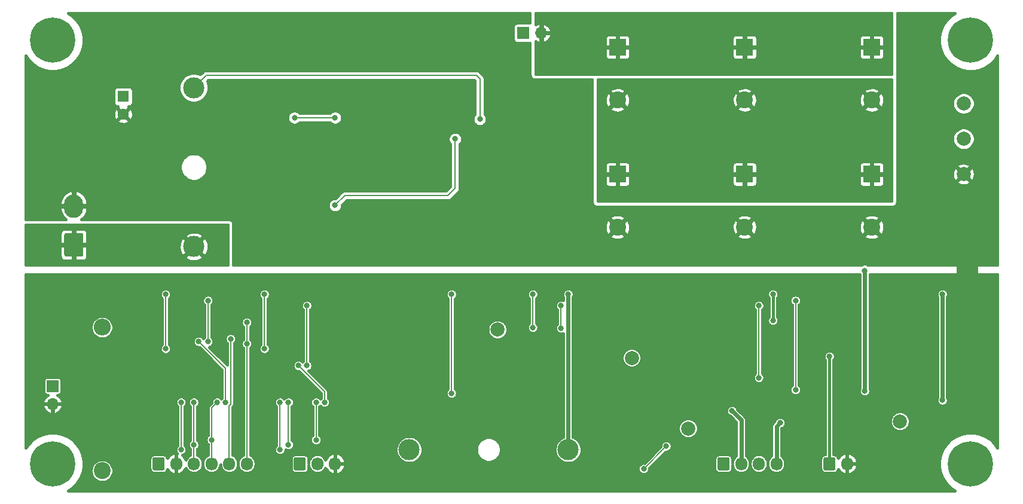
<source format=gbr>
G04 #@! TF.GenerationSoftware,KiCad,Pcbnew,5.1.5*
G04 #@! TF.CreationDate,2020-01-27T12:13:59+00:00*
G04 #@! TF.ProjectId,TSAL,5453414c-2e6b-4696-9361-645f70636258,rev?*
G04 #@! TF.SameCoordinates,PX5f5e100PY2625a00*
G04 #@! TF.FileFunction,Copper,L2,Bot*
G04 #@! TF.FilePolarity,Positive*
%FSLAX46Y46*%
G04 Gerber Fmt 4.6, Leading zero omitted, Abs format (unit mm)*
G04 Created by KiCad (PCBNEW 5.1.5) date 2020-01-27 12:13:59*
%MOMM*%
%LPD*%
G04 APERTURE LIST*
%ADD10C,2.000000*%
%ADD11C,1.600000*%
%ADD12R,1.600000X1.600000*%
%ADD13O,1.700000X1.850000*%
%ADD14C,0.100000*%
%ADD15O,2.400000X2.400000*%
%ADD16C,2.400000*%
%ADD17O,2.700000X3.300000*%
%ADD18C,3.000000*%
%ADD19C,6.400000*%
%ADD20O,1.700000X1.700000*%
%ADD21R,1.700000X1.700000*%
%ADD22R,2.400000X2.400000*%
%ADD23C,0.800000*%
%ADD24C,0.200000*%
%ADD25C,0.600000*%
%ADD26C,0.400000*%
G04 APERTURE END LIST*
D10*
X134000000Y-24000000D03*
X134000000Y-19000000D03*
X134000000Y-14000000D03*
X95000000Y-60000000D03*
X125000000Y-59000000D03*
X87000000Y-50000000D03*
X68000000Y-46000000D03*
D11*
X15000000Y-15500000D03*
D12*
X15000000Y-13000000D03*
D13*
X32500000Y-65000000D03*
X30000000Y-65000000D03*
X27500000Y-65000000D03*
X25000000Y-65000000D03*
X22500000Y-65000000D03*
G04 #@! TA.AperFunction,ComponentPad*
D14*
G36*
X20624504Y-64076204D02*
G01*
X20648773Y-64079804D01*
X20672571Y-64085765D01*
X20695671Y-64094030D01*
X20717849Y-64104520D01*
X20738893Y-64117133D01*
X20758598Y-64131747D01*
X20776777Y-64148223D01*
X20793253Y-64166402D01*
X20807867Y-64186107D01*
X20820480Y-64207151D01*
X20830970Y-64229329D01*
X20839235Y-64252429D01*
X20845196Y-64276227D01*
X20848796Y-64300496D01*
X20850000Y-64325000D01*
X20850000Y-65675000D01*
X20848796Y-65699504D01*
X20845196Y-65723773D01*
X20839235Y-65747571D01*
X20830970Y-65770671D01*
X20820480Y-65792849D01*
X20807867Y-65813893D01*
X20793253Y-65833598D01*
X20776777Y-65851777D01*
X20758598Y-65868253D01*
X20738893Y-65882867D01*
X20717849Y-65895480D01*
X20695671Y-65905970D01*
X20672571Y-65914235D01*
X20648773Y-65920196D01*
X20624504Y-65923796D01*
X20600000Y-65925000D01*
X19400000Y-65925000D01*
X19375496Y-65923796D01*
X19351227Y-65920196D01*
X19327429Y-65914235D01*
X19304329Y-65905970D01*
X19282151Y-65895480D01*
X19261107Y-65882867D01*
X19241402Y-65868253D01*
X19223223Y-65851777D01*
X19206747Y-65833598D01*
X19192133Y-65813893D01*
X19179520Y-65792849D01*
X19169030Y-65770671D01*
X19160765Y-65747571D01*
X19154804Y-65723773D01*
X19151204Y-65699504D01*
X19150000Y-65675000D01*
X19150000Y-64325000D01*
X19151204Y-64300496D01*
X19154804Y-64276227D01*
X19160765Y-64252429D01*
X19169030Y-64229329D01*
X19179520Y-64207151D01*
X19192133Y-64186107D01*
X19206747Y-64166402D01*
X19223223Y-64148223D01*
X19241402Y-64131747D01*
X19261107Y-64117133D01*
X19282151Y-64104520D01*
X19304329Y-64094030D01*
X19327429Y-64085765D01*
X19351227Y-64079804D01*
X19375496Y-64076204D01*
X19400000Y-64075000D01*
X20600000Y-64075000D01*
X20624504Y-64076204D01*
G37*
G04 #@! TD.AperFunction*
D15*
X12000000Y-45680000D03*
D16*
X12000000Y-66000000D03*
D17*
X8000000Y-28500000D03*
G04 #@! TA.AperFunction,ComponentPad*
D14*
G36*
X9124503Y-32351204D02*
G01*
X9148772Y-32354804D01*
X9172570Y-32360765D01*
X9195670Y-32369030D01*
X9217849Y-32379520D01*
X9238892Y-32392133D01*
X9258598Y-32406748D01*
X9276776Y-32423224D01*
X9293252Y-32441402D01*
X9307867Y-32461108D01*
X9320480Y-32482151D01*
X9330970Y-32504330D01*
X9339235Y-32527430D01*
X9345196Y-32551228D01*
X9348796Y-32575497D01*
X9350000Y-32600001D01*
X9350000Y-35399999D01*
X9348796Y-35424503D01*
X9345196Y-35448772D01*
X9339235Y-35472570D01*
X9330970Y-35495670D01*
X9320480Y-35517849D01*
X9307867Y-35538892D01*
X9293252Y-35558598D01*
X9276776Y-35576776D01*
X9258598Y-35593252D01*
X9238892Y-35607867D01*
X9217849Y-35620480D01*
X9195670Y-35630970D01*
X9172570Y-35639235D01*
X9148772Y-35645196D01*
X9124503Y-35648796D01*
X9099999Y-35650000D01*
X6900001Y-35650000D01*
X6875497Y-35648796D01*
X6851228Y-35645196D01*
X6827430Y-35639235D01*
X6804330Y-35630970D01*
X6782151Y-35620480D01*
X6761108Y-35607867D01*
X6741402Y-35593252D01*
X6723224Y-35576776D01*
X6706748Y-35558598D01*
X6692133Y-35538892D01*
X6679520Y-35517849D01*
X6669030Y-35495670D01*
X6660765Y-35472570D01*
X6654804Y-35448772D01*
X6651204Y-35424503D01*
X6650000Y-35399999D01*
X6650000Y-32600001D01*
X6651204Y-32575497D01*
X6654804Y-32551228D01*
X6660765Y-32527430D01*
X6669030Y-32504330D01*
X6679520Y-32482151D01*
X6692133Y-32461108D01*
X6706748Y-32441402D01*
X6723224Y-32423224D01*
X6741402Y-32406748D01*
X6761108Y-32392133D01*
X6782151Y-32379520D01*
X6804330Y-32369030D01*
X6827430Y-32360765D01*
X6851228Y-32354804D01*
X6875497Y-32351204D01*
X6900001Y-32350000D01*
X9099999Y-32350000D01*
X9124503Y-32351204D01*
G37*
G04 #@! TD.AperFunction*
D18*
X55500000Y-63000000D03*
X78000000Y-63000000D03*
D19*
X135000000Y-65000000D03*
X5000000Y-65000000D03*
X135000000Y-5000000D03*
X5000000Y-5000000D03*
D20*
X74200000Y-4000000D03*
D21*
X71660000Y-4000000D03*
D16*
X85000000Y-31500000D03*
D22*
X85000000Y-24000000D03*
D16*
X85000000Y-13500000D03*
D22*
X85000000Y-6000000D03*
D16*
X103000000Y-31500000D03*
D22*
X103000000Y-24000000D03*
D16*
X103000000Y-13500000D03*
D22*
X103000000Y-6000000D03*
D16*
X121000000Y-31500000D03*
D22*
X121000000Y-24000000D03*
D16*
X121000000Y-13500000D03*
D22*
X121000000Y-6000000D03*
D20*
X5000000Y-56540000D03*
D21*
X5000000Y-54000000D03*
D13*
X117500000Y-65000000D03*
G04 #@! TA.AperFunction,ComponentPad*
D14*
G36*
X115624504Y-64076204D02*
G01*
X115648773Y-64079804D01*
X115672571Y-64085765D01*
X115695671Y-64094030D01*
X115717849Y-64104520D01*
X115738893Y-64117133D01*
X115758598Y-64131747D01*
X115776777Y-64148223D01*
X115793253Y-64166402D01*
X115807867Y-64186107D01*
X115820480Y-64207151D01*
X115830970Y-64229329D01*
X115839235Y-64252429D01*
X115845196Y-64276227D01*
X115848796Y-64300496D01*
X115850000Y-64325000D01*
X115850000Y-65675000D01*
X115848796Y-65699504D01*
X115845196Y-65723773D01*
X115839235Y-65747571D01*
X115830970Y-65770671D01*
X115820480Y-65792849D01*
X115807867Y-65813893D01*
X115793253Y-65833598D01*
X115776777Y-65851777D01*
X115758598Y-65868253D01*
X115738893Y-65882867D01*
X115717849Y-65895480D01*
X115695671Y-65905970D01*
X115672571Y-65914235D01*
X115648773Y-65920196D01*
X115624504Y-65923796D01*
X115600000Y-65925000D01*
X114400000Y-65925000D01*
X114375496Y-65923796D01*
X114351227Y-65920196D01*
X114327429Y-65914235D01*
X114304329Y-65905970D01*
X114282151Y-65895480D01*
X114261107Y-65882867D01*
X114241402Y-65868253D01*
X114223223Y-65851777D01*
X114206747Y-65833598D01*
X114192133Y-65813893D01*
X114179520Y-65792849D01*
X114169030Y-65770671D01*
X114160765Y-65747571D01*
X114154804Y-65723773D01*
X114151204Y-65699504D01*
X114150000Y-65675000D01*
X114150000Y-64325000D01*
X114151204Y-64300496D01*
X114154804Y-64276227D01*
X114160765Y-64252429D01*
X114169030Y-64229329D01*
X114179520Y-64207151D01*
X114192133Y-64186107D01*
X114206747Y-64166402D01*
X114223223Y-64148223D01*
X114241402Y-64131747D01*
X114261107Y-64117133D01*
X114282151Y-64104520D01*
X114304329Y-64094030D01*
X114327429Y-64085765D01*
X114351227Y-64079804D01*
X114375496Y-64076204D01*
X114400000Y-64075000D01*
X115600000Y-64075000D01*
X115624504Y-64076204D01*
G37*
G04 #@! TD.AperFunction*
D13*
X107500000Y-65000000D03*
X105000000Y-65000000D03*
X102500000Y-65000000D03*
G04 #@! TA.AperFunction,ComponentPad*
D14*
G36*
X100624504Y-64076204D02*
G01*
X100648773Y-64079804D01*
X100672571Y-64085765D01*
X100695671Y-64094030D01*
X100717849Y-64104520D01*
X100738893Y-64117133D01*
X100758598Y-64131747D01*
X100776777Y-64148223D01*
X100793253Y-64166402D01*
X100807867Y-64186107D01*
X100820480Y-64207151D01*
X100830970Y-64229329D01*
X100839235Y-64252429D01*
X100845196Y-64276227D01*
X100848796Y-64300496D01*
X100850000Y-64325000D01*
X100850000Y-65675000D01*
X100848796Y-65699504D01*
X100845196Y-65723773D01*
X100839235Y-65747571D01*
X100830970Y-65770671D01*
X100820480Y-65792849D01*
X100807867Y-65813893D01*
X100793253Y-65833598D01*
X100776777Y-65851777D01*
X100758598Y-65868253D01*
X100738893Y-65882867D01*
X100717849Y-65895480D01*
X100695671Y-65905970D01*
X100672571Y-65914235D01*
X100648773Y-65920196D01*
X100624504Y-65923796D01*
X100600000Y-65925000D01*
X99400000Y-65925000D01*
X99375496Y-65923796D01*
X99351227Y-65920196D01*
X99327429Y-65914235D01*
X99304329Y-65905970D01*
X99282151Y-65895480D01*
X99261107Y-65882867D01*
X99241402Y-65868253D01*
X99223223Y-65851777D01*
X99206747Y-65833598D01*
X99192133Y-65813893D01*
X99179520Y-65792849D01*
X99169030Y-65770671D01*
X99160765Y-65747571D01*
X99154804Y-65723773D01*
X99151204Y-65699504D01*
X99150000Y-65675000D01*
X99150000Y-64325000D01*
X99151204Y-64300496D01*
X99154804Y-64276227D01*
X99160765Y-64252429D01*
X99169030Y-64229329D01*
X99179520Y-64207151D01*
X99192133Y-64186107D01*
X99206747Y-64166402D01*
X99223223Y-64148223D01*
X99241402Y-64131747D01*
X99261107Y-64117133D01*
X99282151Y-64104520D01*
X99304329Y-64094030D01*
X99327429Y-64085765D01*
X99351227Y-64079804D01*
X99375496Y-64076204D01*
X99400000Y-64075000D01*
X100600000Y-64075000D01*
X100624504Y-64076204D01*
G37*
G04 #@! TD.AperFunction*
D13*
X45000000Y-65000000D03*
X42500000Y-65000000D03*
G04 #@! TA.AperFunction,ComponentPad*
D14*
G36*
X40624504Y-64076204D02*
G01*
X40648773Y-64079804D01*
X40672571Y-64085765D01*
X40695671Y-64094030D01*
X40717849Y-64104520D01*
X40738893Y-64117133D01*
X40758598Y-64131747D01*
X40776777Y-64148223D01*
X40793253Y-64166402D01*
X40807867Y-64186107D01*
X40820480Y-64207151D01*
X40830970Y-64229329D01*
X40839235Y-64252429D01*
X40845196Y-64276227D01*
X40848796Y-64300496D01*
X40850000Y-64325000D01*
X40850000Y-65675000D01*
X40848796Y-65699504D01*
X40845196Y-65723773D01*
X40839235Y-65747571D01*
X40830970Y-65770671D01*
X40820480Y-65792849D01*
X40807867Y-65813893D01*
X40793253Y-65833598D01*
X40776777Y-65851777D01*
X40758598Y-65868253D01*
X40738893Y-65882867D01*
X40717849Y-65895480D01*
X40695671Y-65905970D01*
X40672571Y-65914235D01*
X40648773Y-65920196D01*
X40624504Y-65923796D01*
X40600000Y-65925000D01*
X39400000Y-65925000D01*
X39375496Y-65923796D01*
X39351227Y-65920196D01*
X39327429Y-65914235D01*
X39304329Y-65905970D01*
X39282151Y-65895480D01*
X39261107Y-65882867D01*
X39241402Y-65868253D01*
X39223223Y-65851777D01*
X39206747Y-65833598D01*
X39192133Y-65813893D01*
X39179520Y-65792849D01*
X39169030Y-65770671D01*
X39160765Y-65747571D01*
X39154804Y-65723773D01*
X39151204Y-65699504D01*
X39150000Y-65675000D01*
X39150000Y-64325000D01*
X39151204Y-64300496D01*
X39154804Y-64276227D01*
X39160765Y-64252429D01*
X39169030Y-64229329D01*
X39179520Y-64207151D01*
X39192133Y-64186107D01*
X39206747Y-64166402D01*
X39223223Y-64148223D01*
X39241402Y-64131747D01*
X39261107Y-64117133D01*
X39282151Y-64104520D01*
X39304329Y-64094030D01*
X39327429Y-64085765D01*
X39351227Y-64079804D01*
X39375496Y-64076204D01*
X39400000Y-64075000D01*
X40600000Y-64075000D01*
X40624504Y-64076204D01*
G37*
G04 #@! TD.AperFunction*
D18*
X25000000Y-11750000D03*
X25000000Y-34250000D03*
D23*
X43750000Y-19750000D03*
X43750000Y-21000000D03*
X42250000Y-21000000D03*
X42250000Y-19750000D03*
X43750000Y-22250000D03*
X42250000Y-22250000D03*
X55000000Y-29000000D03*
X53000000Y-29000000D03*
X53000000Y-31000000D03*
X55000000Y-31000000D03*
X51000000Y-31000000D03*
X51000000Y-29000000D03*
X135500000Y-37500000D03*
X134500000Y-37500000D03*
X133500000Y-37500000D03*
X19600000Y-52000000D03*
X33600000Y-52000000D03*
X66300000Y-47000000D03*
X66300000Y-55000000D03*
X97900000Y-54500000D03*
X103000000Y-52800000D03*
X108600000Y-48000000D03*
X99500000Y-46000000D03*
X82000000Y-64500000D03*
X92000000Y-64500000D03*
X44800000Y-56300000D03*
X31300000Y-56300000D03*
X35000000Y-48700000D03*
X61500000Y-55000000D03*
X73000000Y-45700000D03*
X107000000Y-44700000D03*
X21000000Y-48700000D03*
X21000000Y-41000000D03*
X35000000Y-41000000D03*
X61500000Y-41000000D03*
X73000000Y-41000000D03*
X78000000Y-41000000D03*
X107000000Y-41000000D03*
X131000000Y-41000000D03*
X131000000Y-56000000D03*
X115000000Y-49800000D03*
X65500000Y-16200000D03*
X120000000Y-54700000D03*
X120000000Y-37700000D03*
X39250000Y-16000000D03*
X45000000Y-16000000D03*
X91900000Y-62500000D03*
X88700000Y-65700000D03*
X37200000Y-56300000D03*
X23200000Y-56300000D03*
X23200000Y-63000000D03*
X37200000Y-63000000D03*
X32500000Y-48000000D03*
X32500000Y-45000000D03*
X30200000Y-47300000D03*
X28300000Y-56300000D03*
X27500000Y-61600000D03*
X42300000Y-61600000D03*
X42300000Y-56300000D03*
X25000000Y-56300000D03*
X38400000Y-56300000D03*
X38400000Y-62300000D03*
X25000000Y-62300000D03*
X108000000Y-59200000D03*
X101200000Y-57500000D03*
X27000000Y-47700000D03*
X110200000Y-54500000D03*
X27000000Y-41900000D03*
X110200000Y-41900000D03*
X41000000Y-51100000D03*
X41000000Y-42600000D03*
X77000000Y-42600000D03*
X77000000Y-45800000D03*
X105000000Y-52800000D03*
X105000000Y-42600000D03*
X29500000Y-56300000D03*
X25700000Y-47700000D03*
X39800000Y-51100000D03*
X43500000Y-56300000D03*
X45000000Y-28400000D03*
X62000000Y-19000000D03*
D24*
X21000000Y-41000000D02*
X21000000Y-48700000D01*
X35000000Y-41000000D02*
X35000000Y-48700000D01*
X61500000Y-55000000D02*
X61500000Y-41000000D01*
X73000000Y-45700000D02*
X73000000Y-41000000D01*
D25*
X78000000Y-63000000D02*
X78000000Y-41000000D01*
D26*
X107000000Y-44700000D02*
X107000000Y-41000000D01*
D25*
X131000000Y-41000000D02*
X131000000Y-56000000D01*
D26*
X115000000Y-65000000D02*
X115000000Y-49800000D01*
D24*
X26750000Y-10000000D02*
X25000000Y-11750000D01*
X65500000Y-16200000D02*
X65500000Y-10500000D01*
X65500000Y-10500000D02*
X65000000Y-10000000D01*
X26750000Y-10000000D02*
X65000000Y-10000000D01*
D25*
X120000000Y-54700000D02*
X120000000Y-37700000D01*
D24*
X39250000Y-16000000D02*
X45000000Y-16000000D01*
X91900000Y-62500000D02*
X88700000Y-65700000D01*
X37200000Y-63000000D02*
X37200000Y-56300000D01*
X23200000Y-56300000D02*
X23200000Y-63000000D01*
X32500000Y-65000000D02*
X32500000Y-48000000D01*
X32500000Y-45000000D02*
X32500000Y-48000000D01*
X30000000Y-65000000D02*
X30000000Y-56800000D01*
X30000000Y-56800000D02*
X30200000Y-56600000D01*
X30200000Y-56600000D02*
X30200000Y-47300000D01*
X28300000Y-56300000D02*
X27500000Y-57100000D01*
X27500000Y-65000000D02*
X27500000Y-61600000D01*
X27500000Y-61600000D02*
X27500000Y-57100000D01*
X42300000Y-61600000D02*
X42300000Y-56300000D01*
X25000000Y-65000000D02*
X25000000Y-62300000D01*
X25000000Y-62300000D02*
X25000000Y-56300000D01*
X38400000Y-62300000D02*
X38400000Y-56300000D01*
D25*
X107500000Y-59700000D02*
X107500000Y-65000000D01*
X108000000Y-59200000D02*
X107500000Y-59700000D01*
X102500000Y-58800000D02*
X102500000Y-65000000D01*
X101200000Y-57500000D02*
X102500000Y-58800000D01*
D24*
X27000000Y-47700000D02*
X27000000Y-41900000D01*
X110200000Y-54500000D02*
X110200000Y-41900000D01*
X41000000Y-51100000D02*
X41000000Y-42600000D01*
X77000000Y-42600000D02*
X77000000Y-45800000D01*
X105000000Y-52800000D02*
X105000000Y-42600000D01*
X29500000Y-56300000D02*
X29500000Y-51500000D01*
X29500000Y-51500000D02*
X25700000Y-47700000D01*
X39800000Y-51100000D02*
X43500000Y-54800000D01*
X43500000Y-54800000D02*
X43500000Y-56300000D01*
X46400000Y-27000000D02*
X45000000Y-28400000D01*
X62000000Y-19000000D02*
X62000000Y-26000000D01*
X61000000Y-27000000D02*
X46400000Y-27000000D01*
X62000000Y-26000000D02*
X61000000Y-27000000D01*
D26*
G36*
X72600000Y-2555961D02*
G01*
X72510000Y-2547097D01*
X70810000Y-2547097D01*
X70692379Y-2558682D01*
X70579279Y-2592990D01*
X70475045Y-2648704D01*
X70383683Y-2723683D01*
X70308704Y-2815045D01*
X70252990Y-2919279D01*
X70218682Y-3032379D01*
X70207097Y-3150000D01*
X70207097Y-4850000D01*
X70218682Y-4967621D01*
X70252990Y-5080721D01*
X70308704Y-5184955D01*
X70383683Y-5276317D01*
X70475045Y-5351296D01*
X70579279Y-5407010D01*
X70692379Y-5441318D01*
X70810000Y-5452903D01*
X72510000Y-5452903D01*
X72600000Y-5444039D01*
X72600000Y-10000000D01*
X72611529Y-10117054D01*
X72645672Y-10229610D01*
X72701118Y-10333342D01*
X72775736Y-10424264D01*
X72866658Y-10498882D01*
X72970390Y-10554328D01*
X73082946Y-10588471D01*
X73200000Y-10600000D01*
X81400000Y-10600000D01*
X81400000Y-28000000D01*
X81411529Y-28117054D01*
X81445672Y-28229610D01*
X81501118Y-28333342D01*
X81575736Y-28424264D01*
X81666658Y-28498882D01*
X81770390Y-28554328D01*
X81882946Y-28588471D01*
X82000000Y-28600000D01*
X124000000Y-28600000D01*
X124117054Y-28588471D01*
X124229610Y-28554328D01*
X124333342Y-28498882D01*
X124424264Y-28424264D01*
X124498882Y-28333342D01*
X124554328Y-28229610D01*
X124588471Y-28117054D01*
X124600000Y-28000000D01*
X124600000Y-25099062D01*
X133042360Y-25099062D01*
X133137724Y-25356951D01*
X133419021Y-25499099D01*
X133722644Y-25583638D01*
X134036926Y-25607318D01*
X134349789Y-25569230D01*
X134649209Y-25470837D01*
X134862276Y-25356951D01*
X134957640Y-25099062D01*
X134000000Y-24141421D01*
X133042360Y-25099062D01*
X124600000Y-25099062D01*
X124600000Y-24036926D01*
X132392682Y-24036926D01*
X132430770Y-24349789D01*
X132529163Y-24649209D01*
X132643049Y-24862276D01*
X132900938Y-24957640D01*
X133858579Y-24000000D01*
X134141421Y-24000000D01*
X135099062Y-24957640D01*
X135356951Y-24862276D01*
X135499099Y-24580979D01*
X135583638Y-24277356D01*
X135607318Y-23963074D01*
X135569230Y-23650211D01*
X135470837Y-23350791D01*
X135356951Y-23137724D01*
X135099062Y-23042360D01*
X134141421Y-24000000D01*
X133858579Y-24000000D01*
X132900938Y-23042360D01*
X132643049Y-23137724D01*
X132500901Y-23419021D01*
X132416362Y-23722644D01*
X132392682Y-24036926D01*
X124600000Y-24036926D01*
X124600000Y-22900938D01*
X133042360Y-22900938D01*
X134000000Y-23858579D01*
X134957640Y-22900938D01*
X134862276Y-22643049D01*
X134580979Y-22500901D01*
X134277356Y-22416362D01*
X133963074Y-22392682D01*
X133650211Y-22430770D01*
X133350791Y-22529163D01*
X133137724Y-22643049D01*
X133042360Y-22900938D01*
X124600000Y-22900938D01*
X124600000Y-18842414D01*
X132400000Y-18842414D01*
X132400000Y-19157586D01*
X132461487Y-19466703D01*
X132582098Y-19757884D01*
X132757199Y-20019941D01*
X132980059Y-20242801D01*
X133242116Y-20417902D01*
X133533297Y-20538513D01*
X133842414Y-20600000D01*
X134157586Y-20600000D01*
X134466703Y-20538513D01*
X134757884Y-20417902D01*
X135019941Y-20242801D01*
X135242801Y-20019941D01*
X135417902Y-19757884D01*
X135538513Y-19466703D01*
X135600000Y-19157586D01*
X135600000Y-18842414D01*
X135538513Y-18533297D01*
X135417902Y-18242116D01*
X135242801Y-17980059D01*
X135019941Y-17757199D01*
X134757884Y-17582098D01*
X134466703Y-17461487D01*
X134157586Y-17400000D01*
X133842414Y-17400000D01*
X133533297Y-17461487D01*
X133242116Y-17582098D01*
X132980059Y-17757199D01*
X132757199Y-17980059D01*
X132582098Y-18242116D01*
X132461487Y-18533297D01*
X132400000Y-18842414D01*
X124600000Y-18842414D01*
X124600000Y-13842414D01*
X132400000Y-13842414D01*
X132400000Y-14157586D01*
X132461487Y-14466703D01*
X132582098Y-14757884D01*
X132757199Y-15019941D01*
X132980059Y-15242801D01*
X133242116Y-15417902D01*
X133533297Y-15538513D01*
X133842414Y-15600000D01*
X134157586Y-15600000D01*
X134466703Y-15538513D01*
X134757884Y-15417902D01*
X135019941Y-15242801D01*
X135242801Y-15019941D01*
X135417902Y-14757884D01*
X135538513Y-14466703D01*
X135600000Y-14157586D01*
X135600000Y-13842414D01*
X135538513Y-13533297D01*
X135417902Y-13242116D01*
X135242801Y-12980059D01*
X135019941Y-12757199D01*
X134757884Y-12582098D01*
X134466703Y-12461487D01*
X134157586Y-12400000D01*
X133842414Y-12400000D01*
X133533297Y-12461487D01*
X133242116Y-12582098D01*
X132980059Y-12757199D01*
X132757199Y-12980059D01*
X132582098Y-13242116D01*
X132461487Y-13533297D01*
X132400000Y-13842414D01*
X124600000Y-13842414D01*
X124600000Y-1200000D01*
X132767310Y-1200000D01*
X132195163Y-1582297D01*
X131582297Y-2195163D01*
X131100770Y-2915818D01*
X130769089Y-3716567D01*
X130600000Y-4566638D01*
X130600000Y-5433362D01*
X130769089Y-6283433D01*
X131100770Y-7084182D01*
X131582297Y-7804837D01*
X132195163Y-8417703D01*
X132915818Y-8899230D01*
X133716567Y-9230911D01*
X134566638Y-9400000D01*
X135433362Y-9400000D01*
X136283433Y-9230911D01*
X137084182Y-8899230D01*
X137804837Y-8417703D01*
X138417703Y-7804837D01*
X138800000Y-7232690D01*
X138800000Y-36800000D01*
X120440335Y-36800000D01*
X120291689Y-36738429D01*
X120098491Y-36700000D01*
X119901509Y-36700000D01*
X119708311Y-36738429D01*
X119559665Y-36800000D01*
X30600000Y-36800000D01*
X30600000Y-32741462D01*
X83899960Y-32741462D01*
X84019396Y-33019816D01*
X84334739Y-33181919D01*
X84675649Y-33279388D01*
X85029022Y-33308475D01*
X85381280Y-33268064D01*
X85718886Y-33159708D01*
X85980604Y-33019816D01*
X86100040Y-32741462D01*
X101899960Y-32741462D01*
X102019396Y-33019816D01*
X102334739Y-33181919D01*
X102675649Y-33279388D01*
X103029022Y-33308475D01*
X103381280Y-33268064D01*
X103718886Y-33159708D01*
X103980604Y-33019816D01*
X104100040Y-32741462D01*
X119899960Y-32741462D01*
X120019396Y-33019816D01*
X120334739Y-33181919D01*
X120675649Y-33279388D01*
X121029022Y-33308475D01*
X121381280Y-33268064D01*
X121718886Y-33159708D01*
X121980604Y-33019816D01*
X122100040Y-32741462D01*
X121000000Y-31641421D01*
X119899960Y-32741462D01*
X104100040Y-32741462D01*
X103000000Y-31641421D01*
X101899960Y-32741462D01*
X86100040Y-32741462D01*
X85000000Y-31641421D01*
X83899960Y-32741462D01*
X30600000Y-32741462D01*
X30600000Y-31529022D01*
X83191525Y-31529022D01*
X83231936Y-31881280D01*
X83340292Y-32218886D01*
X83480184Y-32480604D01*
X83758538Y-32600040D01*
X84858579Y-31500000D01*
X85141421Y-31500000D01*
X86241462Y-32600040D01*
X86519816Y-32480604D01*
X86681919Y-32165261D01*
X86779388Y-31824351D01*
X86803697Y-31529022D01*
X101191525Y-31529022D01*
X101231936Y-31881280D01*
X101340292Y-32218886D01*
X101480184Y-32480604D01*
X101758538Y-32600040D01*
X102858579Y-31500000D01*
X103141421Y-31500000D01*
X104241462Y-32600040D01*
X104519816Y-32480604D01*
X104681919Y-32165261D01*
X104779388Y-31824351D01*
X104803697Y-31529022D01*
X119191525Y-31529022D01*
X119231936Y-31881280D01*
X119340292Y-32218886D01*
X119480184Y-32480604D01*
X119758538Y-32600040D01*
X120858579Y-31500000D01*
X121141421Y-31500000D01*
X122241462Y-32600040D01*
X122519816Y-32480604D01*
X122681919Y-32165261D01*
X122779388Y-31824351D01*
X122808475Y-31470978D01*
X122768064Y-31118720D01*
X122659708Y-30781114D01*
X122519816Y-30519396D01*
X122241462Y-30399960D01*
X121141421Y-31500000D01*
X120858579Y-31500000D01*
X119758538Y-30399960D01*
X119480184Y-30519396D01*
X119318081Y-30834739D01*
X119220612Y-31175649D01*
X119191525Y-31529022D01*
X104803697Y-31529022D01*
X104808475Y-31470978D01*
X104768064Y-31118720D01*
X104659708Y-30781114D01*
X104519816Y-30519396D01*
X104241462Y-30399960D01*
X103141421Y-31500000D01*
X102858579Y-31500000D01*
X101758538Y-30399960D01*
X101480184Y-30519396D01*
X101318081Y-30834739D01*
X101220612Y-31175649D01*
X101191525Y-31529022D01*
X86803697Y-31529022D01*
X86808475Y-31470978D01*
X86768064Y-31118720D01*
X86659708Y-30781114D01*
X86519816Y-30519396D01*
X86241462Y-30399960D01*
X85141421Y-31500000D01*
X84858579Y-31500000D01*
X83758538Y-30399960D01*
X83480184Y-30519396D01*
X83318081Y-30834739D01*
X83220612Y-31175649D01*
X83191525Y-31529022D01*
X30600000Y-31529022D01*
X30600000Y-31000000D01*
X30588471Y-30882946D01*
X30554328Y-30770390D01*
X30498882Y-30666658D01*
X30424264Y-30575736D01*
X30333342Y-30501118D01*
X30229610Y-30445672D01*
X30117054Y-30411529D01*
X30000000Y-30400000D01*
X9104400Y-30400000D01*
X9295999Y-30258538D01*
X83899960Y-30258538D01*
X85000000Y-31358579D01*
X86100040Y-30258538D01*
X101899960Y-30258538D01*
X103000000Y-31358579D01*
X104100040Y-30258538D01*
X119899960Y-30258538D01*
X121000000Y-31358579D01*
X122100040Y-30258538D01*
X121980604Y-29980184D01*
X121665261Y-29818081D01*
X121324351Y-29720612D01*
X120970978Y-29691525D01*
X120618720Y-29731936D01*
X120281114Y-29840292D01*
X120019396Y-29980184D01*
X119899960Y-30258538D01*
X104100040Y-30258538D01*
X103980604Y-29980184D01*
X103665261Y-29818081D01*
X103324351Y-29720612D01*
X102970978Y-29691525D01*
X102618720Y-29731936D01*
X102281114Y-29840292D01*
X102019396Y-29980184D01*
X101899960Y-30258538D01*
X86100040Y-30258538D01*
X85980604Y-29980184D01*
X85665261Y-29818081D01*
X85324351Y-29720612D01*
X84970978Y-29691525D01*
X84618720Y-29731936D01*
X84281114Y-29840292D01*
X84019396Y-29980184D01*
X83899960Y-30258538D01*
X9295999Y-30258538D01*
X9308147Y-30249569D01*
X9565808Y-29966509D01*
X9763296Y-29638621D01*
X9893022Y-29278505D01*
X9950000Y-28900000D01*
X9950000Y-28600000D01*
X8100000Y-28600000D01*
X8100000Y-28620000D01*
X7900000Y-28620000D01*
X7900000Y-28600000D01*
X6050000Y-28600000D01*
X6050000Y-28900000D01*
X6106978Y-29278505D01*
X6236704Y-29638621D01*
X6434192Y-29966509D01*
X6691853Y-30249569D01*
X6895600Y-30400000D01*
X1200000Y-30400000D01*
X1200000Y-28100000D01*
X6050000Y-28100000D01*
X6050000Y-28400000D01*
X7900000Y-28400000D01*
X7900000Y-26402780D01*
X8100000Y-26402780D01*
X8100000Y-28400000D01*
X9950000Y-28400000D01*
X9950000Y-28301509D01*
X44000000Y-28301509D01*
X44000000Y-28498491D01*
X44038429Y-28691689D01*
X44113811Y-28873678D01*
X44223249Y-29037463D01*
X44362537Y-29176751D01*
X44526322Y-29286189D01*
X44708311Y-29361571D01*
X44901509Y-29400000D01*
X45098491Y-29400000D01*
X45291689Y-29361571D01*
X45473678Y-29286189D01*
X45637463Y-29176751D01*
X45776751Y-29037463D01*
X45886189Y-28873678D01*
X45961571Y-28691689D01*
X46000000Y-28498491D01*
X46000000Y-28389949D01*
X46689950Y-27700000D01*
X60965613Y-27700000D01*
X61000000Y-27703387D01*
X61034387Y-27700000D01*
X61034390Y-27700000D01*
X61137224Y-27689872D01*
X61269175Y-27649845D01*
X61390781Y-27584845D01*
X61497370Y-27497370D01*
X61519296Y-27470653D01*
X62470658Y-26519292D01*
X62497370Y-26497370D01*
X62584845Y-26390781D01*
X62649845Y-26269175D01*
X62689872Y-26137224D01*
X62700000Y-26034390D01*
X62703387Y-26000000D01*
X62700000Y-25965610D01*
X62700000Y-19714214D01*
X62776751Y-19637463D01*
X62886189Y-19473678D01*
X62961571Y-19291689D01*
X63000000Y-19098491D01*
X63000000Y-18901509D01*
X62961571Y-18708311D01*
X62886189Y-18526322D01*
X62776751Y-18362537D01*
X62637463Y-18223249D01*
X62473678Y-18113811D01*
X62291689Y-18038429D01*
X62098491Y-18000000D01*
X61901509Y-18000000D01*
X61708311Y-18038429D01*
X61526322Y-18113811D01*
X61362537Y-18223249D01*
X61223249Y-18362537D01*
X61113811Y-18526322D01*
X61038429Y-18708311D01*
X61000000Y-18901509D01*
X61000000Y-19098491D01*
X61038429Y-19291689D01*
X61113811Y-19473678D01*
X61223249Y-19637463D01*
X61300000Y-19714214D01*
X61300001Y-25710049D01*
X60710051Y-26300000D01*
X46434387Y-26300000D01*
X46400000Y-26296613D01*
X46365613Y-26300000D01*
X46365610Y-26300000D01*
X46262776Y-26310128D01*
X46130825Y-26350155D01*
X46009218Y-26415155D01*
X45941588Y-26470658D01*
X45902630Y-26502630D01*
X45880708Y-26529342D01*
X45010051Y-27400000D01*
X44901509Y-27400000D01*
X44708311Y-27438429D01*
X44526322Y-27513811D01*
X44362537Y-27623249D01*
X44223249Y-27762537D01*
X44113811Y-27926322D01*
X44038429Y-28108311D01*
X44000000Y-28301509D01*
X9950000Y-28301509D01*
X9950000Y-28100000D01*
X9893022Y-27721495D01*
X9763296Y-27361379D01*
X9565808Y-27033491D01*
X9308147Y-26750431D01*
X9000214Y-26523077D01*
X8653844Y-26360167D01*
X8403415Y-26292186D01*
X8100000Y-26402780D01*
X7900000Y-26402780D01*
X7596585Y-26292186D01*
X7346156Y-26360167D01*
X6999786Y-26523077D01*
X6691853Y-26750431D01*
X6434192Y-27033491D01*
X6236704Y-27361379D01*
X6106978Y-27721495D01*
X6050000Y-28100000D01*
X1200000Y-28100000D01*
X1200000Y-22807942D01*
X23050000Y-22807942D01*
X23050000Y-23192058D01*
X23124938Y-23568794D01*
X23271933Y-23923671D01*
X23485336Y-24243052D01*
X23756948Y-24514664D01*
X24076329Y-24728067D01*
X24431206Y-24875062D01*
X24807942Y-24950000D01*
X25192058Y-24950000D01*
X25568794Y-24875062D01*
X25923671Y-24728067D01*
X26243052Y-24514664D01*
X26514664Y-24243052D01*
X26728067Y-23923671D01*
X26875062Y-23568794D01*
X26950000Y-23192058D01*
X26950000Y-22807942D01*
X26875062Y-22431206D01*
X26728067Y-22076329D01*
X26514664Y-21756948D01*
X26243052Y-21485336D01*
X25923671Y-21271933D01*
X25568794Y-21124938D01*
X25192058Y-21050000D01*
X24807942Y-21050000D01*
X24431206Y-21124938D01*
X24076329Y-21271933D01*
X23756948Y-21485336D01*
X23485336Y-21756948D01*
X23271933Y-22076329D01*
X23124938Y-22431206D01*
X23050000Y-22807942D01*
X1200000Y-22807942D01*
X1200000Y-16456566D01*
X14184855Y-16456566D01*
X14256112Y-16694004D01*
X14503344Y-16816187D01*
X14769663Y-16887789D01*
X15044833Y-16906060D01*
X15318280Y-16870297D01*
X15579496Y-16781874D01*
X15743888Y-16694004D01*
X15815145Y-16456566D01*
X15000000Y-15641421D01*
X14184855Y-16456566D01*
X1200000Y-16456566D01*
X1200000Y-15544833D01*
X13593940Y-15544833D01*
X13629703Y-15818280D01*
X13718126Y-16079496D01*
X13805996Y-16243888D01*
X14043434Y-16315145D01*
X14858579Y-15500000D01*
X15141421Y-15500000D01*
X15956566Y-16315145D01*
X16194004Y-16243888D01*
X16316187Y-15996656D01*
X16341768Y-15901509D01*
X38250000Y-15901509D01*
X38250000Y-16098491D01*
X38288429Y-16291689D01*
X38363811Y-16473678D01*
X38473249Y-16637463D01*
X38612537Y-16776751D01*
X38776322Y-16886189D01*
X38958311Y-16961571D01*
X39151509Y-17000000D01*
X39348491Y-17000000D01*
X39541689Y-16961571D01*
X39723678Y-16886189D01*
X39887463Y-16776751D01*
X39964214Y-16700000D01*
X44285786Y-16700000D01*
X44362537Y-16776751D01*
X44526322Y-16886189D01*
X44708311Y-16961571D01*
X44901509Y-17000000D01*
X45098491Y-17000000D01*
X45291689Y-16961571D01*
X45473678Y-16886189D01*
X45637463Y-16776751D01*
X45776751Y-16637463D01*
X45886189Y-16473678D01*
X45961571Y-16291689D01*
X46000000Y-16098491D01*
X46000000Y-15901509D01*
X45961571Y-15708311D01*
X45886189Y-15526322D01*
X45776751Y-15362537D01*
X45637463Y-15223249D01*
X45473678Y-15113811D01*
X45291689Y-15038429D01*
X45098491Y-15000000D01*
X44901509Y-15000000D01*
X44708311Y-15038429D01*
X44526322Y-15113811D01*
X44362537Y-15223249D01*
X44285786Y-15300000D01*
X39964214Y-15300000D01*
X39887463Y-15223249D01*
X39723678Y-15113811D01*
X39541689Y-15038429D01*
X39348491Y-15000000D01*
X39151509Y-15000000D01*
X38958311Y-15038429D01*
X38776322Y-15113811D01*
X38612537Y-15223249D01*
X38473249Y-15362537D01*
X38363811Y-15526322D01*
X38288429Y-15708311D01*
X38250000Y-15901509D01*
X16341768Y-15901509D01*
X16387789Y-15730337D01*
X16406060Y-15455167D01*
X16370297Y-15181720D01*
X16281874Y-14920504D01*
X16194004Y-14756112D01*
X15956566Y-14684855D01*
X15141421Y-15500000D01*
X14858579Y-15500000D01*
X14043434Y-14684855D01*
X13805996Y-14756112D01*
X13683813Y-15003344D01*
X13612211Y-15269663D01*
X13593940Y-15544833D01*
X1200000Y-15544833D01*
X1200000Y-12200000D01*
X13597097Y-12200000D01*
X13597097Y-13800000D01*
X13608682Y-13917621D01*
X13642990Y-14030721D01*
X13698704Y-14134955D01*
X13773683Y-14226317D01*
X13865045Y-14301296D01*
X13969279Y-14357010D01*
X14082379Y-14391318D01*
X14200000Y-14402903D01*
X14227029Y-14402903D01*
X14184855Y-14543434D01*
X15000000Y-15358579D01*
X15815145Y-14543434D01*
X15772971Y-14402903D01*
X15800000Y-14402903D01*
X15917621Y-14391318D01*
X16030721Y-14357010D01*
X16134955Y-14301296D01*
X16226317Y-14226317D01*
X16301296Y-14134955D01*
X16357010Y-14030721D01*
X16391318Y-13917621D01*
X16402903Y-13800000D01*
X16402903Y-12200000D01*
X16391318Y-12082379D01*
X16357010Y-11969279D01*
X16301296Y-11865045D01*
X16226317Y-11773683D01*
X16134955Y-11698704D01*
X16030721Y-11642990D01*
X15917621Y-11608682D01*
X15800000Y-11597097D01*
X14200000Y-11597097D01*
X14082379Y-11608682D01*
X13969279Y-11642990D01*
X13865045Y-11698704D01*
X13773683Y-11773683D01*
X13698704Y-11865045D01*
X13642990Y-11969279D01*
X13608682Y-12082379D01*
X13597097Y-12200000D01*
X1200000Y-12200000D01*
X1200000Y-11543168D01*
X22900000Y-11543168D01*
X22900000Y-11956832D01*
X22980702Y-12362547D01*
X23139004Y-12744723D01*
X23368823Y-13088672D01*
X23661328Y-13381177D01*
X24005277Y-13610996D01*
X24387453Y-13769298D01*
X24793168Y-13850000D01*
X25206832Y-13850000D01*
X25612547Y-13769298D01*
X25994723Y-13610996D01*
X26338672Y-13381177D01*
X26631177Y-13088672D01*
X26860996Y-12744723D01*
X27019298Y-12362547D01*
X27100000Y-11956832D01*
X27100000Y-11543168D01*
X27019298Y-11137453D01*
X26897220Y-10842730D01*
X27039950Y-10700000D01*
X64710051Y-10700000D01*
X64800001Y-10789951D01*
X64800000Y-15485786D01*
X64723249Y-15562537D01*
X64613811Y-15726322D01*
X64538429Y-15908311D01*
X64500000Y-16101509D01*
X64500000Y-16298491D01*
X64538429Y-16491689D01*
X64613811Y-16673678D01*
X64723249Y-16837463D01*
X64862537Y-16976751D01*
X65026322Y-17086189D01*
X65208311Y-17161571D01*
X65401509Y-17200000D01*
X65598491Y-17200000D01*
X65791689Y-17161571D01*
X65973678Y-17086189D01*
X66137463Y-16976751D01*
X66276751Y-16837463D01*
X66386189Y-16673678D01*
X66461571Y-16491689D01*
X66500000Y-16298491D01*
X66500000Y-16101509D01*
X66461571Y-15908311D01*
X66386189Y-15726322D01*
X66276751Y-15562537D01*
X66200000Y-15485786D01*
X66200000Y-10534387D01*
X66203387Y-10500000D01*
X66200000Y-10465610D01*
X66189872Y-10362776D01*
X66149845Y-10230825D01*
X66084845Y-10109219D01*
X65997370Y-10002630D01*
X65970658Y-9980708D01*
X65519296Y-9529346D01*
X65497370Y-9502630D01*
X65390781Y-9415155D01*
X65269175Y-9350155D01*
X65137224Y-9310128D01*
X65034390Y-9300000D01*
X65034387Y-9300000D01*
X65000000Y-9296613D01*
X64965613Y-9300000D01*
X26784387Y-9300000D01*
X26750000Y-9296613D01*
X26715613Y-9300000D01*
X26715610Y-9300000D01*
X26612776Y-9310128D01*
X26480825Y-9350155D01*
X26359219Y-9415155D01*
X26252630Y-9502630D01*
X26230708Y-9529342D01*
X25907270Y-9852780D01*
X25612547Y-9730702D01*
X25206832Y-9650000D01*
X24793168Y-9650000D01*
X24387453Y-9730702D01*
X24005277Y-9889004D01*
X23661328Y-10118823D01*
X23368823Y-10411328D01*
X23139004Y-10755277D01*
X22980702Y-11137453D01*
X22900000Y-11543168D01*
X1200000Y-11543168D01*
X1200000Y-7232690D01*
X1582297Y-7804837D01*
X2195163Y-8417703D01*
X2915818Y-8899230D01*
X3716567Y-9230911D01*
X4566638Y-9400000D01*
X5433362Y-9400000D01*
X6283433Y-9230911D01*
X7084182Y-8899230D01*
X7804837Y-8417703D01*
X8417703Y-7804837D01*
X8899230Y-7084182D01*
X9230911Y-6283433D01*
X9400000Y-5433362D01*
X9400000Y-4566638D01*
X9230911Y-3716567D01*
X8899230Y-2915818D01*
X8417703Y-2195163D01*
X7804837Y-1582297D01*
X7232690Y-1200000D01*
X72600000Y-1200000D01*
X72600000Y-2555961D01*
G37*
X72600000Y-2555961D02*
X72510000Y-2547097D01*
X70810000Y-2547097D01*
X70692379Y-2558682D01*
X70579279Y-2592990D01*
X70475045Y-2648704D01*
X70383683Y-2723683D01*
X70308704Y-2815045D01*
X70252990Y-2919279D01*
X70218682Y-3032379D01*
X70207097Y-3150000D01*
X70207097Y-4850000D01*
X70218682Y-4967621D01*
X70252990Y-5080721D01*
X70308704Y-5184955D01*
X70383683Y-5276317D01*
X70475045Y-5351296D01*
X70579279Y-5407010D01*
X70692379Y-5441318D01*
X70810000Y-5452903D01*
X72510000Y-5452903D01*
X72600000Y-5444039D01*
X72600000Y-10000000D01*
X72611529Y-10117054D01*
X72645672Y-10229610D01*
X72701118Y-10333342D01*
X72775736Y-10424264D01*
X72866658Y-10498882D01*
X72970390Y-10554328D01*
X73082946Y-10588471D01*
X73200000Y-10600000D01*
X81400000Y-10600000D01*
X81400000Y-28000000D01*
X81411529Y-28117054D01*
X81445672Y-28229610D01*
X81501118Y-28333342D01*
X81575736Y-28424264D01*
X81666658Y-28498882D01*
X81770390Y-28554328D01*
X81882946Y-28588471D01*
X82000000Y-28600000D01*
X124000000Y-28600000D01*
X124117054Y-28588471D01*
X124229610Y-28554328D01*
X124333342Y-28498882D01*
X124424264Y-28424264D01*
X124498882Y-28333342D01*
X124554328Y-28229610D01*
X124588471Y-28117054D01*
X124600000Y-28000000D01*
X124600000Y-25099062D01*
X133042360Y-25099062D01*
X133137724Y-25356951D01*
X133419021Y-25499099D01*
X133722644Y-25583638D01*
X134036926Y-25607318D01*
X134349789Y-25569230D01*
X134649209Y-25470837D01*
X134862276Y-25356951D01*
X134957640Y-25099062D01*
X134000000Y-24141421D01*
X133042360Y-25099062D01*
X124600000Y-25099062D01*
X124600000Y-24036926D01*
X132392682Y-24036926D01*
X132430770Y-24349789D01*
X132529163Y-24649209D01*
X132643049Y-24862276D01*
X132900938Y-24957640D01*
X133858579Y-24000000D01*
X134141421Y-24000000D01*
X135099062Y-24957640D01*
X135356951Y-24862276D01*
X135499099Y-24580979D01*
X135583638Y-24277356D01*
X135607318Y-23963074D01*
X135569230Y-23650211D01*
X135470837Y-23350791D01*
X135356951Y-23137724D01*
X135099062Y-23042360D01*
X134141421Y-24000000D01*
X133858579Y-24000000D01*
X132900938Y-23042360D01*
X132643049Y-23137724D01*
X132500901Y-23419021D01*
X132416362Y-23722644D01*
X132392682Y-24036926D01*
X124600000Y-24036926D01*
X124600000Y-22900938D01*
X133042360Y-22900938D01*
X134000000Y-23858579D01*
X134957640Y-22900938D01*
X134862276Y-22643049D01*
X134580979Y-22500901D01*
X134277356Y-22416362D01*
X133963074Y-22392682D01*
X133650211Y-22430770D01*
X133350791Y-22529163D01*
X133137724Y-22643049D01*
X133042360Y-22900938D01*
X124600000Y-22900938D01*
X124600000Y-18842414D01*
X132400000Y-18842414D01*
X132400000Y-19157586D01*
X132461487Y-19466703D01*
X132582098Y-19757884D01*
X132757199Y-20019941D01*
X132980059Y-20242801D01*
X133242116Y-20417902D01*
X133533297Y-20538513D01*
X133842414Y-20600000D01*
X134157586Y-20600000D01*
X134466703Y-20538513D01*
X134757884Y-20417902D01*
X135019941Y-20242801D01*
X135242801Y-20019941D01*
X135417902Y-19757884D01*
X135538513Y-19466703D01*
X135600000Y-19157586D01*
X135600000Y-18842414D01*
X135538513Y-18533297D01*
X135417902Y-18242116D01*
X135242801Y-17980059D01*
X135019941Y-17757199D01*
X134757884Y-17582098D01*
X134466703Y-17461487D01*
X134157586Y-17400000D01*
X133842414Y-17400000D01*
X133533297Y-17461487D01*
X133242116Y-17582098D01*
X132980059Y-17757199D01*
X132757199Y-17980059D01*
X132582098Y-18242116D01*
X132461487Y-18533297D01*
X132400000Y-18842414D01*
X124600000Y-18842414D01*
X124600000Y-13842414D01*
X132400000Y-13842414D01*
X132400000Y-14157586D01*
X132461487Y-14466703D01*
X132582098Y-14757884D01*
X132757199Y-15019941D01*
X132980059Y-15242801D01*
X133242116Y-15417902D01*
X133533297Y-15538513D01*
X133842414Y-15600000D01*
X134157586Y-15600000D01*
X134466703Y-15538513D01*
X134757884Y-15417902D01*
X135019941Y-15242801D01*
X135242801Y-15019941D01*
X135417902Y-14757884D01*
X135538513Y-14466703D01*
X135600000Y-14157586D01*
X135600000Y-13842414D01*
X135538513Y-13533297D01*
X135417902Y-13242116D01*
X135242801Y-12980059D01*
X135019941Y-12757199D01*
X134757884Y-12582098D01*
X134466703Y-12461487D01*
X134157586Y-12400000D01*
X133842414Y-12400000D01*
X133533297Y-12461487D01*
X133242116Y-12582098D01*
X132980059Y-12757199D01*
X132757199Y-12980059D01*
X132582098Y-13242116D01*
X132461487Y-13533297D01*
X132400000Y-13842414D01*
X124600000Y-13842414D01*
X124600000Y-1200000D01*
X132767310Y-1200000D01*
X132195163Y-1582297D01*
X131582297Y-2195163D01*
X131100770Y-2915818D01*
X130769089Y-3716567D01*
X130600000Y-4566638D01*
X130600000Y-5433362D01*
X130769089Y-6283433D01*
X131100770Y-7084182D01*
X131582297Y-7804837D01*
X132195163Y-8417703D01*
X132915818Y-8899230D01*
X133716567Y-9230911D01*
X134566638Y-9400000D01*
X135433362Y-9400000D01*
X136283433Y-9230911D01*
X137084182Y-8899230D01*
X137804837Y-8417703D01*
X138417703Y-7804837D01*
X138800000Y-7232690D01*
X138800000Y-36800000D01*
X120440335Y-36800000D01*
X120291689Y-36738429D01*
X120098491Y-36700000D01*
X119901509Y-36700000D01*
X119708311Y-36738429D01*
X119559665Y-36800000D01*
X30600000Y-36800000D01*
X30600000Y-32741462D01*
X83899960Y-32741462D01*
X84019396Y-33019816D01*
X84334739Y-33181919D01*
X84675649Y-33279388D01*
X85029022Y-33308475D01*
X85381280Y-33268064D01*
X85718886Y-33159708D01*
X85980604Y-33019816D01*
X86100040Y-32741462D01*
X101899960Y-32741462D01*
X102019396Y-33019816D01*
X102334739Y-33181919D01*
X102675649Y-33279388D01*
X103029022Y-33308475D01*
X103381280Y-33268064D01*
X103718886Y-33159708D01*
X103980604Y-33019816D01*
X104100040Y-32741462D01*
X119899960Y-32741462D01*
X120019396Y-33019816D01*
X120334739Y-33181919D01*
X120675649Y-33279388D01*
X121029022Y-33308475D01*
X121381280Y-33268064D01*
X121718886Y-33159708D01*
X121980604Y-33019816D01*
X122100040Y-32741462D01*
X121000000Y-31641421D01*
X119899960Y-32741462D01*
X104100040Y-32741462D01*
X103000000Y-31641421D01*
X101899960Y-32741462D01*
X86100040Y-32741462D01*
X85000000Y-31641421D01*
X83899960Y-32741462D01*
X30600000Y-32741462D01*
X30600000Y-31529022D01*
X83191525Y-31529022D01*
X83231936Y-31881280D01*
X83340292Y-32218886D01*
X83480184Y-32480604D01*
X83758538Y-32600040D01*
X84858579Y-31500000D01*
X85141421Y-31500000D01*
X86241462Y-32600040D01*
X86519816Y-32480604D01*
X86681919Y-32165261D01*
X86779388Y-31824351D01*
X86803697Y-31529022D01*
X101191525Y-31529022D01*
X101231936Y-31881280D01*
X101340292Y-32218886D01*
X101480184Y-32480604D01*
X101758538Y-32600040D01*
X102858579Y-31500000D01*
X103141421Y-31500000D01*
X104241462Y-32600040D01*
X104519816Y-32480604D01*
X104681919Y-32165261D01*
X104779388Y-31824351D01*
X104803697Y-31529022D01*
X119191525Y-31529022D01*
X119231936Y-31881280D01*
X119340292Y-32218886D01*
X119480184Y-32480604D01*
X119758538Y-32600040D01*
X120858579Y-31500000D01*
X121141421Y-31500000D01*
X122241462Y-32600040D01*
X122519816Y-32480604D01*
X122681919Y-32165261D01*
X122779388Y-31824351D01*
X122808475Y-31470978D01*
X122768064Y-31118720D01*
X122659708Y-30781114D01*
X122519816Y-30519396D01*
X122241462Y-30399960D01*
X121141421Y-31500000D01*
X120858579Y-31500000D01*
X119758538Y-30399960D01*
X119480184Y-30519396D01*
X119318081Y-30834739D01*
X119220612Y-31175649D01*
X119191525Y-31529022D01*
X104803697Y-31529022D01*
X104808475Y-31470978D01*
X104768064Y-31118720D01*
X104659708Y-30781114D01*
X104519816Y-30519396D01*
X104241462Y-30399960D01*
X103141421Y-31500000D01*
X102858579Y-31500000D01*
X101758538Y-30399960D01*
X101480184Y-30519396D01*
X101318081Y-30834739D01*
X101220612Y-31175649D01*
X101191525Y-31529022D01*
X86803697Y-31529022D01*
X86808475Y-31470978D01*
X86768064Y-31118720D01*
X86659708Y-30781114D01*
X86519816Y-30519396D01*
X86241462Y-30399960D01*
X85141421Y-31500000D01*
X84858579Y-31500000D01*
X83758538Y-30399960D01*
X83480184Y-30519396D01*
X83318081Y-30834739D01*
X83220612Y-31175649D01*
X83191525Y-31529022D01*
X30600000Y-31529022D01*
X30600000Y-31000000D01*
X30588471Y-30882946D01*
X30554328Y-30770390D01*
X30498882Y-30666658D01*
X30424264Y-30575736D01*
X30333342Y-30501118D01*
X30229610Y-30445672D01*
X30117054Y-30411529D01*
X30000000Y-30400000D01*
X9104400Y-30400000D01*
X9295999Y-30258538D01*
X83899960Y-30258538D01*
X85000000Y-31358579D01*
X86100040Y-30258538D01*
X101899960Y-30258538D01*
X103000000Y-31358579D01*
X104100040Y-30258538D01*
X119899960Y-30258538D01*
X121000000Y-31358579D01*
X122100040Y-30258538D01*
X121980604Y-29980184D01*
X121665261Y-29818081D01*
X121324351Y-29720612D01*
X120970978Y-29691525D01*
X120618720Y-29731936D01*
X120281114Y-29840292D01*
X120019396Y-29980184D01*
X119899960Y-30258538D01*
X104100040Y-30258538D01*
X103980604Y-29980184D01*
X103665261Y-29818081D01*
X103324351Y-29720612D01*
X102970978Y-29691525D01*
X102618720Y-29731936D01*
X102281114Y-29840292D01*
X102019396Y-29980184D01*
X101899960Y-30258538D01*
X86100040Y-30258538D01*
X85980604Y-29980184D01*
X85665261Y-29818081D01*
X85324351Y-29720612D01*
X84970978Y-29691525D01*
X84618720Y-29731936D01*
X84281114Y-29840292D01*
X84019396Y-29980184D01*
X83899960Y-30258538D01*
X9295999Y-30258538D01*
X9308147Y-30249569D01*
X9565808Y-29966509D01*
X9763296Y-29638621D01*
X9893022Y-29278505D01*
X9950000Y-28900000D01*
X9950000Y-28600000D01*
X8100000Y-28600000D01*
X8100000Y-28620000D01*
X7900000Y-28620000D01*
X7900000Y-28600000D01*
X6050000Y-28600000D01*
X6050000Y-28900000D01*
X6106978Y-29278505D01*
X6236704Y-29638621D01*
X6434192Y-29966509D01*
X6691853Y-30249569D01*
X6895600Y-30400000D01*
X1200000Y-30400000D01*
X1200000Y-28100000D01*
X6050000Y-28100000D01*
X6050000Y-28400000D01*
X7900000Y-28400000D01*
X7900000Y-26402780D01*
X8100000Y-26402780D01*
X8100000Y-28400000D01*
X9950000Y-28400000D01*
X9950000Y-28301509D01*
X44000000Y-28301509D01*
X44000000Y-28498491D01*
X44038429Y-28691689D01*
X44113811Y-28873678D01*
X44223249Y-29037463D01*
X44362537Y-29176751D01*
X44526322Y-29286189D01*
X44708311Y-29361571D01*
X44901509Y-29400000D01*
X45098491Y-29400000D01*
X45291689Y-29361571D01*
X45473678Y-29286189D01*
X45637463Y-29176751D01*
X45776751Y-29037463D01*
X45886189Y-28873678D01*
X45961571Y-28691689D01*
X46000000Y-28498491D01*
X46000000Y-28389949D01*
X46689950Y-27700000D01*
X60965613Y-27700000D01*
X61000000Y-27703387D01*
X61034387Y-27700000D01*
X61034390Y-27700000D01*
X61137224Y-27689872D01*
X61269175Y-27649845D01*
X61390781Y-27584845D01*
X61497370Y-27497370D01*
X61519296Y-27470653D01*
X62470658Y-26519292D01*
X62497370Y-26497370D01*
X62584845Y-26390781D01*
X62649845Y-26269175D01*
X62689872Y-26137224D01*
X62700000Y-26034390D01*
X62703387Y-26000000D01*
X62700000Y-25965610D01*
X62700000Y-19714214D01*
X62776751Y-19637463D01*
X62886189Y-19473678D01*
X62961571Y-19291689D01*
X63000000Y-19098491D01*
X63000000Y-18901509D01*
X62961571Y-18708311D01*
X62886189Y-18526322D01*
X62776751Y-18362537D01*
X62637463Y-18223249D01*
X62473678Y-18113811D01*
X62291689Y-18038429D01*
X62098491Y-18000000D01*
X61901509Y-18000000D01*
X61708311Y-18038429D01*
X61526322Y-18113811D01*
X61362537Y-18223249D01*
X61223249Y-18362537D01*
X61113811Y-18526322D01*
X61038429Y-18708311D01*
X61000000Y-18901509D01*
X61000000Y-19098491D01*
X61038429Y-19291689D01*
X61113811Y-19473678D01*
X61223249Y-19637463D01*
X61300000Y-19714214D01*
X61300001Y-25710049D01*
X60710051Y-26300000D01*
X46434387Y-26300000D01*
X46400000Y-26296613D01*
X46365613Y-26300000D01*
X46365610Y-26300000D01*
X46262776Y-26310128D01*
X46130825Y-26350155D01*
X46009218Y-26415155D01*
X45941588Y-26470658D01*
X45902630Y-26502630D01*
X45880708Y-26529342D01*
X45010051Y-27400000D01*
X44901509Y-27400000D01*
X44708311Y-27438429D01*
X44526322Y-27513811D01*
X44362537Y-27623249D01*
X44223249Y-27762537D01*
X44113811Y-27926322D01*
X44038429Y-28108311D01*
X44000000Y-28301509D01*
X9950000Y-28301509D01*
X9950000Y-28100000D01*
X9893022Y-27721495D01*
X9763296Y-27361379D01*
X9565808Y-27033491D01*
X9308147Y-26750431D01*
X9000214Y-26523077D01*
X8653844Y-26360167D01*
X8403415Y-26292186D01*
X8100000Y-26402780D01*
X7900000Y-26402780D01*
X7596585Y-26292186D01*
X7346156Y-26360167D01*
X6999786Y-26523077D01*
X6691853Y-26750431D01*
X6434192Y-27033491D01*
X6236704Y-27361379D01*
X6106978Y-27721495D01*
X6050000Y-28100000D01*
X1200000Y-28100000D01*
X1200000Y-22807942D01*
X23050000Y-22807942D01*
X23050000Y-23192058D01*
X23124938Y-23568794D01*
X23271933Y-23923671D01*
X23485336Y-24243052D01*
X23756948Y-24514664D01*
X24076329Y-24728067D01*
X24431206Y-24875062D01*
X24807942Y-24950000D01*
X25192058Y-24950000D01*
X25568794Y-24875062D01*
X25923671Y-24728067D01*
X26243052Y-24514664D01*
X26514664Y-24243052D01*
X26728067Y-23923671D01*
X26875062Y-23568794D01*
X26950000Y-23192058D01*
X26950000Y-22807942D01*
X26875062Y-22431206D01*
X26728067Y-22076329D01*
X26514664Y-21756948D01*
X26243052Y-21485336D01*
X25923671Y-21271933D01*
X25568794Y-21124938D01*
X25192058Y-21050000D01*
X24807942Y-21050000D01*
X24431206Y-21124938D01*
X24076329Y-21271933D01*
X23756948Y-21485336D01*
X23485336Y-21756948D01*
X23271933Y-22076329D01*
X23124938Y-22431206D01*
X23050000Y-22807942D01*
X1200000Y-22807942D01*
X1200000Y-16456566D01*
X14184855Y-16456566D01*
X14256112Y-16694004D01*
X14503344Y-16816187D01*
X14769663Y-16887789D01*
X15044833Y-16906060D01*
X15318280Y-16870297D01*
X15579496Y-16781874D01*
X15743888Y-16694004D01*
X15815145Y-16456566D01*
X15000000Y-15641421D01*
X14184855Y-16456566D01*
X1200000Y-16456566D01*
X1200000Y-15544833D01*
X13593940Y-15544833D01*
X13629703Y-15818280D01*
X13718126Y-16079496D01*
X13805996Y-16243888D01*
X14043434Y-16315145D01*
X14858579Y-15500000D01*
X15141421Y-15500000D01*
X15956566Y-16315145D01*
X16194004Y-16243888D01*
X16316187Y-15996656D01*
X16341768Y-15901509D01*
X38250000Y-15901509D01*
X38250000Y-16098491D01*
X38288429Y-16291689D01*
X38363811Y-16473678D01*
X38473249Y-16637463D01*
X38612537Y-16776751D01*
X38776322Y-16886189D01*
X38958311Y-16961571D01*
X39151509Y-17000000D01*
X39348491Y-17000000D01*
X39541689Y-16961571D01*
X39723678Y-16886189D01*
X39887463Y-16776751D01*
X39964214Y-16700000D01*
X44285786Y-16700000D01*
X44362537Y-16776751D01*
X44526322Y-16886189D01*
X44708311Y-16961571D01*
X44901509Y-17000000D01*
X45098491Y-17000000D01*
X45291689Y-16961571D01*
X45473678Y-16886189D01*
X45637463Y-16776751D01*
X45776751Y-16637463D01*
X45886189Y-16473678D01*
X45961571Y-16291689D01*
X46000000Y-16098491D01*
X46000000Y-15901509D01*
X45961571Y-15708311D01*
X45886189Y-15526322D01*
X45776751Y-15362537D01*
X45637463Y-15223249D01*
X45473678Y-15113811D01*
X45291689Y-15038429D01*
X45098491Y-15000000D01*
X44901509Y-15000000D01*
X44708311Y-15038429D01*
X44526322Y-15113811D01*
X44362537Y-15223249D01*
X44285786Y-15300000D01*
X39964214Y-15300000D01*
X39887463Y-15223249D01*
X39723678Y-15113811D01*
X39541689Y-15038429D01*
X39348491Y-15000000D01*
X39151509Y-15000000D01*
X38958311Y-15038429D01*
X38776322Y-15113811D01*
X38612537Y-15223249D01*
X38473249Y-15362537D01*
X38363811Y-15526322D01*
X38288429Y-15708311D01*
X38250000Y-15901509D01*
X16341768Y-15901509D01*
X16387789Y-15730337D01*
X16406060Y-15455167D01*
X16370297Y-15181720D01*
X16281874Y-14920504D01*
X16194004Y-14756112D01*
X15956566Y-14684855D01*
X15141421Y-15500000D01*
X14858579Y-15500000D01*
X14043434Y-14684855D01*
X13805996Y-14756112D01*
X13683813Y-15003344D01*
X13612211Y-15269663D01*
X13593940Y-15544833D01*
X1200000Y-15544833D01*
X1200000Y-12200000D01*
X13597097Y-12200000D01*
X13597097Y-13800000D01*
X13608682Y-13917621D01*
X13642990Y-14030721D01*
X13698704Y-14134955D01*
X13773683Y-14226317D01*
X13865045Y-14301296D01*
X13969279Y-14357010D01*
X14082379Y-14391318D01*
X14200000Y-14402903D01*
X14227029Y-14402903D01*
X14184855Y-14543434D01*
X15000000Y-15358579D01*
X15815145Y-14543434D01*
X15772971Y-14402903D01*
X15800000Y-14402903D01*
X15917621Y-14391318D01*
X16030721Y-14357010D01*
X16134955Y-14301296D01*
X16226317Y-14226317D01*
X16301296Y-14134955D01*
X16357010Y-14030721D01*
X16391318Y-13917621D01*
X16402903Y-13800000D01*
X16402903Y-12200000D01*
X16391318Y-12082379D01*
X16357010Y-11969279D01*
X16301296Y-11865045D01*
X16226317Y-11773683D01*
X16134955Y-11698704D01*
X16030721Y-11642990D01*
X15917621Y-11608682D01*
X15800000Y-11597097D01*
X14200000Y-11597097D01*
X14082379Y-11608682D01*
X13969279Y-11642990D01*
X13865045Y-11698704D01*
X13773683Y-11773683D01*
X13698704Y-11865045D01*
X13642990Y-11969279D01*
X13608682Y-12082379D01*
X13597097Y-12200000D01*
X1200000Y-12200000D01*
X1200000Y-11543168D01*
X22900000Y-11543168D01*
X22900000Y-11956832D01*
X22980702Y-12362547D01*
X23139004Y-12744723D01*
X23368823Y-13088672D01*
X23661328Y-13381177D01*
X24005277Y-13610996D01*
X24387453Y-13769298D01*
X24793168Y-13850000D01*
X25206832Y-13850000D01*
X25612547Y-13769298D01*
X25994723Y-13610996D01*
X26338672Y-13381177D01*
X26631177Y-13088672D01*
X26860996Y-12744723D01*
X27019298Y-12362547D01*
X27100000Y-11956832D01*
X27100000Y-11543168D01*
X27019298Y-11137453D01*
X26897220Y-10842730D01*
X27039950Y-10700000D01*
X64710051Y-10700000D01*
X64800001Y-10789951D01*
X64800000Y-15485786D01*
X64723249Y-15562537D01*
X64613811Y-15726322D01*
X64538429Y-15908311D01*
X64500000Y-16101509D01*
X64500000Y-16298491D01*
X64538429Y-16491689D01*
X64613811Y-16673678D01*
X64723249Y-16837463D01*
X64862537Y-16976751D01*
X65026322Y-17086189D01*
X65208311Y-17161571D01*
X65401509Y-17200000D01*
X65598491Y-17200000D01*
X65791689Y-17161571D01*
X65973678Y-17086189D01*
X66137463Y-16976751D01*
X66276751Y-16837463D01*
X66386189Y-16673678D01*
X66461571Y-16491689D01*
X66500000Y-16298491D01*
X66500000Y-16101509D01*
X66461571Y-15908311D01*
X66386189Y-15726322D01*
X66276751Y-15562537D01*
X66200000Y-15485786D01*
X66200000Y-10534387D01*
X66203387Y-10500000D01*
X66200000Y-10465610D01*
X66189872Y-10362776D01*
X66149845Y-10230825D01*
X66084845Y-10109219D01*
X65997370Y-10002630D01*
X65970658Y-9980708D01*
X65519296Y-9529346D01*
X65497370Y-9502630D01*
X65390781Y-9415155D01*
X65269175Y-9350155D01*
X65137224Y-9310128D01*
X65034390Y-9300000D01*
X65034387Y-9300000D01*
X65000000Y-9296613D01*
X64965613Y-9300000D01*
X26784387Y-9300000D01*
X26750000Y-9296613D01*
X26715613Y-9300000D01*
X26715610Y-9300000D01*
X26612776Y-9310128D01*
X26480825Y-9350155D01*
X26359219Y-9415155D01*
X26252630Y-9502630D01*
X26230708Y-9529342D01*
X25907270Y-9852780D01*
X25612547Y-9730702D01*
X25206832Y-9650000D01*
X24793168Y-9650000D01*
X24387453Y-9730702D01*
X24005277Y-9889004D01*
X23661328Y-10118823D01*
X23368823Y-10411328D01*
X23139004Y-10755277D01*
X22980702Y-11137453D01*
X22900000Y-11543168D01*
X1200000Y-11543168D01*
X1200000Y-7232690D01*
X1582297Y-7804837D01*
X2195163Y-8417703D01*
X2915818Y-8899230D01*
X3716567Y-9230911D01*
X4566638Y-9400000D01*
X5433362Y-9400000D01*
X6283433Y-9230911D01*
X7084182Y-8899230D01*
X7804837Y-8417703D01*
X8417703Y-7804837D01*
X8899230Y-7084182D01*
X9230911Y-6283433D01*
X9400000Y-5433362D01*
X9400000Y-4566638D01*
X9230911Y-3716567D01*
X8899230Y-2915818D01*
X8417703Y-2195163D01*
X7804837Y-1582297D01*
X7232690Y-1200000D01*
X72600000Y-1200000D01*
X72600000Y-2555961D01*
G36*
X123800000Y-27800000D02*
G01*
X82200000Y-27800000D01*
X82200000Y-25200000D01*
X83197097Y-25200000D01*
X83208682Y-25317621D01*
X83242990Y-25430721D01*
X83298704Y-25534955D01*
X83373683Y-25626317D01*
X83465045Y-25701296D01*
X83569279Y-25757010D01*
X83682379Y-25791318D01*
X83800000Y-25802903D01*
X84750000Y-25800000D01*
X84900000Y-25650000D01*
X84900000Y-24100000D01*
X85100000Y-24100000D01*
X85100000Y-25650000D01*
X85250000Y-25800000D01*
X86200000Y-25802903D01*
X86317621Y-25791318D01*
X86430721Y-25757010D01*
X86534955Y-25701296D01*
X86626317Y-25626317D01*
X86701296Y-25534955D01*
X86757010Y-25430721D01*
X86791318Y-25317621D01*
X86802903Y-25200000D01*
X101197097Y-25200000D01*
X101208682Y-25317621D01*
X101242990Y-25430721D01*
X101298704Y-25534955D01*
X101373683Y-25626317D01*
X101465045Y-25701296D01*
X101569279Y-25757010D01*
X101682379Y-25791318D01*
X101800000Y-25802903D01*
X102750000Y-25800000D01*
X102900000Y-25650000D01*
X102900000Y-24100000D01*
X103100000Y-24100000D01*
X103100000Y-25650000D01*
X103250000Y-25800000D01*
X104200000Y-25802903D01*
X104317621Y-25791318D01*
X104430721Y-25757010D01*
X104534955Y-25701296D01*
X104626317Y-25626317D01*
X104701296Y-25534955D01*
X104757010Y-25430721D01*
X104791318Y-25317621D01*
X104802903Y-25200000D01*
X119197097Y-25200000D01*
X119208682Y-25317621D01*
X119242990Y-25430721D01*
X119298704Y-25534955D01*
X119373683Y-25626317D01*
X119465045Y-25701296D01*
X119569279Y-25757010D01*
X119682379Y-25791318D01*
X119800000Y-25802903D01*
X120750000Y-25800000D01*
X120900000Y-25650000D01*
X120900000Y-24100000D01*
X121100000Y-24100000D01*
X121100000Y-25650000D01*
X121250000Y-25800000D01*
X122200000Y-25802903D01*
X122317621Y-25791318D01*
X122430721Y-25757010D01*
X122534955Y-25701296D01*
X122626317Y-25626317D01*
X122701296Y-25534955D01*
X122757010Y-25430721D01*
X122791318Y-25317621D01*
X122802903Y-25200000D01*
X122800000Y-24250000D01*
X122650000Y-24100000D01*
X121100000Y-24100000D01*
X120900000Y-24100000D01*
X119350000Y-24100000D01*
X119200000Y-24250000D01*
X119197097Y-25200000D01*
X104802903Y-25200000D01*
X104800000Y-24250000D01*
X104650000Y-24100000D01*
X103100000Y-24100000D01*
X102900000Y-24100000D01*
X101350000Y-24100000D01*
X101200000Y-24250000D01*
X101197097Y-25200000D01*
X86802903Y-25200000D01*
X86800000Y-24250000D01*
X86650000Y-24100000D01*
X85100000Y-24100000D01*
X84900000Y-24100000D01*
X83350000Y-24100000D01*
X83200000Y-24250000D01*
X83197097Y-25200000D01*
X82200000Y-25200000D01*
X82200000Y-22800000D01*
X83197097Y-22800000D01*
X83200000Y-23750000D01*
X83350000Y-23900000D01*
X84900000Y-23900000D01*
X84900000Y-22350000D01*
X85100000Y-22350000D01*
X85100000Y-23900000D01*
X86650000Y-23900000D01*
X86800000Y-23750000D01*
X86802903Y-22800000D01*
X101197097Y-22800000D01*
X101200000Y-23750000D01*
X101350000Y-23900000D01*
X102900000Y-23900000D01*
X102900000Y-22350000D01*
X103100000Y-22350000D01*
X103100000Y-23900000D01*
X104650000Y-23900000D01*
X104800000Y-23750000D01*
X104802903Y-22800000D01*
X119197097Y-22800000D01*
X119200000Y-23750000D01*
X119350000Y-23900000D01*
X120900000Y-23900000D01*
X120900000Y-22350000D01*
X121100000Y-22350000D01*
X121100000Y-23900000D01*
X122650000Y-23900000D01*
X122800000Y-23750000D01*
X122802903Y-22800000D01*
X122791318Y-22682379D01*
X122757010Y-22569279D01*
X122701296Y-22465045D01*
X122626317Y-22373683D01*
X122534955Y-22298704D01*
X122430721Y-22242990D01*
X122317621Y-22208682D01*
X122200000Y-22197097D01*
X121250000Y-22200000D01*
X121100000Y-22350000D01*
X120900000Y-22350000D01*
X120750000Y-22200000D01*
X119800000Y-22197097D01*
X119682379Y-22208682D01*
X119569279Y-22242990D01*
X119465045Y-22298704D01*
X119373683Y-22373683D01*
X119298704Y-22465045D01*
X119242990Y-22569279D01*
X119208682Y-22682379D01*
X119197097Y-22800000D01*
X104802903Y-22800000D01*
X104791318Y-22682379D01*
X104757010Y-22569279D01*
X104701296Y-22465045D01*
X104626317Y-22373683D01*
X104534955Y-22298704D01*
X104430721Y-22242990D01*
X104317621Y-22208682D01*
X104200000Y-22197097D01*
X103250000Y-22200000D01*
X103100000Y-22350000D01*
X102900000Y-22350000D01*
X102750000Y-22200000D01*
X101800000Y-22197097D01*
X101682379Y-22208682D01*
X101569279Y-22242990D01*
X101465045Y-22298704D01*
X101373683Y-22373683D01*
X101298704Y-22465045D01*
X101242990Y-22569279D01*
X101208682Y-22682379D01*
X101197097Y-22800000D01*
X86802903Y-22800000D01*
X86791318Y-22682379D01*
X86757010Y-22569279D01*
X86701296Y-22465045D01*
X86626317Y-22373683D01*
X86534955Y-22298704D01*
X86430721Y-22242990D01*
X86317621Y-22208682D01*
X86200000Y-22197097D01*
X85250000Y-22200000D01*
X85100000Y-22350000D01*
X84900000Y-22350000D01*
X84750000Y-22200000D01*
X83800000Y-22197097D01*
X83682379Y-22208682D01*
X83569279Y-22242990D01*
X83465045Y-22298704D01*
X83373683Y-22373683D01*
X83298704Y-22465045D01*
X83242990Y-22569279D01*
X83208682Y-22682379D01*
X83197097Y-22800000D01*
X82200000Y-22800000D01*
X82200000Y-14741462D01*
X83899960Y-14741462D01*
X84019396Y-15019816D01*
X84334739Y-15181919D01*
X84675649Y-15279388D01*
X85029022Y-15308475D01*
X85381280Y-15268064D01*
X85718886Y-15159708D01*
X85980604Y-15019816D01*
X86100040Y-14741462D01*
X101899960Y-14741462D01*
X102019396Y-15019816D01*
X102334739Y-15181919D01*
X102675649Y-15279388D01*
X103029022Y-15308475D01*
X103381280Y-15268064D01*
X103718886Y-15159708D01*
X103980604Y-15019816D01*
X104100040Y-14741462D01*
X119899960Y-14741462D01*
X120019396Y-15019816D01*
X120334739Y-15181919D01*
X120675649Y-15279388D01*
X121029022Y-15308475D01*
X121381280Y-15268064D01*
X121718886Y-15159708D01*
X121980604Y-15019816D01*
X122100040Y-14741462D01*
X121000000Y-13641421D01*
X119899960Y-14741462D01*
X104100040Y-14741462D01*
X103000000Y-13641421D01*
X101899960Y-14741462D01*
X86100040Y-14741462D01*
X85000000Y-13641421D01*
X83899960Y-14741462D01*
X82200000Y-14741462D01*
X82200000Y-13529022D01*
X83191525Y-13529022D01*
X83231936Y-13881280D01*
X83340292Y-14218886D01*
X83480184Y-14480604D01*
X83758538Y-14600040D01*
X84858579Y-13500000D01*
X85141421Y-13500000D01*
X86241462Y-14600040D01*
X86519816Y-14480604D01*
X86681919Y-14165261D01*
X86779388Y-13824351D01*
X86803697Y-13529022D01*
X101191525Y-13529022D01*
X101231936Y-13881280D01*
X101340292Y-14218886D01*
X101480184Y-14480604D01*
X101758538Y-14600040D01*
X102858579Y-13500000D01*
X103141421Y-13500000D01*
X104241462Y-14600040D01*
X104519816Y-14480604D01*
X104681919Y-14165261D01*
X104779388Y-13824351D01*
X104803697Y-13529022D01*
X119191525Y-13529022D01*
X119231936Y-13881280D01*
X119340292Y-14218886D01*
X119480184Y-14480604D01*
X119758538Y-14600040D01*
X120858579Y-13500000D01*
X121141421Y-13500000D01*
X122241462Y-14600040D01*
X122519816Y-14480604D01*
X122681919Y-14165261D01*
X122779388Y-13824351D01*
X122808475Y-13470978D01*
X122768064Y-13118720D01*
X122659708Y-12781114D01*
X122519816Y-12519396D01*
X122241462Y-12399960D01*
X121141421Y-13500000D01*
X120858579Y-13500000D01*
X119758538Y-12399960D01*
X119480184Y-12519396D01*
X119318081Y-12834739D01*
X119220612Y-13175649D01*
X119191525Y-13529022D01*
X104803697Y-13529022D01*
X104808475Y-13470978D01*
X104768064Y-13118720D01*
X104659708Y-12781114D01*
X104519816Y-12519396D01*
X104241462Y-12399960D01*
X103141421Y-13500000D01*
X102858579Y-13500000D01*
X101758538Y-12399960D01*
X101480184Y-12519396D01*
X101318081Y-12834739D01*
X101220612Y-13175649D01*
X101191525Y-13529022D01*
X86803697Y-13529022D01*
X86808475Y-13470978D01*
X86768064Y-13118720D01*
X86659708Y-12781114D01*
X86519816Y-12519396D01*
X86241462Y-12399960D01*
X85141421Y-13500000D01*
X84858579Y-13500000D01*
X83758538Y-12399960D01*
X83480184Y-12519396D01*
X83318081Y-12834739D01*
X83220612Y-13175649D01*
X83191525Y-13529022D01*
X82200000Y-13529022D01*
X82200000Y-12258538D01*
X83899960Y-12258538D01*
X85000000Y-13358579D01*
X86100040Y-12258538D01*
X101899960Y-12258538D01*
X103000000Y-13358579D01*
X104100040Y-12258538D01*
X119899960Y-12258538D01*
X121000000Y-13358579D01*
X122100040Y-12258538D01*
X121980604Y-11980184D01*
X121665261Y-11818081D01*
X121324351Y-11720612D01*
X120970978Y-11691525D01*
X120618720Y-11731936D01*
X120281114Y-11840292D01*
X120019396Y-11980184D01*
X119899960Y-12258538D01*
X104100040Y-12258538D01*
X103980604Y-11980184D01*
X103665261Y-11818081D01*
X103324351Y-11720612D01*
X102970978Y-11691525D01*
X102618720Y-11731936D01*
X102281114Y-11840292D01*
X102019396Y-11980184D01*
X101899960Y-12258538D01*
X86100040Y-12258538D01*
X85980604Y-11980184D01*
X85665261Y-11818081D01*
X85324351Y-11720612D01*
X84970978Y-11691525D01*
X84618720Y-11731936D01*
X84281114Y-11840292D01*
X84019396Y-11980184D01*
X83899960Y-12258538D01*
X82200000Y-12258538D01*
X82200000Y-10600000D01*
X123800000Y-10600000D01*
X123800000Y-27800000D01*
G37*
X123800000Y-27800000D02*
X82200000Y-27800000D01*
X82200000Y-25200000D01*
X83197097Y-25200000D01*
X83208682Y-25317621D01*
X83242990Y-25430721D01*
X83298704Y-25534955D01*
X83373683Y-25626317D01*
X83465045Y-25701296D01*
X83569279Y-25757010D01*
X83682379Y-25791318D01*
X83800000Y-25802903D01*
X84750000Y-25800000D01*
X84900000Y-25650000D01*
X84900000Y-24100000D01*
X85100000Y-24100000D01*
X85100000Y-25650000D01*
X85250000Y-25800000D01*
X86200000Y-25802903D01*
X86317621Y-25791318D01*
X86430721Y-25757010D01*
X86534955Y-25701296D01*
X86626317Y-25626317D01*
X86701296Y-25534955D01*
X86757010Y-25430721D01*
X86791318Y-25317621D01*
X86802903Y-25200000D01*
X101197097Y-25200000D01*
X101208682Y-25317621D01*
X101242990Y-25430721D01*
X101298704Y-25534955D01*
X101373683Y-25626317D01*
X101465045Y-25701296D01*
X101569279Y-25757010D01*
X101682379Y-25791318D01*
X101800000Y-25802903D01*
X102750000Y-25800000D01*
X102900000Y-25650000D01*
X102900000Y-24100000D01*
X103100000Y-24100000D01*
X103100000Y-25650000D01*
X103250000Y-25800000D01*
X104200000Y-25802903D01*
X104317621Y-25791318D01*
X104430721Y-25757010D01*
X104534955Y-25701296D01*
X104626317Y-25626317D01*
X104701296Y-25534955D01*
X104757010Y-25430721D01*
X104791318Y-25317621D01*
X104802903Y-25200000D01*
X119197097Y-25200000D01*
X119208682Y-25317621D01*
X119242990Y-25430721D01*
X119298704Y-25534955D01*
X119373683Y-25626317D01*
X119465045Y-25701296D01*
X119569279Y-25757010D01*
X119682379Y-25791318D01*
X119800000Y-25802903D01*
X120750000Y-25800000D01*
X120900000Y-25650000D01*
X120900000Y-24100000D01*
X121100000Y-24100000D01*
X121100000Y-25650000D01*
X121250000Y-25800000D01*
X122200000Y-25802903D01*
X122317621Y-25791318D01*
X122430721Y-25757010D01*
X122534955Y-25701296D01*
X122626317Y-25626317D01*
X122701296Y-25534955D01*
X122757010Y-25430721D01*
X122791318Y-25317621D01*
X122802903Y-25200000D01*
X122800000Y-24250000D01*
X122650000Y-24100000D01*
X121100000Y-24100000D01*
X120900000Y-24100000D01*
X119350000Y-24100000D01*
X119200000Y-24250000D01*
X119197097Y-25200000D01*
X104802903Y-25200000D01*
X104800000Y-24250000D01*
X104650000Y-24100000D01*
X103100000Y-24100000D01*
X102900000Y-24100000D01*
X101350000Y-24100000D01*
X101200000Y-24250000D01*
X101197097Y-25200000D01*
X86802903Y-25200000D01*
X86800000Y-24250000D01*
X86650000Y-24100000D01*
X85100000Y-24100000D01*
X84900000Y-24100000D01*
X83350000Y-24100000D01*
X83200000Y-24250000D01*
X83197097Y-25200000D01*
X82200000Y-25200000D01*
X82200000Y-22800000D01*
X83197097Y-22800000D01*
X83200000Y-23750000D01*
X83350000Y-23900000D01*
X84900000Y-23900000D01*
X84900000Y-22350000D01*
X85100000Y-22350000D01*
X85100000Y-23900000D01*
X86650000Y-23900000D01*
X86800000Y-23750000D01*
X86802903Y-22800000D01*
X101197097Y-22800000D01*
X101200000Y-23750000D01*
X101350000Y-23900000D01*
X102900000Y-23900000D01*
X102900000Y-22350000D01*
X103100000Y-22350000D01*
X103100000Y-23900000D01*
X104650000Y-23900000D01*
X104800000Y-23750000D01*
X104802903Y-22800000D01*
X119197097Y-22800000D01*
X119200000Y-23750000D01*
X119350000Y-23900000D01*
X120900000Y-23900000D01*
X120900000Y-22350000D01*
X121100000Y-22350000D01*
X121100000Y-23900000D01*
X122650000Y-23900000D01*
X122800000Y-23750000D01*
X122802903Y-22800000D01*
X122791318Y-22682379D01*
X122757010Y-22569279D01*
X122701296Y-22465045D01*
X122626317Y-22373683D01*
X122534955Y-22298704D01*
X122430721Y-22242990D01*
X122317621Y-22208682D01*
X122200000Y-22197097D01*
X121250000Y-22200000D01*
X121100000Y-22350000D01*
X120900000Y-22350000D01*
X120750000Y-22200000D01*
X119800000Y-22197097D01*
X119682379Y-22208682D01*
X119569279Y-22242990D01*
X119465045Y-22298704D01*
X119373683Y-22373683D01*
X119298704Y-22465045D01*
X119242990Y-22569279D01*
X119208682Y-22682379D01*
X119197097Y-22800000D01*
X104802903Y-22800000D01*
X104791318Y-22682379D01*
X104757010Y-22569279D01*
X104701296Y-22465045D01*
X104626317Y-22373683D01*
X104534955Y-22298704D01*
X104430721Y-22242990D01*
X104317621Y-22208682D01*
X104200000Y-22197097D01*
X103250000Y-22200000D01*
X103100000Y-22350000D01*
X102900000Y-22350000D01*
X102750000Y-22200000D01*
X101800000Y-22197097D01*
X101682379Y-22208682D01*
X101569279Y-22242990D01*
X101465045Y-22298704D01*
X101373683Y-22373683D01*
X101298704Y-22465045D01*
X101242990Y-22569279D01*
X101208682Y-22682379D01*
X101197097Y-22800000D01*
X86802903Y-22800000D01*
X86791318Y-22682379D01*
X86757010Y-22569279D01*
X86701296Y-22465045D01*
X86626317Y-22373683D01*
X86534955Y-22298704D01*
X86430721Y-22242990D01*
X86317621Y-22208682D01*
X86200000Y-22197097D01*
X85250000Y-22200000D01*
X85100000Y-22350000D01*
X84900000Y-22350000D01*
X84750000Y-22200000D01*
X83800000Y-22197097D01*
X83682379Y-22208682D01*
X83569279Y-22242990D01*
X83465045Y-22298704D01*
X83373683Y-22373683D01*
X83298704Y-22465045D01*
X83242990Y-22569279D01*
X83208682Y-22682379D01*
X83197097Y-22800000D01*
X82200000Y-22800000D01*
X82200000Y-14741462D01*
X83899960Y-14741462D01*
X84019396Y-15019816D01*
X84334739Y-15181919D01*
X84675649Y-15279388D01*
X85029022Y-15308475D01*
X85381280Y-15268064D01*
X85718886Y-15159708D01*
X85980604Y-15019816D01*
X86100040Y-14741462D01*
X101899960Y-14741462D01*
X102019396Y-15019816D01*
X102334739Y-15181919D01*
X102675649Y-15279388D01*
X103029022Y-15308475D01*
X103381280Y-15268064D01*
X103718886Y-15159708D01*
X103980604Y-15019816D01*
X104100040Y-14741462D01*
X119899960Y-14741462D01*
X120019396Y-15019816D01*
X120334739Y-15181919D01*
X120675649Y-15279388D01*
X121029022Y-15308475D01*
X121381280Y-15268064D01*
X121718886Y-15159708D01*
X121980604Y-15019816D01*
X122100040Y-14741462D01*
X121000000Y-13641421D01*
X119899960Y-14741462D01*
X104100040Y-14741462D01*
X103000000Y-13641421D01*
X101899960Y-14741462D01*
X86100040Y-14741462D01*
X85000000Y-13641421D01*
X83899960Y-14741462D01*
X82200000Y-14741462D01*
X82200000Y-13529022D01*
X83191525Y-13529022D01*
X83231936Y-13881280D01*
X83340292Y-14218886D01*
X83480184Y-14480604D01*
X83758538Y-14600040D01*
X84858579Y-13500000D01*
X85141421Y-13500000D01*
X86241462Y-14600040D01*
X86519816Y-14480604D01*
X86681919Y-14165261D01*
X86779388Y-13824351D01*
X86803697Y-13529022D01*
X101191525Y-13529022D01*
X101231936Y-13881280D01*
X101340292Y-14218886D01*
X101480184Y-14480604D01*
X101758538Y-14600040D01*
X102858579Y-13500000D01*
X103141421Y-13500000D01*
X104241462Y-14600040D01*
X104519816Y-14480604D01*
X104681919Y-14165261D01*
X104779388Y-13824351D01*
X104803697Y-13529022D01*
X119191525Y-13529022D01*
X119231936Y-13881280D01*
X119340292Y-14218886D01*
X119480184Y-14480604D01*
X119758538Y-14600040D01*
X120858579Y-13500000D01*
X121141421Y-13500000D01*
X122241462Y-14600040D01*
X122519816Y-14480604D01*
X122681919Y-14165261D01*
X122779388Y-13824351D01*
X122808475Y-13470978D01*
X122768064Y-13118720D01*
X122659708Y-12781114D01*
X122519816Y-12519396D01*
X122241462Y-12399960D01*
X121141421Y-13500000D01*
X120858579Y-13500000D01*
X119758538Y-12399960D01*
X119480184Y-12519396D01*
X119318081Y-12834739D01*
X119220612Y-13175649D01*
X119191525Y-13529022D01*
X104803697Y-13529022D01*
X104808475Y-13470978D01*
X104768064Y-13118720D01*
X104659708Y-12781114D01*
X104519816Y-12519396D01*
X104241462Y-12399960D01*
X103141421Y-13500000D01*
X102858579Y-13500000D01*
X101758538Y-12399960D01*
X101480184Y-12519396D01*
X101318081Y-12834739D01*
X101220612Y-13175649D01*
X101191525Y-13529022D01*
X86803697Y-13529022D01*
X86808475Y-13470978D01*
X86768064Y-13118720D01*
X86659708Y-12781114D01*
X86519816Y-12519396D01*
X86241462Y-12399960D01*
X85141421Y-13500000D01*
X84858579Y-13500000D01*
X83758538Y-12399960D01*
X83480184Y-12519396D01*
X83318081Y-12834739D01*
X83220612Y-13175649D01*
X83191525Y-13529022D01*
X82200000Y-13529022D01*
X82200000Y-12258538D01*
X83899960Y-12258538D01*
X85000000Y-13358579D01*
X86100040Y-12258538D01*
X101899960Y-12258538D01*
X103000000Y-13358579D01*
X104100040Y-12258538D01*
X119899960Y-12258538D01*
X121000000Y-13358579D01*
X122100040Y-12258538D01*
X121980604Y-11980184D01*
X121665261Y-11818081D01*
X121324351Y-11720612D01*
X120970978Y-11691525D01*
X120618720Y-11731936D01*
X120281114Y-11840292D01*
X120019396Y-11980184D01*
X119899960Y-12258538D01*
X104100040Y-12258538D01*
X103980604Y-11980184D01*
X103665261Y-11818081D01*
X103324351Y-11720612D01*
X102970978Y-11691525D01*
X102618720Y-11731936D01*
X102281114Y-11840292D01*
X102019396Y-11980184D01*
X101899960Y-12258538D01*
X86100040Y-12258538D01*
X85980604Y-11980184D01*
X85665261Y-11818081D01*
X85324351Y-11720612D01*
X84970978Y-11691525D01*
X84618720Y-11731936D01*
X84281114Y-11840292D01*
X84019396Y-11980184D01*
X83899960Y-12258538D01*
X82200000Y-12258538D01*
X82200000Y-10600000D01*
X123800000Y-10600000D01*
X123800000Y-27800000D01*
G36*
X123800000Y-9800000D02*
G01*
X73400000Y-9800000D01*
X73400000Y-7200000D01*
X83197097Y-7200000D01*
X83208682Y-7317621D01*
X83242990Y-7430721D01*
X83298704Y-7534955D01*
X83373683Y-7626317D01*
X83465045Y-7701296D01*
X83569279Y-7757010D01*
X83682379Y-7791318D01*
X83800000Y-7802903D01*
X84750000Y-7800000D01*
X84900000Y-7650000D01*
X84900000Y-6100000D01*
X85100000Y-6100000D01*
X85100000Y-7650000D01*
X85250000Y-7800000D01*
X86200000Y-7802903D01*
X86317621Y-7791318D01*
X86430721Y-7757010D01*
X86534955Y-7701296D01*
X86626317Y-7626317D01*
X86701296Y-7534955D01*
X86757010Y-7430721D01*
X86791318Y-7317621D01*
X86802903Y-7200000D01*
X101197097Y-7200000D01*
X101208682Y-7317621D01*
X101242990Y-7430721D01*
X101298704Y-7534955D01*
X101373683Y-7626317D01*
X101465045Y-7701296D01*
X101569279Y-7757010D01*
X101682379Y-7791318D01*
X101800000Y-7802903D01*
X102750000Y-7800000D01*
X102900000Y-7650000D01*
X102900000Y-6100000D01*
X103100000Y-6100000D01*
X103100000Y-7650000D01*
X103250000Y-7800000D01*
X104200000Y-7802903D01*
X104317621Y-7791318D01*
X104430721Y-7757010D01*
X104534955Y-7701296D01*
X104626317Y-7626317D01*
X104701296Y-7534955D01*
X104757010Y-7430721D01*
X104791318Y-7317621D01*
X104802903Y-7200000D01*
X119197097Y-7200000D01*
X119208682Y-7317621D01*
X119242990Y-7430721D01*
X119298704Y-7534955D01*
X119373683Y-7626317D01*
X119465045Y-7701296D01*
X119569279Y-7757010D01*
X119682379Y-7791318D01*
X119800000Y-7802903D01*
X120750000Y-7800000D01*
X120900000Y-7650000D01*
X120900000Y-6100000D01*
X121100000Y-6100000D01*
X121100000Y-7650000D01*
X121250000Y-7800000D01*
X122200000Y-7802903D01*
X122317621Y-7791318D01*
X122430721Y-7757010D01*
X122534955Y-7701296D01*
X122626317Y-7626317D01*
X122701296Y-7534955D01*
X122757010Y-7430721D01*
X122791318Y-7317621D01*
X122802903Y-7200000D01*
X122800000Y-6250000D01*
X122650000Y-6100000D01*
X121100000Y-6100000D01*
X120900000Y-6100000D01*
X119350000Y-6100000D01*
X119200000Y-6250000D01*
X119197097Y-7200000D01*
X104802903Y-7200000D01*
X104800000Y-6250000D01*
X104650000Y-6100000D01*
X103100000Y-6100000D01*
X102900000Y-6100000D01*
X101350000Y-6100000D01*
X101200000Y-6250000D01*
X101197097Y-7200000D01*
X86802903Y-7200000D01*
X86800000Y-6250000D01*
X86650000Y-6100000D01*
X85100000Y-6100000D01*
X84900000Y-6100000D01*
X83350000Y-6100000D01*
X83200000Y-6250000D01*
X83197097Y-7200000D01*
X73400000Y-7200000D01*
X73400000Y-5205409D01*
X73430639Y-5229064D01*
X73685201Y-5355543D01*
X73874941Y-5413095D01*
X74100000Y-5296148D01*
X74100000Y-4100000D01*
X74300000Y-4100000D01*
X74300000Y-5296148D01*
X74525059Y-5413095D01*
X74714799Y-5355543D01*
X74969361Y-5229064D01*
X75194356Y-5055353D01*
X75381139Y-4841085D01*
X75404696Y-4800000D01*
X83197097Y-4800000D01*
X83200000Y-5750000D01*
X83350000Y-5900000D01*
X84900000Y-5900000D01*
X84900000Y-4350000D01*
X85100000Y-4350000D01*
X85100000Y-5900000D01*
X86650000Y-5900000D01*
X86800000Y-5750000D01*
X86802903Y-4800000D01*
X101197097Y-4800000D01*
X101200000Y-5750000D01*
X101350000Y-5900000D01*
X102900000Y-5900000D01*
X102900000Y-4350000D01*
X103100000Y-4350000D01*
X103100000Y-5900000D01*
X104650000Y-5900000D01*
X104800000Y-5750000D01*
X104802903Y-4800000D01*
X119197097Y-4800000D01*
X119200000Y-5750000D01*
X119350000Y-5900000D01*
X120900000Y-5900000D01*
X120900000Y-4350000D01*
X121100000Y-4350000D01*
X121100000Y-5900000D01*
X122650000Y-5900000D01*
X122800000Y-5750000D01*
X122802903Y-4800000D01*
X122791318Y-4682379D01*
X122757010Y-4569279D01*
X122701296Y-4465045D01*
X122626317Y-4373683D01*
X122534955Y-4298704D01*
X122430721Y-4242990D01*
X122317621Y-4208682D01*
X122200000Y-4197097D01*
X121250000Y-4200000D01*
X121100000Y-4350000D01*
X120900000Y-4350000D01*
X120750000Y-4200000D01*
X119800000Y-4197097D01*
X119682379Y-4208682D01*
X119569279Y-4242990D01*
X119465045Y-4298704D01*
X119373683Y-4373683D01*
X119298704Y-4465045D01*
X119242990Y-4569279D01*
X119208682Y-4682379D01*
X119197097Y-4800000D01*
X104802903Y-4800000D01*
X104791318Y-4682379D01*
X104757010Y-4569279D01*
X104701296Y-4465045D01*
X104626317Y-4373683D01*
X104534955Y-4298704D01*
X104430721Y-4242990D01*
X104317621Y-4208682D01*
X104200000Y-4197097D01*
X103250000Y-4200000D01*
X103100000Y-4350000D01*
X102900000Y-4350000D01*
X102750000Y-4200000D01*
X101800000Y-4197097D01*
X101682379Y-4208682D01*
X101569279Y-4242990D01*
X101465045Y-4298704D01*
X101373683Y-4373683D01*
X101298704Y-4465045D01*
X101242990Y-4569279D01*
X101208682Y-4682379D01*
X101197097Y-4800000D01*
X86802903Y-4800000D01*
X86791318Y-4682379D01*
X86757010Y-4569279D01*
X86701296Y-4465045D01*
X86626317Y-4373683D01*
X86534955Y-4298704D01*
X86430721Y-4242990D01*
X86317621Y-4208682D01*
X86200000Y-4197097D01*
X85250000Y-4200000D01*
X85100000Y-4350000D01*
X84900000Y-4350000D01*
X84750000Y-4200000D01*
X83800000Y-4197097D01*
X83682379Y-4208682D01*
X83569279Y-4242990D01*
X83465045Y-4298704D01*
X83373683Y-4373683D01*
X83298704Y-4465045D01*
X83242990Y-4569279D01*
X83208682Y-4682379D01*
X83197097Y-4800000D01*
X75404696Y-4800000D01*
X75522531Y-4594495D01*
X75613099Y-4325059D01*
X75496552Y-4100000D01*
X74300000Y-4100000D01*
X74100000Y-4100000D01*
X74080000Y-4100000D01*
X74080000Y-3900000D01*
X74100000Y-3900000D01*
X74100000Y-2703852D01*
X74300000Y-2703852D01*
X74300000Y-3900000D01*
X75496552Y-3900000D01*
X75613099Y-3674941D01*
X75522531Y-3405505D01*
X75381139Y-3158915D01*
X75194356Y-2944647D01*
X74969361Y-2770936D01*
X74714799Y-2644457D01*
X74525059Y-2586905D01*
X74300000Y-2703852D01*
X74100000Y-2703852D01*
X73874941Y-2586905D01*
X73685201Y-2644457D01*
X73430639Y-2770936D01*
X73400000Y-2794591D01*
X73400000Y-1200000D01*
X123800000Y-1200000D01*
X123800000Y-9800000D01*
G37*
X123800000Y-9800000D02*
X73400000Y-9800000D01*
X73400000Y-7200000D01*
X83197097Y-7200000D01*
X83208682Y-7317621D01*
X83242990Y-7430721D01*
X83298704Y-7534955D01*
X83373683Y-7626317D01*
X83465045Y-7701296D01*
X83569279Y-7757010D01*
X83682379Y-7791318D01*
X83800000Y-7802903D01*
X84750000Y-7800000D01*
X84900000Y-7650000D01*
X84900000Y-6100000D01*
X85100000Y-6100000D01*
X85100000Y-7650000D01*
X85250000Y-7800000D01*
X86200000Y-7802903D01*
X86317621Y-7791318D01*
X86430721Y-7757010D01*
X86534955Y-7701296D01*
X86626317Y-7626317D01*
X86701296Y-7534955D01*
X86757010Y-7430721D01*
X86791318Y-7317621D01*
X86802903Y-7200000D01*
X101197097Y-7200000D01*
X101208682Y-7317621D01*
X101242990Y-7430721D01*
X101298704Y-7534955D01*
X101373683Y-7626317D01*
X101465045Y-7701296D01*
X101569279Y-7757010D01*
X101682379Y-7791318D01*
X101800000Y-7802903D01*
X102750000Y-7800000D01*
X102900000Y-7650000D01*
X102900000Y-6100000D01*
X103100000Y-6100000D01*
X103100000Y-7650000D01*
X103250000Y-7800000D01*
X104200000Y-7802903D01*
X104317621Y-7791318D01*
X104430721Y-7757010D01*
X104534955Y-7701296D01*
X104626317Y-7626317D01*
X104701296Y-7534955D01*
X104757010Y-7430721D01*
X104791318Y-7317621D01*
X104802903Y-7200000D01*
X119197097Y-7200000D01*
X119208682Y-7317621D01*
X119242990Y-7430721D01*
X119298704Y-7534955D01*
X119373683Y-7626317D01*
X119465045Y-7701296D01*
X119569279Y-7757010D01*
X119682379Y-7791318D01*
X119800000Y-7802903D01*
X120750000Y-7800000D01*
X120900000Y-7650000D01*
X120900000Y-6100000D01*
X121100000Y-6100000D01*
X121100000Y-7650000D01*
X121250000Y-7800000D01*
X122200000Y-7802903D01*
X122317621Y-7791318D01*
X122430721Y-7757010D01*
X122534955Y-7701296D01*
X122626317Y-7626317D01*
X122701296Y-7534955D01*
X122757010Y-7430721D01*
X122791318Y-7317621D01*
X122802903Y-7200000D01*
X122800000Y-6250000D01*
X122650000Y-6100000D01*
X121100000Y-6100000D01*
X120900000Y-6100000D01*
X119350000Y-6100000D01*
X119200000Y-6250000D01*
X119197097Y-7200000D01*
X104802903Y-7200000D01*
X104800000Y-6250000D01*
X104650000Y-6100000D01*
X103100000Y-6100000D01*
X102900000Y-6100000D01*
X101350000Y-6100000D01*
X101200000Y-6250000D01*
X101197097Y-7200000D01*
X86802903Y-7200000D01*
X86800000Y-6250000D01*
X86650000Y-6100000D01*
X85100000Y-6100000D01*
X84900000Y-6100000D01*
X83350000Y-6100000D01*
X83200000Y-6250000D01*
X83197097Y-7200000D01*
X73400000Y-7200000D01*
X73400000Y-5205409D01*
X73430639Y-5229064D01*
X73685201Y-5355543D01*
X73874941Y-5413095D01*
X74100000Y-5296148D01*
X74100000Y-4100000D01*
X74300000Y-4100000D01*
X74300000Y-5296148D01*
X74525059Y-5413095D01*
X74714799Y-5355543D01*
X74969361Y-5229064D01*
X75194356Y-5055353D01*
X75381139Y-4841085D01*
X75404696Y-4800000D01*
X83197097Y-4800000D01*
X83200000Y-5750000D01*
X83350000Y-5900000D01*
X84900000Y-5900000D01*
X84900000Y-4350000D01*
X85100000Y-4350000D01*
X85100000Y-5900000D01*
X86650000Y-5900000D01*
X86800000Y-5750000D01*
X86802903Y-4800000D01*
X101197097Y-4800000D01*
X101200000Y-5750000D01*
X101350000Y-5900000D01*
X102900000Y-5900000D01*
X102900000Y-4350000D01*
X103100000Y-4350000D01*
X103100000Y-5900000D01*
X104650000Y-5900000D01*
X104800000Y-5750000D01*
X104802903Y-4800000D01*
X119197097Y-4800000D01*
X119200000Y-5750000D01*
X119350000Y-5900000D01*
X120900000Y-5900000D01*
X120900000Y-4350000D01*
X121100000Y-4350000D01*
X121100000Y-5900000D01*
X122650000Y-5900000D01*
X122800000Y-5750000D01*
X122802903Y-4800000D01*
X122791318Y-4682379D01*
X122757010Y-4569279D01*
X122701296Y-4465045D01*
X122626317Y-4373683D01*
X122534955Y-4298704D01*
X122430721Y-4242990D01*
X122317621Y-4208682D01*
X122200000Y-4197097D01*
X121250000Y-4200000D01*
X121100000Y-4350000D01*
X120900000Y-4350000D01*
X120750000Y-4200000D01*
X119800000Y-4197097D01*
X119682379Y-4208682D01*
X119569279Y-4242990D01*
X119465045Y-4298704D01*
X119373683Y-4373683D01*
X119298704Y-4465045D01*
X119242990Y-4569279D01*
X119208682Y-4682379D01*
X119197097Y-4800000D01*
X104802903Y-4800000D01*
X104791318Y-4682379D01*
X104757010Y-4569279D01*
X104701296Y-4465045D01*
X104626317Y-4373683D01*
X104534955Y-4298704D01*
X104430721Y-4242990D01*
X104317621Y-4208682D01*
X104200000Y-4197097D01*
X103250000Y-4200000D01*
X103100000Y-4350000D01*
X102900000Y-4350000D01*
X102750000Y-4200000D01*
X101800000Y-4197097D01*
X101682379Y-4208682D01*
X101569279Y-4242990D01*
X101465045Y-4298704D01*
X101373683Y-4373683D01*
X101298704Y-4465045D01*
X101242990Y-4569279D01*
X101208682Y-4682379D01*
X101197097Y-4800000D01*
X86802903Y-4800000D01*
X86791318Y-4682379D01*
X86757010Y-4569279D01*
X86701296Y-4465045D01*
X86626317Y-4373683D01*
X86534955Y-4298704D01*
X86430721Y-4242990D01*
X86317621Y-4208682D01*
X86200000Y-4197097D01*
X85250000Y-4200000D01*
X85100000Y-4350000D01*
X84900000Y-4350000D01*
X84750000Y-4200000D01*
X83800000Y-4197097D01*
X83682379Y-4208682D01*
X83569279Y-4242990D01*
X83465045Y-4298704D01*
X83373683Y-4373683D01*
X83298704Y-4465045D01*
X83242990Y-4569279D01*
X83208682Y-4682379D01*
X83197097Y-4800000D01*
X75404696Y-4800000D01*
X75522531Y-4594495D01*
X75613099Y-4325059D01*
X75496552Y-4100000D01*
X74300000Y-4100000D01*
X74100000Y-4100000D01*
X74080000Y-4100000D01*
X74080000Y-3900000D01*
X74100000Y-3900000D01*
X74100000Y-2703852D01*
X74300000Y-2703852D01*
X74300000Y-3900000D01*
X75496552Y-3900000D01*
X75613099Y-3674941D01*
X75522531Y-3405505D01*
X75381139Y-3158915D01*
X75194356Y-2944647D01*
X74969361Y-2770936D01*
X74714799Y-2644457D01*
X74525059Y-2586905D01*
X74300000Y-2703852D01*
X74100000Y-2703852D01*
X73874941Y-2586905D01*
X73685201Y-2644457D01*
X73430639Y-2770936D01*
X73400000Y-2794591D01*
X73400000Y-1200000D01*
X123800000Y-1200000D01*
X123800000Y-9800000D01*
G36*
X29800000Y-36800000D02*
G01*
X1200000Y-36800000D01*
X1200000Y-35650000D01*
X6047097Y-35650000D01*
X6058682Y-35767621D01*
X6092990Y-35880721D01*
X6148704Y-35984955D01*
X6223683Y-36076317D01*
X6315045Y-36151296D01*
X6419279Y-36207010D01*
X6532379Y-36241318D01*
X6650000Y-36252903D01*
X7750000Y-36250000D01*
X7900000Y-36100000D01*
X7900000Y-34100000D01*
X8100000Y-34100000D01*
X8100000Y-36100000D01*
X8250000Y-36250000D01*
X9350000Y-36252903D01*
X9467621Y-36241318D01*
X9580721Y-36207010D01*
X9684955Y-36151296D01*
X9776317Y-36076317D01*
X9851296Y-35984955D01*
X9907010Y-35880721D01*
X9941318Y-35767621D01*
X9947490Y-35704949D01*
X23686472Y-35704949D01*
X23841974Y-36014016D01*
X24208368Y-36206040D01*
X24605183Y-36322896D01*
X25017171Y-36360090D01*
X25428500Y-36316196D01*
X25823361Y-36192898D01*
X26158026Y-36014016D01*
X26313528Y-35704949D01*
X25000000Y-34391421D01*
X23686472Y-35704949D01*
X9947490Y-35704949D01*
X9952903Y-35650000D01*
X9950036Y-34267171D01*
X22889910Y-34267171D01*
X22933804Y-34678500D01*
X23057102Y-35073361D01*
X23235984Y-35408026D01*
X23545051Y-35563528D01*
X24858579Y-34250000D01*
X25141421Y-34250000D01*
X26454949Y-35563528D01*
X26764016Y-35408026D01*
X26956040Y-35041632D01*
X27072896Y-34644817D01*
X27110090Y-34232829D01*
X27066196Y-33821500D01*
X26942898Y-33426639D01*
X26764016Y-33091974D01*
X26454949Y-32936472D01*
X25141421Y-34250000D01*
X24858579Y-34250000D01*
X23545051Y-32936472D01*
X23235984Y-33091974D01*
X23043960Y-33458368D01*
X22927104Y-33855183D01*
X22889910Y-34267171D01*
X9950036Y-34267171D01*
X9950000Y-34250000D01*
X9800000Y-34100000D01*
X8100000Y-34100000D01*
X7900000Y-34100000D01*
X6200000Y-34100000D01*
X6050000Y-34250000D01*
X6047097Y-35650000D01*
X1200000Y-35650000D01*
X1200000Y-32350000D01*
X6047097Y-32350000D01*
X6050000Y-33750000D01*
X6200000Y-33900000D01*
X7900000Y-33900000D01*
X7900000Y-31900000D01*
X8100000Y-31900000D01*
X8100000Y-33900000D01*
X9800000Y-33900000D01*
X9950000Y-33750000D01*
X9951980Y-32795051D01*
X23686472Y-32795051D01*
X25000000Y-34108579D01*
X26313528Y-32795051D01*
X26158026Y-32485984D01*
X25791632Y-32293960D01*
X25394817Y-32177104D01*
X24982829Y-32139910D01*
X24571500Y-32183804D01*
X24176639Y-32307102D01*
X23841974Y-32485984D01*
X23686472Y-32795051D01*
X9951980Y-32795051D01*
X9952903Y-32350000D01*
X9941318Y-32232379D01*
X9907010Y-32119279D01*
X9851296Y-32015045D01*
X9776317Y-31923683D01*
X9684955Y-31848704D01*
X9580721Y-31792990D01*
X9467621Y-31758682D01*
X9350000Y-31747097D01*
X8250000Y-31750000D01*
X8100000Y-31900000D01*
X7900000Y-31900000D01*
X7750000Y-31750000D01*
X6650000Y-31747097D01*
X6532379Y-31758682D01*
X6419279Y-31792990D01*
X6315045Y-31848704D01*
X6223683Y-31923683D01*
X6148704Y-32015045D01*
X6092990Y-32119279D01*
X6058682Y-32232379D01*
X6047097Y-32350000D01*
X1200000Y-32350000D01*
X1200000Y-31200000D01*
X29800000Y-31200000D01*
X29800000Y-36800000D01*
G37*
X29800000Y-36800000D02*
X1200000Y-36800000D01*
X1200000Y-35650000D01*
X6047097Y-35650000D01*
X6058682Y-35767621D01*
X6092990Y-35880721D01*
X6148704Y-35984955D01*
X6223683Y-36076317D01*
X6315045Y-36151296D01*
X6419279Y-36207010D01*
X6532379Y-36241318D01*
X6650000Y-36252903D01*
X7750000Y-36250000D01*
X7900000Y-36100000D01*
X7900000Y-34100000D01*
X8100000Y-34100000D01*
X8100000Y-36100000D01*
X8250000Y-36250000D01*
X9350000Y-36252903D01*
X9467621Y-36241318D01*
X9580721Y-36207010D01*
X9684955Y-36151296D01*
X9776317Y-36076317D01*
X9851296Y-35984955D01*
X9907010Y-35880721D01*
X9941318Y-35767621D01*
X9947490Y-35704949D01*
X23686472Y-35704949D01*
X23841974Y-36014016D01*
X24208368Y-36206040D01*
X24605183Y-36322896D01*
X25017171Y-36360090D01*
X25428500Y-36316196D01*
X25823361Y-36192898D01*
X26158026Y-36014016D01*
X26313528Y-35704949D01*
X25000000Y-34391421D01*
X23686472Y-35704949D01*
X9947490Y-35704949D01*
X9952903Y-35650000D01*
X9950036Y-34267171D01*
X22889910Y-34267171D01*
X22933804Y-34678500D01*
X23057102Y-35073361D01*
X23235984Y-35408026D01*
X23545051Y-35563528D01*
X24858579Y-34250000D01*
X25141421Y-34250000D01*
X26454949Y-35563528D01*
X26764016Y-35408026D01*
X26956040Y-35041632D01*
X27072896Y-34644817D01*
X27110090Y-34232829D01*
X27066196Y-33821500D01*
X26942898Y-33426639D01*
X26764016Y-33091974D01*
X26454949Y-32936472D01*
X25141421Y-34250000D01*
X24858579Y-34250000D01*
X23545051Y-32936472D01*
X23235984Y-33091974D01*
X23043960Y-33458368D01*
X22927104Y-33855183D01*
X22889910Y-34267171D01*
X9950036Y-34267171D01*
X9950000Y-34250000D01*
X9800000Y-34100000D01*
X8100000Y-34100000D01*
X7900000Y-34100000D01*
X6200000Y-34100000D01*
X6050000Y-34250000D01*
X6047097Y-35650000D01*
X1200000Y-35650000D01*
X1200000Y-32350000D01*
X6047097Y-32350000D01*
X6050000Y-33750000D01*
X6200000Y-33900000D01*
X7900000Y-33900000D01*
X7900000Y-31900000D01*
X8100000Y-31900000D01*
X8100000Y-33900000D01*
X9800000Y-33900000D01*
X9950000Y-33750000D01*
X9951980Y-32795051D01*
X23686472Y-32795051D01*
X25000000Y-34108579D01*
X26313528Y-32795051D01*
X26158026Y-32485984D01*
X25791632Y-32293960D01*
X25394817Y-32177104D01*
X24982829Y-32139910D01*
X24571500Y-32183804D01*
X24176639Y-32307102D01*
X23841974Y-32485984D01*
X23686472Y-32795051D01*
X9951980Y-32795051D01*
X9952903Y-32350000D01*
X9941318Y-32232379D01*
X9907010Y-32119279D01*
X9851296Y-32015045D01*
X9776317Y-31923683D01*
X9684955Y-31848704D01*
X9580721Y-31792990D01*
X9467621Y-31758682D01*
X9350000Y-31747097D01*
X8250000Y-31750000D01*
X8100000Y-31900000D01*
X7900000Y-31900000D01*
X7750000Y-31750000D01*
X6650000Y-31747097D01*
X6532379Y-31758682D01*
X6419279Y-31792990D01*
X6315045Y-31848704D01*
X6223683Y-31923683D01*
X6148704Y-32015045D01*
X6092990Y-32119279D01*
X6058682Y-32232379D01*
X6047097Y-32350000D01*
X1200000Y-32350000D01*
X1200000Y-31200000D01*
X29800000Y-31200000D01*
X29800000Y-36800000D01*
G36*
X135800000Y-38000000D02*
G01*
X135803843Y-38039018D01*
X135815224Y-38076537D01*
X135833706Y-38111114D01*
X135858579Y-38141421D01*
X135888886Y-38166294D01*
X135923463Y-38184776D01*
X135960982Y-38196157D01*
X136000000Y-38200000D01*
X138800000Y-38200000D01*
X138800000Y-62767310D01*
X138417703Y-62195163D01*
X137804837Y-61582297D01*
X137084182Y-61100770D01*
X136283433Y-60769089D01*
X135433362Y-60600000D01*
X134566638Y-60600000D01*
X133716567Y-60769089D01*
X132915818Y-61100770D01*
X132195163Y-61582297D01*
X131582297Y-62195163D01*
X131100770Y-62915818D01*
X130769089Y-63716567D01*
X130600000Y-64566638D01*
X130600000Y-65433362D01*
X130769089Y-66283433D01*
X131100770Y-67084182D01*
X131582297Y-67804837D01*
X132195163Y-68417703D01*
X132767310Y-68800000D01*
X7232690Y-68800000D01*
X7804837Y-68417703D01*
X8417703Y-67804837D01*
X8899230Y-67084182D01*
X9230911Y-66283433D01*
X9318634Y-65842414D01*
X10400000Y-65842414D01*
X10400000Y-66157586D01*
X10461487Y-66466703D01*
X10582098Y-66757884D01*
X10757199Y-67019941D01*
X10980059Y-67242801D01*
X11242116Y-67417902D01*
X11533297Y-67538513D01*
X11842414Y-67600000D01*
X12157586Y-67600000D01*
X12466703Y-67538513D01*
X12757884Y-67417902D01*
X13019941Y-67242801D01*
X13242801Y-67019941D01*
X13417902Y-66757884D01*
X13538513Y-66466703D01*
X13600000Y-66157586D01*
X13600000Y-65842414D01*
X13538513Y-65533297D01*
X13417902Y-65242116D01*
X13242801Y-64980059D01*
X13019941Y-64757199D01*
X12757884Y-64582098D01*
X12466703Y-64461487D01*
X12157586Y-64400000D01*
X11842414Y-64400000D01*
X11533297Y-64461487D01*
X11242116Y-64582098D01*
X10980059Y-64757199D01*
X10757199Y-64980059D01*
X10582098Y-65242116D01*
X10461487Y-65533297D01*
X10400000Y-65842414D01*
X9318634Y-65842414D01*
X9400000Y-65433362D01*
X9400000Y-64566638D01*
X9351936Y-64325000D01*
X18748065Y-64325000D01*
X18748065Y-65675000D01*
X18760592Y-65802186D01*
X18797691Y-65924485D01*
X18857936Y-66037196D01*
X18939012Y-66135988D01*
X19037804Y-66217064D01*
X19150515Y-66277309D01*
X19272814Y-66314408D01*
X19400000Y-66326935D01*
X20600000Y-66326935D01*
X20727186Y-66314408D01*
X20849485Y-66277309D01*
X20962196Y-66217064D01*
X21060988Y-66135988D01*
X21142064Y-66037196D01*
X21202309Y-65924485D01*
X21239408Y-65802186D01*
X21240546Y-65790632D01*
X21250242Y-65811532D01*
X21417946Y-66041195D01*
X21627233Y-66233728D01*
X21870060Y-66381732D01*
X22137095Y-66479519D01*
X22223920Y-66498475D01*
X22450000Y-66374038D01*
X22450000Y-65050000D01*
X22430000Y-65050000D01*
X22430000Y-64950000D01*
X22450000Y-64950000D01*
X22450000Y-63625962D01*
X22223920Y-63501525D01*
X22137095Y-63520481D01*
X21870060Y-63618268D01*
X21627233Y-63766272D01*
X21417946Y-63958805D01*
X21250242Y-64188468D01*
X21240546Y-64209368D01*
X21239408Y-64197814D01*
X21202309Y-64075515D01*
X21142064Y-63962804D01*
X21060988Y-63864012D01*
X20962196Y-63782936D01*
X20849485Y-63722691D01*
X20727186Y-63685592D01*
X20600000Y-63673065D01*
X19400000Y-63673065D01*
X19272814Y-63685592D01*
X19150515Y-63722691D01*
X19037804Y-63782936D01*
X18939012Y-63864012D01*
X18857936Y-63962804D01*
X18797691Y-64075515D01*
X18760592Y-64197814D01*
X18748065Y-64325000D01*
X9351936Y-64325000D01*
X9230911Y-63716567D01*
X8899230Y-62915818D01*
X8417703Y-62195163D01*
X7804837Y-61582297D01*
X7084182Y-61100770D01*
X6283433Y-60769089D01*
X5433362Y-60600000D01*
X4566638Y-60600000D01*
X3716567Y-60769089D01*
X2915818Y-61100770D01*
X2195163Y-61582297D01*
X1582297Y-62195163D01*
X1200000Y-62767310D01*
X1200000Y-56816080D01*
X3576525Y-56816080D01*
X3579227Y-56829676D01*
X3663040Y-57101289D01*
X3798231Y-57351332D01*
X3979606Y-57570196D01*
X4200194Y-57749470D01*
X4451518Y-57882265D01*
X4723920Y-57963477D01*
X4950000Y-57839140D01*
X4950000Y-56590000D01*
X5050000Y-56590000D01*
X5050000Y-57839140D01*
X5276080Y-57963477D01*
X5548482Y-57882265D01*
X5799806Y-57749470D01*
X6020394Y-57570196D01*
X6201769Y-57351332D01*
X6336960Y-57101289D01*
X6420773Y-56829676D01*
X6423475Y-56816080D01*
X6299038Y-56590000D01*
X5050000Y-56590000D01*
X4950000Y-56590000D01*
X3700962Y-56590000D01*
X3576525Y-56816080D01*
X1200000Y-56816080D01*
X1200000Y-56263920D01*
X3576525Y-56263920D01*
X3700962Y-56490000D01*
X4950000Y-56490000D01*
X4950000Y-56470000D01*
X5050000Y-56470000D01*
X5050000Y-56490000D01*
X6299038Y-56490000D01*
X6423475Y-56263920D01*
X6420773Y-56250324D01*
X6411789Y-56221207D01*
X22400000Y-56221207D01*
X22400000Y-56378793D01*
X22430743Y-56533351D01*
X22491049Y-56678942D01*
X22578599Y-56809970D01*
X22690030Y-56921401D01*
X22700000Y-56928063D01*
X22700001Y-62371937D01*
X22690030Y-62378599D01*
X22578599Y-62490030D01*
X22491049Y-62621058D01*
X22430743Y-62766649D01*
X22400000Y-62921207D01*
X22400000Y-63078793D01*
X22430743Y-63233351D01*
X22491049Y-63378942D01*
X22578599Y-63509970D01*
X22643260Y-63574631D01*
X22550000Y-63625962D01*
X22550000Y-64950000D01*
X22570000Y-64950000D01*
X22570000Y-65050000D01*
X22550000Y-65050000D01*
X22550000Y-66374038D01*
X22776080Y-66498475D01*
X22862905Y-66479519D01*
X23129940Y-66381732D01*
X23372767Y-66233728D01*
X23582054Y-66041195D01*
X23749758Y-65811532D01*
X23855032Y-65584609D01*
X23955634Y-65772823D01*
X24111841Y-65963160D01*
X24302178Y-66119366D01*
X24519332Y-66235437D01*
X24754958Y-66306913D01*
X25000000Y-66331048D01*
X25245043Y-66306913D01*
X25480669Y-66235437D01*
X25697823Y-66119366D01*
X25888160Y-65963160D01*
X26044366Y-65772822D01*
X26160437Y-65555668D01*
X26231913Y-65320042D01*
X26250000Y-65136405D01*
X26268087Y-65320043D01*
X26339563Y-65555669D01*
X26455634Y-65772823D01*
X26611841Y-65963160D01*
X26802178Y-66119366D01*
X27019332Y-66235437D01*
X27254958Y-66306913D01*
X27500000Y-66331048D01*
X27745043Y-66306913D01*
X27980669Y-66235437D01*
X28197823Y-66119366D01*
X28388160Y-65963160D01*
X28544366Y-65772822D01*
X28660437Y-65555668D01*
X28731913Y-65320042D01*
X28750000Y-65136405D01*
X28768087Y-65320043D01*
X28839563Y-65555669D01*
X28955634Y-65772823D01*
X29111841Y-65963160D01*
X29302178Y-66119366D01*
X29519332Y-66235437D01*
X29754958Y-66306913D01*
X30000000Y-66331048D01*
X30245043Y-66306913D01*
X30480669Y-66235437D01*
X30697823Y-66119366D01*
X30888160Y-65963160D01*
X31044366Y-65772822D01*
X31160437Y-65555668D01*
X31231913Y-65320042D01*
X31250000Y-65136405D01*
X31268087Y-65320043D01*
X31339563Y-65555669D01*
X31455634Y-65772823D01*
X31611841Y-65963160D01*
X31802178Y-66119366D01*
X32019332Y-66235437D01*
X32254958Y-66306913D01*
X32500000Y-66331048D01*
X32745043Y-66306913D01*
X32980669Y-66235437D01*
X33197823Y-66119366D01*
X33388160Y-65963160D01*
X33544366Y-65772822D01*
X33660437Y-65555668D01*
X33731913Y-65320042D01*
X33750000Y-65136404D01*
X33750000Y-64863595D01*
X33731913Y-64679957D01*
X33660437Y-64444331D01*
X33596654Y-64325000D01*
X38748065Y-64325000D01*
X38748065Y-65675000D01*
X38760592Y-65802186D01*
X38797691Y-65924485D01*
X38857936Y-66037196D01*
X38939012Y-66135988D01*
X39037804Y-66217064D01*
X39150515Y-66277309D01*
X39272814Y-66314408D01*
X39400000Y-66326935D01*
X40600000Y-66326935D01*
X40727186Y-66314408D01*
X40849485Y-66277309D01*
X40962196Y-66217064D01*
X41060988Y-66135988D01*
X41142064Y-66037196D01*
X41202309Y-65924485D01*
X41239408Y-65802186D01*
X41251935Y-65675000D01*
X41251935Y-65156051D01*
X41268087Y-65320043D01*
X41339563Y-65555669D01*
X41455634Y-65772823D01*
X41611841Y-65963160D01*
X41802178Y-66119366D01*
X42019332Y-66235437D01*
X42254958Y-66306913D01*
X42500000Y-66331048D01*
X42745043Y-66306913D01*
X42980669Y-66235437D01*
X43197823Y-66119366D01*
X43388160Y-65963160D01*
X43544366Y-65772822D01*
X43644968Y-65584608D01*
X43750242Y-65811532D01*
X43917946Y-66041195D01*
X44127233Y-66233728D01*
X44370060Y-66381732D01*
X44637095Y-66479519D01*
X44723920Y-66498475D01*
X44950000Y-66374038D01*
X44950000Y-65050000D01*
X45050000Y-65050000D01*
X45050000Y-66374038D01*
X45276080Y-66498475D01*
X45362905Y-66479519D01*
X45629940Y-66381732D01*
X45872767Y-66233728D01*
X46082054Y-66041195D01*
X46249758Y-65811532D01*
X46338053Y-65621207D01*
X87900000Y-65621207D01*
X87900000Y-65778793D01*
X87930743Y-65933351D01*
X87991049Y-66078942D01*
X88078599Y-66209970D01*
X88190030Y-66321401D01*
X88321058Y-66408951D01*
X88466649Y-66469257D01*
X88621207Y-66500000D01*
X88778793Y-66500000D01*
X88933351Y-66469257D01*
X89078942Y-66408951D01*
X89209970Y-66321401D01*
X89321401Y-66209970D01*
X89408951Y-66078942D01*
X89469257Y-65933351D01*
X89500000Y-65778793D01*
X89500000Y-65621207D01*
X89497660Y-65609445D01*
X90782106Y-64325000D01*
X98748065Y-64325000D01*
X98748065Y-65675000D01*
X98760592Y-65802186D01*
X98797691Y-65924485D01*
X98857936Y-66037196D01*
X98939012Y-66135988D01*
X99037804Y-66217064D01*
X99150515Y-66277309D01*
X99272814Y-66314408D01*
X99400000Y-66326935D01*
X100600000Y-66326935D01*
X100727186Y-66314408D01*
X100849485Y-66277309D01*
X100962196Y-66217064D01*
X101060988Y-66135988D01*
X101142064Y-66037196D01*
X101202309Y-65924485D01*
X101239408Y-65802186D01*
X101251935Y-65675000D01*
X101251935Y-65156051D01*
X101268087Y-65320043D01*
X101339563Y-65555669D01*
X101455634Y-65772823D01*
X101611841Y-65963160D01*
X101802178Y-66119366D01*
X102019332Y-66235437D01*
X102254958Y-66306913D01*
X102500000Y-66331048D01*
X102745043Y-66306913D01*
X102980669Y-66235437D01*
X103197823Y-66119366D01*
X103388160Y-65963160D01*
X103544366Y-65772822D01*
X103660437Y-65555668D01*
X103731913Y-65320042D01*
X103750000Y-65136405D01*
X103768087Y-65320043D01*
X103839563Y-65555669D01*
X103955634Y-65772823D01*
X104111841Y-65963160D01*
X104302178Y-66119366D01*
X104519332Y-66235437D01*
X104754958Y-66306913D01*
X105000000Y-66331048D01*
X105245043Y-66306913D01*
X105480669Y-66235437D01*
X105697823Y-66119366D01*
X105888160Y-65963160D01*
X106044366Y-65772822D01*
X106160437Y-65555668D01*
X106231913Y-65320042D01*
X106250000Y-65136405D01*
X106268087Y-65320043D01*
X106339563Y-65555669D01*
X106455634Y-65772823D01*
X106611841Y-65963160D01*
X106802178Y-66119366D01*
X107019332Y-66235437D01*
X107254958Y-66306913D01*
X107500000Y-66331048D01*
X107745043Y-66306913D01*
X107980669Y-66235437D01*
X108197823Y-66119366D01*
X108388160Y-65963160D01*
X108544366Y-65772822D01*
X108660437Y-65555668D01*
X108731913Y-65320042D01*
X108750000Y-65136404D01*
X108750000Y-64863595D01*
X108731913Y-64679957D01*
X108660437Y-64444331D01*
X108596654Y-64325000D01*
X113748065Y-64325000D01*
X113748065Y-65675000D01*
X113760592Y-65802186D01*
X113797691Y-65924485D01*
X113857936Y-66037196D01*
X113939012Y-66135988D01*
X114037804Y-66217064D01*
X114150515Y-66277309D01*
X114272814Y-66314408D01*
X114400000Y-66326935D01*
X115600000Y-66326935D01*
X115727186Y-66314408D01*
X115849485Y-66277309D01*
X115962196Y-66217064D01*
X116060988Y-66135988D01*
X116142064Y-66037196D01*
X116202309Y-65924485D01*
X116239408Y-65802186D01*
X116240546Y-65790632D01*
X116250242Y-65811532D01*
X116417946Y-66041195D01*
X116627233Y-66233728D01*
X116870060Y-66381732D01*
X117137095Y-66479519D01*
X117223920Y-66498475D01*
X117450000Y-66374038D01*
X117450000Y-65050000D01*
X117550000Y-65050000D01*
X117550000Y-66374038D01*
X117776080Y-66498475D01*
X117862905Y-66479519D01*
X118129940Y-66381732D01*
X118372767Y-66233728D01*
X118582054Y-66041195D01*
X118749758Y-65811532D01*
X118869434Y-65553564D01*
X118936484Y-65277205D01*
X118800430Y-65050000D01*
X117550000Y-65050000D01*
X117450000Y-65050000D01*
X117430000Y-65050000D01*
X117430000Y-64950000D01*
X117450000Y-64950000D01*
X117450000Y-63625962D01*
X117550000Y-63625962D01*
X117550000Y-64950000D01*
X118800430Y-64950000D01*
X118936484Y-64722795D01*
X118869434Y-64446436D01*
X118749758Y-64188468D01*
X118582054Y-63958805D01*
X118372767Y-63766272D01*
X118129940Y-63618268D01*
X117862905Y-63520481D01*
X117776080Y-63501525D01*
X117550000Y-63625962D01*
X117450000Y-63625962D01*
X117223920Y-63501525D01*
X117137095Y-63520481D01*
X116870060Y-63618268D01*
X116627233Y-63766272D01*
X116417946Y-63958805D01*
X116250242Y-64188468D01*
X116240546Y-64209368D01*
X116239408Y-64197814D01*
X116202309Y-64075515D01*
X116142064Y-63962804D01*
X116060988Y-63864012D01*
X115962196Y-63782936D01*
X115849485Y-63722691D01*
X115727186Y-63685592D01*
X115600000Y-63673065D01*
X115600000Y-58862112D01*
X123600000Y-58862112D01*
X123600000Y-59137888D01*
X123653801Y-59408365D01*
X123759336Y-59663149D01*
X123912549Y-59892448D01*
X124107552Y-60087451D01*
X124336851Y-60240664D01*
X124591635Y-60346199D01*
X124862112Y-60400000D01*
X125137888Y-60400000D01*
X125408365Y-60346199D01*
X125663149Y-60240664D01*
X125892448Y-60087451D01*
X126087451Y-59892448D01*
X126240664Y-59663149D01*
X126346199Y-59408365D01*
X126400000Y-59137888D01*
X126400000Y-58862112D01*
X126346199Y-58591635D01*
X126240664Y-58336851D01*
X126087451Y-58107552D01*
X125892448Y-57912549D01*
X125663149Y-57759336D01*
X125408365Y-57653801D01*
X125137888Y-57600000D01*
X124862112Y-57600000D01*
X124591635Y-57653801D01*
X124336851Y-57759336D01*
X124107552Y-57912549D01*
X123912549Y-58107552D01*
X123759336Y-58336851D01*
X123653801Y-58591635D01*
X123600000Y-58862112D01*
X115600000Y-58862112D01*
X115600000Y-50331371D01*
X115621401Y-50309970D01*
X115708951Y-50178942D01*
X115769257Y-50033351D01*
X115800000Y-49878793D01*
X115800000Y-49721207D01*
X115769257Y-49566649D01*
X115708951Y-49421058D01*
X115621401Y-49290030D01*
X115509970Y-49178599D01*
X115378942Y-49091049D01*
X115233351Y-49030743D01*
X115078793Y-49000000D01*
X114921207Y-49000000D01*
X114766649Y-49030743D01*
X114621058Y-49091049D01*
X114490030Y-49178599D01*
X114378599Y-49290030D01*
X114291049Y-49421058D01*
X114230743Y-49566649D01*
X114200000Y-49721207D01*
X114200000Y-49878793D01*
X114230743Y-50033351D01*
X114291049Y-50178942D01*
X114378599Y-50309970D01*
X114400001Y-50331372D01*
X114400000Y-63673065D01*
X114272814Y-63685592D01*
X114150515Y-63722691D01*
X114037804Y-63782936D01*
X113939012Y-63864012D01*
X113857936Y-63962804D01*
X113797691Y-64075515D01*
X113760592Y-64197814D01*
X113748065Y-64325000D01*
X108596654Y-64325000D01*
X108544366Y-64227177D01*
X108388160Y-64036840D01*
X108200000Y-63882421D01*
X108200000Y-59989949D01*
X108217549Y-59972400D01*
X108233351Y-59969257D01*
X108378942Y-59908951D01*
X108509970Y-59821401D01*
X108621401Y-59709970D01*
X108708951Y-59578942D01*
X108769257Y-59433351D01*
X108800000Y-59278793D01*
X108800000Y-59121207D01*
X108769257Y-58966649D01*
X108708951Y-58821058D01*
X108621401Y-58690030D01*
X108509970Y-58578599D01*
X108378942Y-58491049D01*
X108233351Y-58430743D01*
X108078793Y-58400000D01*
X107921207Y-58400000D01*
X107766649Y-58430743D01*
X107621058Y-58491049D01*
X107490030Y-58578599D01*
X107378599Y-58690030D01*
X107291049Y-58821058D01*
X107230743Y-58966649D01*
X107227600Y-58982451D01*
X107029342Y-59180709D01*
X107002630Y-59202631D01*
X106980709Y-59229342D01*
X106980708Y-59229343D01*
X106915155Y-59309219D01*
X106900186Y-59337224D01*
X106850155Y-59430826D01*
X106810128Y-59562777D01*
X106800000Y-59665610D01*
X106796613Y-59700000D01*
X106800000Y-59734387D01*
X106800001Y-63882420D01*
X106611840Y-64036840D01*
X106455634Y-64227178D01*
X106339563Y-64444332D01*
X106268087Y-64679958D01*
X106250000Y-64863595D01*
X106231913Y-64679957D01*
X106160437Y-64444331D01*
X106044366Y-64227177D01*
X105888160Y-64036840D01*
X105697822Y-63880634D01*
X105480668Y-63764563D01*
X105245042Y-63693087D01*
X105000000Y-63668952D01*
X104754957Y-63693087D01*
X104519331Y-63764563D01*
X104302177Y-63880634D01*
X104111840Y-64036840D01*
X103955634Y-64227178D01*
X103839563Y-64444332D01*
X103768087Y-64679958D01*
X103750000Y-64863595D01*
X103731913Y-64679957D01*
X103660437Y-64444331D01*
X103544366Y-64227177D01*
X103388160Y-64036840D01*
X103200000Y-63882421D01*
X103200000Y-58834390D01*
X103203387Y-58800000D01*
X103189872Y-58662776D01*
X103149845Y-58530825D01*
X103084845Y-58409219D01*
X103019292Y-58329342D01*
X103019287Y-58329337D01*
X102997369Y-58302630D01*
X102970663Y-58280713D01*
X101972400Y-57282451D01*
X101969257Y-57266649D01*
X101908951Y-57121058D01*
X101821401Y-56990030D01*
X101709970Y-56878599D01*
X101578942Y-56791049D01*
X101433351Y-56730743D01*
X101278793Y-56700000D01*
X101121207Y-56700000D01*
X100966649Y-56730743D01*
X100821058Y-56791049D01*
X100690030Y-56878599D01*
X100578599Y-56990030D01*
X100491049Y-57121058D01*
X100430743Y-57266649D01*
X100400000Y-57421207D01*
X100400000Y-57578793D01*
X100430743Y-57733351D01*
X100491049Y-57878942D01*
X100578599Y-58009970D01*
X100690030Y-58121401D01*
X100821058Y-58208951D01*
X100966649Y-58269257D01*
X100982451Y-58272400D01*
X101800000Y-59089950D01*
X101800001Y-63882420D01*
X101611840Y-64036840D01*
X101455634Y-64227178D01*
X101339563Y-64444332D01*
X101268087Y-64679958D01*
X101251935Y-64843950D01*
X101251935Y-64325000D01*
X101239408Y-64197814D01*
X101202309Y-64075515D01*
X101142064Y-63962804D01*
X101060988Y-63864012D01*
X100962196Y-63782936D01*
X100849485Y-63722691D01*
X100727186Y-63685592D01*
X100600000Y-63673065D01*
X99400000Y-63673065D01*
X99272814Y-63685592D01*
X99150515Y-63722691D01*
X99037804Y-63782936D01*
X98939012Y-63864012D01*
X98857936Y-63962804D01*
X98797691Y-64075515D01*
X98760592Y-64197814D01*
X98748065Y-64325000D01*
X90782106Y-64325000D01*
X91809446Y-63297661D01*
X91821207Y-63300000D01*
X91978793Y-63300000D01*
X92133351Y-63269257D01*
X92278942Y-63208951D01*
X92409970Y-63121401D01*
X92521401Y-63009970D01*
X92608951Y-62878942D01*
X92669257Y-62733351D01*
X92700000Y-62578793D01*
X92700000Y-62421207D01*
X92669257Y-62266649D01*
X92608951Y-62121058D01*
X92521401Y-61990030D01*
X92409970Y-61878599D01*
X92278942Y-61791049D01*
X92133351Y-61730743D01*
X91978793Y-61700000D01*
X91821207Y-61700000D01*
X91666649Y-61730743D01*
X91521058Y-61791049D01*
X91390030Y-61878599D01*
X91278599Y-61990030D01*
X91191049Y-62121058D01*
X91130743Y-62266649D01*
X91100000Y-62421207D01*
X91100000Y-62578793D01*
X91102339Y-62590554D01*
X88790555Y-64902340D01*
X88778793Y-64900000D01*
X88621207Y-64900000D01*
X88466649Y-64930743D01*
X88321058Y-64991049D01*
X88190030Y-65078599D01*
X88078599Y-65190030D01*
X87991049Y-65321058D01*
X87930743Y-65466649D01*
X87900000Y-65621207D01*
X46338053Y-65621207D01*
X46369434Y-65553564D01*
X46436484Y-65277205D01*
X46300430Y-65050000D01*
X45050000Y-65050000D01*
X44950000Y-65050000D01*
X44930000Y-65050000D01*
X44930000Y-64950000D01*
X44950000Y-64950000D01*
X44950000Y-63625962D01*
X45050000Y-63625962D01*
X45050000Y-64950000D01*
X46300430Y-64950000D01*
X46436484Y-64722795D01*
X46369434Y-64446436D01*
X46249758Y-64188468D01*
X46082054Y-63958805D01*
X45872767Y-63766272D01*
X45629940Y-63618268D01*
X45362905Y-63520481D01*
X45276080Y-63501525D01*
X45050000Y-63625962D01*
X44950000Y-63625962D01*
X44723920Y-63501525D01*
X44637095Y-63520481D01*
X44370060Y-63618268D01*
X44127233Y-63766272D01*
X43917946Y-63958805D01*
X43750242Y-64188468D01*
X43644968Y-64415391D01*
X43544366Y-64227177D01*
X43388160Y-64036840D01*
X43197822Y-63880634D01*
X42980668Y-63764563D01*
X42745042Y-63693087D01*
X42500000Y-63668952D01*
X42254957Y-63693087D01*
X42019331Y-63764563D01*
X41802177Y-63880634D01*
X41611840Y-64036840D01*
X41455634Y-64227178D01*
X41339563Y-64444332D01*
X41268087Y-64679958D01*
X41251935Y-64843950D01*
X41251935Y-64325000D01*
X41239408Y-64197814D01*
X41202309Y-64075515D01*
X41142064Y-63962804D01*
X41060988Y-63864012D01*
X40962196Y-63782936D01*
X40849485Y-63722691D01*
X40727186Y-63685592D01*
X40600000Y-63673065D01*
X39400000Y-63673065D01*
X39272814Y-63685592D01*
X39150515Y-63722691D01*
X39037804Y-63782936D01*
X38939012Y-63864012D01*
X38857936Y-63962804D01*
X38797691Y-64075515D01*
X38760592Y-64197814D01*
X38748065Y-64325000D01*
X33596654Y-64325000D01*
X33544366Y-64227177D01*
X33388160Y-64036840D01*
X33197822Y-63880634D01*
X33000000Y-63774896D01*
X33000000Y-56221207D01*
X36400000Y-56221207D01*
X36400000Y-56378793D01*
X36430743Y-56533351D01*
X36491049Y-56678942D01*
X36578599Y-56809970D01*
X36690030Y-56921401D01*
X36700001Y-56928063D01*
X36700000Y-62371937D01*
X36690030Y-62378599D01*
X36578599Y-62490030D01*
X36491049Y-62621058D01*
X36430743Y-62766649D01*
X36400000Y-62921207D01*
X36400000Y-63078793D01*
X36430743Y-63233351D01*
X36491049Y-63378942D01*
X36578599Y-63509970D01*
X36690030Y-63621401D01*
X36821058Y-63708951D01*
X36966649Y-63769257D01*
X37121207Y-63800000D01*
X37278793Y-63800000D01*
X37433351Y-63769257D01*
X37578942Y-63708951D01*
X37709970Y-63621401D01*
X37821401Y-63509970D01*
X37908951Y-63378942D01*
X37969257Y-63233351D01*
X38000000Y-63078793D01*
X38000000Y-62994881D01*
X38021058Y-63008951D01*
X38166649Y-63069257D01*
X38321207Y-63100000D01*
X38478793Y-63100000D01*
X38633351Y-63069257D01*
X38778942Y-63008951D01*
X38909970Y-62921401D01*
X39018505Y-62812866D01*
X53600000Y-62812866D01*
X53600000Y-63187134D01*
X53673016Y-63554209D01*
X53816242Y-63899987D01*
X54024174Y-64211179D01*
X54288821Y-64475826D01*
X54600013Y-64683758D01*
X54945791Y-64826984D01*
X55312866Y-64900000D01*
X55687134Y-64900000D01*
X56054209Y-64826984D01*
X56399987Y-64683758D01*
X56711179Y-64475826D01*
X56975826Y-64211179D01*
X57183758Y-63899987D01*
X57326984Y-63554209D01*
X57400000Y-63187134D01*
X57400000Y-62827640D01*
X65000000Y-62827640D01*
X65000000Y-63172360D01*
X65067251Y-63510456D01*
X65199170Y-63828936D01*
X65390686Y-64115560D01*
X65634440Y-64359314D01*
X65921064Y-64550830D01*
X66239544Y-64682749D01*
X66577640Y-64750000D01*
X66922360Y-64750000D01*
X67260456Y-64682749D01*
X67578936Y-64550830D01*
X67865560Y-64359314D01*
X68109314Y-64115560D01*
X68300830Y-63828936D01*
X68432749Y-63510456D01*
X68500000Y-63172360D01*
X68500000Y-62827640D01*
X68497062Y-62812866D01*
X76100000Y-62812866D01*
X76100000Y-63187134D01*
X76173016Y-63554209D01*
X76316242Y-63899987D01*
X76524174Y-64211179D01*
X76788821Y-64475826D01*
X77100013Y-64683758D01*
X77445791Y-64826984D01*
X77812866Y-64900000D01*
X78187134Y-64900000D01*
X78554209Y-64826984D01*
X78899987Y-64683758D01*
X79211179Y-64475826D01*
X79475826Y-64211179D01*
X79683758Y-63899987D01*
X79826984Y-63554209D01*
X79900000Y-63187134D01*
X79900000Y-62812866D01*
X79826984Y-62445791D01*
X79683758Y-62100013D01*
X79475826Y-61788821D01*
X79211179Y-61524174D01*
X78899987Y-61316242D01*
X78700000Y-61233405D01*
X78700000Y-59862112D01*
X93600000Y-59862112D01*
X93600000Y-60137888D01*
X93653801Y-60408365D01*
X93759336Y-60663149D01*
X93912549Y-60892448D01*
X94107552Y-61087451D01*
X94336851Y-61240664D01*
X94591635Y-61346199D01*
X94862112Y-61400000D01*
X95137888Y-61400000D01*
X95408365Y-61346199D01*
X95663149Y-61240664D01*
X95892448Y-61087451D01*
X96087451Y-60892448D01*
X96240664Y-60663149D01*
X96346199Y-60408365D01*
X96400000Y-60137888D01*
X96400000Y-59862112D01*
X96346199Y-59591635D01*
X96240664Y-59336851D01*
X96087451Y-59107552D01*
X95892448Y-58912549D01*
X95663149Y-58759336D01*
X95408365Y-58653801D01*
X95137888Y-58600000D01*
X94862112Y-58600000D01*
X94591635Y-58653801D01*
X94336851Y-58759336D01*
X94107552Y-58912549D01*
X93912549Y-59107552D01*
X93759336Y-59336851D01*
X93653801Y-59591635D01*
X93600000Y-59862112D01*
X78700000Y-59862112D01*
X78700000Y-49862112D01*
X85600000Y-49862112D01*
X85600000Y-50137888D01*
X85653801Y-50408365D01*
X85759336Y-50663149D01*
X85912549Y-50892448D01*
X86107552Y-51087451D01*
X86336851Y-51240664D01*
X86591635Y-51346199D01*
X86862112Y-51400000D01*
X87137888Y-51400000D01*
X87408365Y-51346199D01*
X87663149Y-51240664D01*
X87892448Y-51087451D01*
X88087451Y-50892448D01*
X88240664Y-50663149D01*
X88346199Y-50408365D01*
X88400000Y-50137888D01*
X88400000Y-49862112D01*
X88346199Y-49591635D01*
X88240664Y-49336851D01*
X88087451Y-49107552D01*
X87892448Y-48912549D01*
X87663149Y-48759336D01*
X87408365Y-48653801D01*
X87137888Y-48600000D01*
X86862112Y-48600000D01*
X86591635Y-48653801D01*
X86336851Y-48759336D01*
X86107552Y-48912549D01*
X85912549Y-49107552D01*
X85759336Y-49336851D01*
X85653801Y-49591635D01*
X85600000Y-49862112D01*
X78700000Y-49862112D01*
X78700000Y-42521207D01*
X104200000Y-42521207D01*
X104200000Y-42678793D01*
X104230743Y-42833351D01*
X104291049Y-42978942D01*
X104378599Y-43109970D01*
X104490030Y-43221401D01*
X104500001Y-43228063D01*
X104500000Y-52171937D01*
X104490030Y-52178599D01*
X104378599Y-52290030D01*
X104291049Y-52421058D01*
X104230743Y-52566649D01*
X104200000Y-52721207D01*
X104200000Y-52878793D01*
X104230743Y-53033351D01*
X104291049Y-53178942D01*
X104378599Y-53309970D01*
X104490030Y-53421401D01*
X104621058Y-53508951D01*
X104766649Y-53569257D01*
X104921207Y-53600000D01*
X105078793Y-53600000D01*
X105233351Y-53569257D01*
X105378942Y-53508951D01*
X105509970Y-53421401D01*
X105621401Y-53309970D01*
X105708951Y-53178942D01*
X105769257Y-53033351D01*
X105800000Y-52878793D01*
X105800000Y-52721207D01*
X105769257Y-52566649D01*
X105708951Y-52421058D01*
X105621401Y-52290030D01*
X105509970Y-52178599D01*
X105500000Y-52171937D01*
X105500000Y-43228063D01*
X105509970Y-43221401D01*
X105621401Y-43109970D01*
X105708951Y-42978942D01*
X105769257Y-42833351D01*
X105800000Y-42678793D01*
X105800000Y-42521207D01*
X105769257Y-42366649D01*
X105708951Y-42221058D01*
X105621401Y-42090030D01*
X105509970Y-41978599D01*
X105378942Y-41891049D01*
X105233351Y-41830743D01*
X105078793Y-41800000D01*
X104921207Y-41800000D01*
X104766649Y-41830743D01*
X104621058Y-41891049D01*
X104490030Y-41978599D01*
X104378599Y-42090030D01*
X104291049Y-42221058D01*
X104230743Y-42366649D01*
X104200000Y-42521207D01*
X78700000Y-42521207D01*
X78700000Y-41392338D01*
X78708951Y-41378942D01*
X78769257Y-41233351D01*
X78800000Y-41078793D01*
X78800000Y-40921207D01*
X106200000Y-40921207D01*
X106200000Y-41078793D01*
X106230743Y-41233351D01*
X106291049Y-41378942D01*
X106378599Y-41509970D01*
X106400001Y-41531372D01*
X106400000Y-44168629D01*
X106378599Y-44190030D01*
X106291049Y-44321058D01*
X106230743Y-44466649D01*
X106200000Y-44621207D01*
X106200000Y-44778793D01*
X106230743Y-44933351D01*
X106291049Y-45078942D01*
X106378599Y-45209970D01*
X106490030Y-45321401D01*
X106621058Y-45408951D01*
X106766649Y-45469257D01*
X106921207Y-45500000D01*
X107078793Y-45500000D01*
X107233351Y-45469257D01*
X107378942Y-45408951D01*
X107509970Y-45321401D01*
X107621401Y-45209970D01*
X107708951Y-45078942D01*
X107769257Y-44933351D01*
X107800000Y-44778793D01*
X107800000Y-44621207D01*
X107769257Y-44466649D01*
X107708951Y-44321058D01*
X107621401Y-44190030D01*
X107600000Y-44168629D01*
X107600000Y-41821207D01*
X109400000Y-41821207D01*
X109400000Y-41978793D01*
X109430743Y-42133351D01*
X109491049Y-42278942D01*
X109578599Y-42409970D01*
X109690030Y-42521401D01*
X109700001Y-42528063D01*
X109700000Y-53871937D01*
X109690030Y-53878599D01*
X109578599Y-53990030D01*
X109491049Y-54121058D01*
X109430743Y-54266649D01*
X109400000Y-54421207D01*
X109400000Y-54578793D01*
X109430743Y-54733351D01*
X109491049Y-54878942D01*
X109578599Y-55009970D01*
X109690030Y-55121401D01*
X109821058Y-55208951D01*
X109966649Y-55269257D01*
X110121207Y-55300000D01*
X110278793Y-55300000D01*
X110433351Y-55269257D01*
X110578942Y-55208951D01*
X110709970Y-55121401D01*
X110821401Y-55009970D01*
X110908951Y-54878942D01*
X110969257Y-54733351D01*
X111000000Y-54578793D01*
X111000000Y-54421207D01*
X110969257Y-54266649D01*
X110908951Y-54121058D01*
X110821401Y-53990030D01*
X110709970Y-53878599D01*
X110700000Y-53871937D01*
X110700000Y-42528063D01*
X110709970Y-42521401D01*
X110821401Y-42409970D01*
X110908951Y-42278942D01*
X110969257Y-42133351D01*
X111000000Y-41978793D01*
X111000000Y-41821207D01*
X110969257Y-41666649D01*
X110908951Y-41521058D01*
X110821401Y-41390030D01*
X110709970Y-41278599D01*
X110578942Y-41191049D01*
X110433351Y-41130743D01*
X110278793Y-41100000D01*
X110121207Y-41100000D01*
X109966649Y-41130743D01*
X109821058Y-41191049D01*
X109690030Y-41278599D01*
X109578599Y-41390030D01*
X109491049Y-41521058D01*
X109430743Y-41666649D01*
X109400000Y-41821207D01*
X107600000Y-41821207D01*
X107600000Y-41531371D01*
X107621401Y-41509970D01*
X107708951Y-41378942D01*
X107769257Y-41233351D01*
X107800000Y-41078793D01*
X107800000Y-40921207D01*
X107769257Y-40766649D01*
X107708951Y-40621058D01*
X107621401Y-40490030D01*
X107509970Y-40378599D01*
X107378942Y-40291049D01*
X107233351Y-40230743D01*
X107078793Y-40200000D01*
X106921207Y-40200000D01*
X106766649Y-40230743D01*
X106621058Y-40291049D01*
X106490030Y-40378599D01*
X106378599Y-40490030D01*
X106291049Y-40621058D01*
X106230743Y-40766649D01*
X106200000Y-40921207D01*
X78800000Y-40921207D01*
X78769257Y-40766649D01*
X78708951Y-40621058D01*
X78621401Y-40490030D01*
X78509970Y-40378599D01*
X78378942Y-40291049D01*
X78233351Y-40230743D01*
X78078793Y-40200000D01*
X77921207Y-40200000D01*
X77766649Y-40230743D01*
X77621058Y-40291049D01*
X77490030Y-40378599D01*
X77378599Y-40490030D01*
X77291049Y-40621058D01*
X77230743Y-40766649D01*
X77200000Y-40921207D01*
X77200000Y-41078793D01*
X77230743Y-41233351D01*
X77291049Y-41378942D01*
X77300001Y-41392340D01*
X77300001Y-41858350D01*
X77233351Y-41830743D01*
X77078793Y-41800000D01*
X76921207Y-41800000D01*
X76766649Y-41830743D01*
X76621058Y-41891049D01*
X76490030Y-41978599D01*
X76378599Y-42090030D01*
X76291049Y-42221058D01*
X76230743Y-42366649D01*
X76200000Y-42521207D01*
X76200000Y-42678793D01*
X76230743Y-42833351D01*
X76291049Y-42978942D01*
X76378599Y-43109970D01*
X76490030Y-43221401D01*
X76500000Y-43228063D01*
X76500001Y-45171937D01*
X76490030Y-45178599D01*
X76378599Y-45290030D01*
X76291049Y-45421058D01*
X76230743Y-45566649D01*
X76200000Y-45721207D01*
X76200000Y-45878793D01*
X76230743Y-46033351D01*
X76291049Y-46178942D01*
X76378599Y-46309970D01*
X76490030Y-46421401D01*
X76621058Y-46508951D01*
X76766649Y-46569257D01*
X76921207Y-46600000D01*
X77078793Y-46600000D01*
X77233351Y-46569257D01*
X77300001Y-46541650D01*
X77300000Y-61233405D01*
X77100013Y-61316242D01*
X76788821Y-61524174D01*
X76524174Y-61788821D01*
X76316242Y-62100013D01*
X76173016Y-62445791D01*
X76100000Y-62812866D01*
X68497062Y-62812866D01*
X68432749Y-62489544D01*
X68300830Y-62171064D01*
X68109314Y-61884440D01*
X67865560Y-61640686D01*
X67578936Y-61449170D01*
X67260456Y-61317251D01*
X66922360Y-61250000D01*
X66577640Y-61250000D01*
X66239544Y-61317251D01*
X65921064Y-61449170D01*
X65634440Y-61640686D01*
X65390686Y-61884440D01*
X65199170Y-62171064D01*
X65067251Y-62489544D01*
X65000000Y-62827640D01*
X57400000Y-62827640D01*
X57400000Y-62812866D01*
X57326984Y-62445791D01*
X57183758Y-62100013D01*
X56975826Y-61788821D01*
X56711179Y-61524174D01*
X56399987Y-61316242D01*
X56054209Y-61173016D01*
X55687134Y-61100000D01*
X55312866Y-61100000D01*
X54945791Y-61173016D01*
X54600013Y-61316242D01*
X54288821Y-61524174D01*
X54024174Y-61788821D01*
X53816242Y-62100013D01*
X53673016Y-62445791D01*
X53600000Y-62812866D01*
X39018505Y-62812866D01*
X39021401Y-62809970D01*
X39108951Y-62678942D01*
X39169257Y-62533351D01*
X39200000Y-62378793D01*
X39200000Y-62221207D01*
X39169257Y-62066649D01*
X39108951Y-61921058D01*
X39021401Y-61790030D01*
X38909970Y-61678599D01*
X38900000Y-61671937D01*
X38900000Y-56928063D01*
X38909970Y-56921401D01*
X39021401Y-56809970D01*
X39108951Y-56678942D01*
X39169257Y-56533351D01*
X39200000Y-56378793D01*
X39200000Y-56221207D01*
X39169257Y-56066649D01*
X39108951Y-55921058D01*
X39021401Y-55790030D01*
X38909970Y-55678599D01*
X38778942Y-55591049D01*
X38633351Y-55530743D01*
X38478793Y-55500000D01*
X38321207Y-55500000D01*
X38166649Y-55530743D01*
X38021058Y-55591049D01*
X37890030Y-55678599D01*
X37800000Y-55768629D01*
X37709970Y-55678599D01*
X37578942Y-55591049D01*
X37433351Y-55530743D01*
X37278793Y-55500000D01*
X37121207Y-55500000D01*
X36966649Y-55530743D01*
X36821058Y-55591049D01*
X36690030Y-55678599D01*
X36578599Y-55790030D01*
X36491049Y-55921058D01*
X36430743Y-56066649D01*
X36400000Y-56221207D01*
X33000000Y-56221207D01*
X33000000Y-51021207D01*
X39000000Y-51021207D01*
X39000000Y-51178793D01*
X39030743Y-51333351D01*
X39091049Y-51478942D01*
X39178599Y-51609970D01*
X39290030Y-51721401D01*
X39421058Y-51808951D01*
X39566649Y-51869257D01*
X39721207Y-51900000D01*
X39878793Y-51900000D01*
X39890555Y-51897660D01*
X43000000Y-55007106D01*
X43000001Y-55671937D01*
X42990030Y-55678599D01*
X42900000Y-55768629D01*
X42809970Y-55678599D01*
X42678942Y-55591049D01*
X42533351Y-55530743D01*
X42378793Y-55500000D01*
X42221207Y-55500000D01*
X42066649Y-55530743D01*
X41921058Y-55591049D01*
X41790030Y-55678599D01*
X41678599Y-55790030D01*
X41591049Y-55921058D01*
X41530743Y-56066649D01*
X41500000Y-56221207D01*
X41500000Y-56378793D01*
X41530743Y-56533351D01*
X41591049Y-56678942D01*
X41678599Y-56809970D01*
X41790030Y-56921401D01*
X41800001Y-56928063D01*
X41800000Y-60971937D01*
X41790030Y-60978599D01*
X41678599Y-61090030D01*
X41591049Y-61221058D01*
X41530743Y-61366649D01*
X41500000Y-61521207D01*
X41500000Y-61678793D01*
X41530743Y-61833351D01*
X41591049Y-61978942D01*
X41678599Y-62109970D01*
X41790030Y-62221401D01*
X41921058Y-62308951D01*
X42066649Y-62369257D01*
X42221207Y-62400000D01*
X42378793Y-62400000D01*
X42533351Y-62369257D01*
X42678942Y-62308951D01*
X42809970Y-62221401D01*
X42921401Y-62109970D01*
X43008951Y-61978942D01*
X43069257Y-61833351D01*
X43100000Y-61678793D01*
X43100000Y-61521207D01*
X43069257Y-61366649D01*
X43008951Y-61221058D01*
X42921401Y-61090030D01*
X42809970Y-60978599D01*
X42800000Y-60971937D01*
X42800000Y-56928063D01*
X42809970Y-56921401D01*
X42900000Y-56831371D01*
X42990030Y-56921401D01*
X43121058Y-57008951D01*
X43266649Y-57069257D01*
X43421207Y-57100000D01*
X43578793Y-57100000D01*
X43733351Y-57069257D01*
X43878942Y-57008951D01*
X44009970Y-56921401D01*
X44121401Y-56809970D01*
X44208951Y-56678942D01*
X44269257Y-56533351D01*
X44300000Y-56378793D01*
X44300000Y-56221207D01*
X44269257Y-56066649D01*
X44208951Y-55921058D01*
X44121401Y-55790030D01*
X44009970Y-55678599D01*
X44000000Y-55671937D01*
X44000000Y-54824557D01*
X44002419Y-54799999D01*
X43999134Y-54766649D01*
X43992765Y-54701983D01*
X43964175Y-54607733D01*
X43917746Y-54520871D01*
X43855264Y-54444736D01*
X43836181Y-54429075D01*
X41263765Y-51856659D01*
X41378942Y-51808951D01*
X41509970Y-51721401D01*
X41621401Y-51609970D01*
X41708951Y-51478942D01*
X41769257Y-51333351D01*
X41800000Y-51178793D01*
X41800000Y-51021207D01*
X41769257Y-50866649D01*
X41708951Y-50721058D01*
X41621401Y-50590030D01*
X41509970Y-50478599D01*
X41500000Y-50471937D01*
X41500000Y-43228063D01*
X41509970Y-43221401D01*
X41621401Y-43109970D01*
X41708951Y-42978942D01*
X41769257Y-42833351D01*
X41800000Y-42678793D01*
X41800000Y-42521207D01*
X41769257Y-42366649D01*
X41708951Y-42221058D01*
X41621401Y-42090030D01*
X41509970Y-41978599D01*
X41378942Y-41891049D01*
X41233351Y-41830743D01*
X41078793Y-41800000D01*
X40921207Y-41800000D01*
X40766649Y-41830743D01*
X40621058Y-41891049D01*
X40490030Y-41978599D01*
X40378599Y-42090030D01*
X40291049Y-42221058D01*
X40230743Y-42366649D01*
X40200000Y-42521207D01*
X40200000Y-42678793D01*
X40230743Y-42833351D01*
X40291049Y-42978942D01*
X40378599Y-43109970D01*
X40490030Y-43221401D01*
X40500001Y-43228063D01*
X40500000Y-50471937D01*
X40490030Y-50478599D01*
X40400000Y-50568629D01*
X40309970Y-50478599D01*
X40178942Y-50391049D01*
X40033351Y-50330743D01*
X39878793Y-50300000D01*
X39721207Y-50300000D01*
X39566649Y-50330743D01*
X39421058Y-50391049D01*
X39290030Y-50478599D01*
X39178599Y-50590030D01*
X39091049Y-50721058D01*
X39030743Y-50866649D01*
X39000000Y-51021207D01*
X33000000Y-51021207D01*
X33000000Y-48628063D01*
X33009970Y-48621401D01*
X33121401Y-48509970D01*
X33208951Y-48378942D01*
X33269257Y-48233351D01*
X33300000Y-48078793D01*
X33300000Y-47921207D01*
X33269257Y-47766649D01*
X33208951Y-47621058D01*
X33121401Y-47490030D01*
X33009970Y-47378599D01*
X33000000Y-47371937D01*
X33000000Y-45628063D01*
X33009970Y-45621401D01*
X33121401Y-45509970D01*
X33208951Y-45378942D01*
X33269257Y-45233351D01*
X33300000Y-45078793D01*
X33300000Y-44921207D01*
X33269257Y-44766649D01*
X33208951Y-44621058D01*
X33121401Y-44490030D01*
X33009970Y-44378599D01*
X32878942Y-44291049D01*
X32733351Y-44230743D01*
X32578793Y-44200000D01*
X32421207Y-44200000D01*
X32266649Y-44230743D01*
X32121058Y-44291049D01*
X31990030Y-44378599D01*
X31878599Y-44490030D01*
X31791049Y-44621058D01*
X31730743Y-44766649D01*
X31700000Y-44921207D01*
X31700000Y-45078793D01*
X31730743Y-45233351D01*
X31791049Y-45378942D01*
X31878599Y-45509970D01*
X31990030Y-45621401D01*
X32000000Y-45628063D01*
X32000001Y-47371937D01*
X31990030Y-47378599D01*
X31878599Y-47490030D01*
X31791049Y-47621058D01*
X31730743Y-47766649D01*
X31700000Y-47921207D01*
X31700000Y-48078793D01*
X31730743Y-48233351D01*
X31791049Y-48378942D01*
X31878599Y-48509970D01*
X31990030Y-48621401D01*
X32000001Y-48628063D01*
X32000000Y-63774896D01*
X31802177Y-63880634D01*
X31611840Y-64036840D01*
X31455634Y-64227178D01*
X31339563Y-64444332D01*
X31268087Y-64679958D01*
X31250000Y-64863595D01*
X31231913Y-64679957D01*
X31160437Y-64444331D01*
X31044366Y-64227177D01*
X30888160Y-64036840D01*
X30697822Y-63880634D01*
X30500000Y-63774896D01*
X30500000Y-57007106D01*
X30536181Y-56970925D01*
X30555264Y-56955264D01*
X30617746Y-56879129D01*
X30664175Y-56792267D01*
X30692765Y-56698017D01*
X30700000Y-56624560D01*
X30700000Y-56624559D01*
X30702419Y-56600000D01*
X30700000Y-56575440D01*
X30700000Y-47928063D01*
X30709970Y-47921401D01*
X30821401Y-47809970D01*
X30908951Y-47678942D01*
X30969257Y-47533351D01*
X31000000Y-47378793D01*
X31000000Y-47221207D01*
X30969257Y-47066649D01*
X30908951Y-46921058D01*
X30821401Y-46790030D01*
X30709970Y-46678599D01*
X30578942Y-46591049D01*
X30433351Y-46530743D01*
X30278793Y-46500000D01*
X30121207Y-46500000D01*
X29966649Y-46530743D01*
X29821058Y-46591049D01*
X29690030Y-46678599D01*
X29578599Y-46790030D01*
X29491049Y-46921058D01*
X29430743Y-47066649D01*
X29400000Y-47221207D01*
X29400000Y-47378793D01*
X29430743Y-47533351D01*
X29491049Y-47678942D01*
X29578599Y-47809970D01*
X29690030Y-47921401D01*
X29700001Y-47928063D01*
X29700001Y-50992894D01*
X27185817Y-48478712D01*
X27233351Y-48469257D01*
X27378942Y-48408951D01*
X27509970Y-48321401D01*
X27621401Y-48209970D01*
X27708951Y-48078942D01*
X27769257Y-47933351D01*
X27800000Y-47778793D01*
X27800000Y-47621207D01*
X27769257Y-47466649D01*
X27708951Y-47321058D01*
X27621401Y-47190030D01*
X27509970Y-47078599D01*
X27500000Y-47071937D01*
X27500000Y-42528063D01*
X27509970Y-42521401D01*
X27621401Y-42409970D01*
X27708951Y-42278942D01*
X27769257Y-42133351D01*
X27800000Y-41978793D01*
X27800000Y-41821207D01*
X27769257Y-41666649D01*
X27708951Y-41521058D01*
X27621401Y-41390030D01*
X27509970Y-41278599D01*
X27378942Y-41191049D01*
X27233351Y-41130743D01*
X27078793Y-41100000D01*
X26921207Y-41100000D01*
X26766649Y-41130743D01*
X26621058Y-41191049D01*
X26490030Y-41278599D01*
X26378599Y-41390030D01*
X26291049Y-41521058D01*
X26230743Y-41666649D01*
X26200000Y-41821207D01*
X26200000Y-41978793D01*
X26230743Y-42133351D01*
X26291049Y-42278942D01*
X26378599Y-42409970D01*
X26490030Y-42521401D01*
X26500001Y-42528063D01*
X26500000Y-47071937D01*
X26490030Y-47078599D01*
X26378599Y-47190030D01*
X26350000Y-47232831D01*
X26321401Y-47190030D01*
X26209970Y-47078599D01*
X26078942Y-46991049D01*
X25933351Y-46930743D01*
X25778793Y-46900000D01*
X25621207Y-46900000D01*
X25466649Y-46930743D01*
X25321058Y-46991049D01*
X25190030Y-47078599D01*
X25078599Y-47190030D01*
X24991049Y-47321058D01*
X24930743Y-47466649D01*
X24900000Y-47621207D01*
X24900000Y-47778793D01*
X24930743Y-47933351D01*
X24991049Y-48078942D01*
X25078599Y-48209970D01*
X25190030Y-48321401D01*
X25321058Y-48408951D01*
X25466649Y-48469257D01*
X25621207Y-48500000D01*
X25778793Y-48500000D01*
X25790555Y-48497660D01*
X29000001Y-51707108D01*
X29000000Y-55671937D01*
X28990030Y-55678599D01*
X28900000Y-55768629D01*
X28809970Y-55678599D01*
X28678942Y-55591049D01*
X28533351Y-55530743D01*
X28378793Y-55500000D01*
X28221207Y-55500000D01*
X28066649Y-55530743D01*
X27921058Y-55591049D01*
X27790030Y-55678599D01*
X27678599Y-55790030D01*
X27591049Y-55921058D01*
X27530743Y-56066649D01*
X27500000Y-56221207D01*
X27500000Y-56378793D01*
X27502339Y-56390555D01*
X27163819Y-56729076D01*
X27144737Y-56744736D01*
X27082255Y-56820871D01*
X27051399Y-56878599D01*
X27035826Y-56907733D01*
X27007235Y-57001983D01*
X26997581Y-57100000D01*
X27000001Y-57124570D01*
X27000000Y-60971937D01*
X26990030Y-60978599D01*
X26878599Y-61090030D01*
X26791049Y-61221058D01*
X26730743Y-61366649D01*
X26700000Y-61521207D01*
X26700000Y-61678793D01*
X26730743Y-61833351D01*
X26791049Y-61978942D01*
X26878599Y-62109970D01*
X26990030Y-62221401D01*
X27000001Y-62228063D01*
X27000000Y-63774895D01*
X26802177Y-63880634D01*
X26611840Y-64036840D01*
X26455634Y-64227178D01*
X26339563Y-64444332D01*
X26268087Y-64679958D01*
X26250000Y-64863595D01*
X26231913Y-64679957D01*
X26160437Y-64444331D01*
X26044366Y-64227177D01*
X25888160Y-64036840D01*
X25697822Y-63880634D01*
X25500000Y-63774896D01*
X25500000Y-62928063D01*
X25509970Y-62921401D01*
X25621401Y-62809970D01*
X25708951Y-62678942D01*
X25769257Y-62533351D01*
X25800000Y-62378793D01*
X25800000Y-62221207D01*
X25769257Y-62066649D01*
X25708951Y-61921058D01*
X25621401Y-61790030D01*
X25509970Y-61678599D01*
X25500000Y-61671937D01*
X25500000Y-56928063D01*
X25509970Y-56921401D01*
X25621401Y-56809970D01*
X25708951Y-56678942D01*
X25769257Y-56533351D01*
X25800000Y-56378793D01*
X25800000Y-56221207D01*
X25769257Y-56066649D01*
X25708951Y-55921058D01*
X25621401Y-55790030D01*
X25509970Y-55678599D01*
X25378942Y-55591049D01*
X25233351Y-55530743D01*
X25078793Y-55500000D01*
X24921207Y-55500000D01*
X24766649Y-55530743D01*
X24621058Y-55591049D01*
X24490030Y-55678599D01*
X24378599Y-55790030D01*
X24291049Y-55921058D01*
X24230743Y-56066649D01*
X24200000Y-56221207D01*
X24200000Y-56378793D01*
X24230743Y-56533351D01*
X24291049Y-56678942D01*
X24378599Y-56809970D01*
X24490030Y-56921401D01*
X24500001Y-56928063D01*
X24500000Y-61671937D01*
X24490030Y-61678599D01*
X24378599Y-61790030D01*
X24291049Y-61921058D01*
X24230743Y-62066649D01*
X24200000Y-62221207D01*
X24200000Y-62378793D01*
X24230743Y-62533351D01*
X24291049Y-62678942D01*
X24378599Y-62809970D01*
X24490030Y-62921401D01*
X24500001Y-62928063D01*
X24500000Y-63774895D01*
X24302177Y-63880634D01*
X24111840Y-64036840D01*
X23955634Y-64227178D01*
X23855032Y-64415392D01*
X23749758Y-64188468D01*
X23582054Y-63958805D01*
X23386205Y-63778635D01*
X23433351Y-63769257D01*
X23578942Y-63708951D01*
X23709970Y-63621401D01*
X23821401Y-63509970D01*
X23908951Y-63378942D01*
X23969257Y-63233351D01*
X24000000Y-63078793D01*
X24000000Y-62921207D01*
X23969257Y-62766649D01*
X23908951Y-62621058D01*
X23821401Y-62490030D01*
X23709970Y-62378599D01*
X23700000Y-62371937D01*
X23700000Y-56928063D01*
X23709970Y-56921401D01*
X23821401Y-56809970D01*
X23908951Y-56678942D01*
X23969257Y-56533351D01*
X24000000Y-56378793D01*
X24000000Y-56221207D01*
X23969257Y-56066649D01*
X23908951Y-55921058D01*
X23821401Y-55790030D01*
X23709970Y-55678599D01*
X23578942Y-55591049D01*
X23433351Y-55530743D01*
X23278793Y-55500000D01*
X23121207Y-55500000D01*
X22966649Y-55530743D01*
X22821058Y-55591049D01*
X22690030Y-55678599D01*
X22578599Y-55790030D01*
X22491049Y-55921058D01*
X22430743Y-56066649D01*
X22400000Y-56221207D01*
X6411789Y-56221207D01*
X6336960Y-55978711D01*
X6201769Y-55728668D01*
X6020394Y-55509804D01*
X5799806Y-55330530D01*
X5651059Y-55251935D01*
X5850000Y-55251935D01*
X5928414Y-55244212D01*
X6003814Y-55221340D01*
X6073303Y-55184197D01*
X6134211Y-55134211D01*
X6184197Y-55073303D01*
X6221340Y-55003814D01*
X6244212Y-54928414D01*
X6251935Y-54850000D01*
X6251935Y-53150000D01*
X6244212Y-53071586D01*
X6221340Y-52996186D01*
X6184197Y-52926697D01*
X6134211Y-52865789D01*
X6073303Y-52815803D01*
X6003814Y-52778660D01*
X5928414Y-52755788D01*
X5850000Y-52748065D01*
X4150000Y-52748065D01*
X4071586Y-52755788D01*
X3996186Y-52778660D01*
X3926697Y-52815803D01*
X3865789Y-52865789D01*
X3815803Y-52926697D01*
X3778660Y-52996186D01*
X3755788Y-53071586D01*
X3748065Y-53150000D01*
X3748065Y-54850000D01*
X3755788Y-54928414D01*
X3778660Y-55003814D01*
X3815803Y-55073303D01*
X3865789Y-55134211D01*
X3926697Y-55184197D01*
X3996186Y-55221340D01*
X4071586Y-55244212D01*
X4150000Y-55251935D01*
X4348941Y-55251935D01*
X4200194Y-55330530D01*
X3979606Y-55509804D01*
X3798231Y-55728668D01*
X3663040Y-55978711D01*
X3579227Y-56250324D01*
X3576525Y-56263920D01*
X1200000Y-56263920D01*
X1200000Y-45522414D01*
X10400000Y-45522414D01*
X10400000Y-45837586D01*
X10461487Y-46146703D01*
X10582098Y-46437884D01*
X10757199Y-46699941D01*
X10980059Y-46922801D01*
X11242116Y-47097902D01*
X11533297Y-47218513D01*
X11842414Y-47280000D01*
X12157586Y-47280000D01*
X12466703Y-47218513D01*
X12757884Y-47097902D01*
X13019941Y-46922801D01*
X13242801Y-46699941D01*
X13417902Y-46437884D01*
X13538513Y-46146703D01*
X13600000Y-45837586D01*
X13600000Y-45522414D01*
X13538513Y-45213297D01*
X13417902Y-44922116D01*
X13242801Y-44660059D01*
X13019941Y-44437199D01*
X12757884Y-44262098D01*
X12466703Y-44141487D01*
X12157586Y-44080000D01*
X11842414Y-44080000D01*
X11533297Y-44141487D01*
X11242116Y-44262098D01*
X10980059Y-44437199D01*
X10757199Y-44660059D01*
X10582098Y-44922116D01*
X10461487Y-45213297D01*
X10400000Y-45522414D01*
X1200000Y-45522414D01*
X1200000Y-40921207D01*
X20200000Y-40921207D01*
X20200000Y-41078793D01*
X20230743Y-41233351D01*
X20291049Y-41378942D01*
X20378599Y-41509970D01*
X20490030Y-41621401D01*
X20500000Y-41628063D01*
X20500001Y-48071937D01*
X20490030Y-48078599D01*
X20378599Y-48190030D01*
X20291049Y-48321058D01*
X20230743Y-48466649D01*
X20200000Y-48621207D01*
X20200000Y-48778793D01*
X20230743Y-48933351D01*
X20291049Y-49078942D01*
X20378599Y-49209970D01*
X20490030Y-49321401D01*
X20621058Y-49408951D01*
X20766649Y-49469257D01*
X20921207Y-49500000D01*
X21078793Y-49500000D01*
X21233351Y-49469257D01*
X21378942Y-49408951D01*
X21509970Y-49321401D01*
X21621401Y-49209970D01*
X21708951Y-49078942D01*
X21769257Y-48933351D01*
X21800000Y-48778793D01*
X21800000Y-48621207D01*
X21769257Y-48466649D01*
X21708951Y-48321058D01*
X21621401Y-48190030D01*
X21509970Y-48078599D01*
X21500000Y-48071937D01*
X21500000Y-41628063D01*
X21509970Y-41621401D01*
X21621401Y-41509970D01*
X21708951Y-41378942D01*
X21769257Y-41233351D01*
X21800000Y-41078793D01*
X21800000Y-40921207D01*
X34200000Y-40921207D01*
X34200000Y-41078793D01*
X34230743Y-41233351D01*
X34291049Y-41378942D01*
X34378599Y-41509970D01*
X34490030Y-41621401D01*
X34500000Y-41628063D01*
X34500001Y-48071937D01*
X34490030Y-48078599D01*
X34378599Y-48190030D01*
X34291049Y-48321058D01*
X34230743Y-48466649D01*
X34200000Y-48621207D01*
X34200000Y-48778793D01*
X34230743Y-48933351D01*
X34291049Y-49078942D01*
X34378599Y-49209970D01*
X34490030Y-49321401D01*
X34621058Y-49408951D01*
X34766649Y-49469257D01*
X34921207Y-49500000D01*
X35078793Y-49500000D01*
X35233351Y-49469257D01*
X35378942Y-49408951D01*
X35509970Y-49321401D01*
X35621401Y-49209970D01*
X35708951Y-49078942D01*
X35769257Y-48933351D01*
X35800000Y-48778793D01*
X35800000Y-48621207D01*
X35769257Y-48466649D01*
X35708951Y-48321058D01*
X35621401Y-48190030D01*
X35509970Y-48078599D01*
X35500000Y-48071937D01*
X35500000Y-41628063D01*
X35509970Y-41621401D01*
X35621401Y-41509970D01*
X35708951Y-41378942D01*
X35769257Y-41233351D01*
X35800000Y-41078793D01*
X35800000Y-40921207D01*
X60700000Y-40921207D01*
X60700000Y-41078793D01*
X60730743Y-41233351D01*
X60791049Y-41378942D01*
X60878599Y-41509970D01*
X60990030Y-41621401D01*
X61000001Y-41628063D01*
X61000000Y-54371937D01*
X60990030Y-54378599D01*
X60878599Y-54490030D01*
X60791049Y-54621058D01*
X60730743Y-54766649D01*
X60700000Y-54921207D01*
X60700000Y-55078793D01*
X60730743Y-55233351D01*
X60791049Y-55378942D01*
X60878599Y-55509970D01*
X60990030Y-55621401D01*
X61121058Y-55708951D01*
X61266649Y-55769257D01*
X61421207Y-55800000D01*
X61578793Y-55800000D01*
X61733351Y-55769257D01*
X61878942Y-55708951D01*
X62009970Y-55621401D01*
X62121401Y-55509970D01*
X62208951Y-55378942D01*
X62269257Y-55233351D01*
X62300000Y-55078793D01*
X62300000Y-54921207D01*
X62269257Y-54766649D01*
X62208951Y-54621058D01*
X62121401Y-54490030D01*
X62009970Y-54378599D01*
X62000000Y-54371937D01*
X62000000Y-45862112D01*
X66600000Y-45862112D01*
X66600000Y-46137888D01*
X66653801Y-46408365D01*
X66759336Y-46663149D01*
X66912549Y-46892448D01*
X67107552Y-47087451D01*
X67336851Y-47240664D01*
X67591635Y-47346199D01*
X67862112Y-47400000D01*
X68137888Y-47400000D01*
X68408365Y-47346199D01*
X68663149Y-47240664D01*
X68892448Y-47087451D01*
X69087451Y-46892448D01*
X69240664Y-46663149D01*
X69346199Y-46408365D01*
X69400000Y-46137888D01*
X69400000Y-45862112D01*
X69346199Y-45591635D01*
X69240664Y-45336851D01*
X69087451Y-45107552D01*
X68892448Y-44912549D01*
X68663149Y-44759336D01*
X68408365Y-44653801D01*
X68137888Y-44600000D01*
X67862112Y-44600000D01*
X67591635Y-44653801D01*
X67336851Y-44759336D01*
X67107552Y-44912549D01*
X66912549Y-45107552D01*
X66759336Y-45336851D01*
X66653801Y-45591635D01*
X66600000Y-45862112D01*
X62000000Y-45862112D01*
X62000000Y-41628063D01*
X62009970Y-41621401D01*
X62121401Y-41509970D01*
X62208951Y-41378942D01*
X62269257Y-41233351D01*
X62300000Y-41078793D01*
X62300000Y-40921207D01*
X72200000Y-40921207D01*
X72200000Y-41078793D01*
X72230743Y-41233351D01*
X72291049Y-41378942D01*
X72378599Y-41509970D01*
X72490030Y-41621401D01*
X72500001Y-41628063D01*
X72500000Y-45071937D01*
X72490030Y-45078599D01*
X72378599Y-45190030D01*
X72291049Y-45321058D01*
X72230743Y-45466649D01*
X72200000Y-45621207D01*
X72200000Y-45778793D01*
X72230743Y-45933351D01*
X72291049Y-46078942D01*
X72378599Y-46209970D01*
X72490030Y-46321401D01*
X72621058Y-46408951D01*
X72766649Y-46469257D01*
X72921207Y-46500000D01*
X73078793Y-46500000D01*
X73233351Y-46469257D01*
X73378942Y-46408951D01*
X73509970Y-46321401D01*
X73621401Y-46209970D01*
X73708951Y-46078942D01*
X73769257Y-45933351D01*
X73800000Y-45778793D01*
X73800000Y-45621207D01*
X73769257Y-45466649D01*
X73708951Y-45321058D01*
X73621401Y-45190030D01*
X73509970Y-45078599D01*
X73500000Y-45071937D01*
X73500000Y-41628063D01*
X73509970Y-41621401D01*
X73621401Y-41509970D01*
X73708951Y-41378942D01*
X73769257Y-41233351D01*
X73800000Y-41078793D01*
X73800000Y-40921207D01*
X73769257Y-40766649D01*
X73708951Y-40621058D01*
X73621401Y-40490030D01*
X73509970Y-40378599D01*
X73378942Y-40291049D01*
X73233351Y-40230743D01*
X73078793Y-40200000D01*
X72921207Y-40200000D01*
X72766649Y-40230743D01*
X72621058Y-40291049D01*
X72490030Y-40378599D01*
X72378599Y-40490030D01*
X72291049Y-40621058D01*
X72230743Y-40766649D01*
X72200000Y-40921207D01*
X62300000Y-40921207D01*
X62269257Y-40766649D01*
X62208951Y-40621058D01*
X62121401Y-40490030D01*
X62009970Y-40378599D01*
X61878942Y-40291049D01*
X61733351Y-40230743D01*
X61578793Y-40200000D01*
X61421207Y-40200000D01*
X61266649Y-40230743D01*
X61121058Y-40291049D01*
X60990030Y-40378599D01*
X60878599Y-40490030D01*
X60791049Y-40621058D01*
X60730743Y-40766649D01*
X60700000Y-40921207D01*
X35800000Y-40921207D01*
X35769257Y-40766649D01*
X35708951Y-40621058D01*
X35621401Y-40490030D01*
X35509970Y-40378599D01*
X35378942Y-40291049D01*
X35233351Y-40230743D01*
X35078793Y-40200000D01*
X34921207Y-40200000D01*
X34766649Y-40230743D01*
X34621058Y-40291049D01*
X34490030Y-40378599D01*
X34378599Y-40490030D01*
X34291049Y-40621058D01*
X34230743Y-40766649D01*
X34200000Y-40921207D01*
X21800000Y-40921207D01*
X21769257Y-40766649D01*
X21708951Y-40621058D01*
X21621401Y-40490030D01*
X21509970Y-40378599D01*
X21378942Y-40291049D01*
X21233351Y-40230743D01*
X21078793Y-40200000D01*
X20921207Y-40200000D01*
X20766649Y-40230743D01*
X20621058Y-40291049D01*
X20490030Y-40378599D01*
X20378599Y-40490030D01*
X20291049Y-40621058D01*
X20230743Y-40766649D01*
X20200000Y-40921207D01*
X1200000Y-40921207D01*
X1200000Y-38200000D01*
X119300001Y-38200000D01*
X119300000Y-54307662D01*
X119291049Y-54321058D01*
X119230743Y-54466649D01*
X119200000Y-54621207D01*
X119200000Y-54778793D01*
X119230743Y-54933351D01*
X119291049Y-55078942D01*
X119378599Y-55209970D01*
X119490030Y-55321401D01*
X119621058Y-55408951D01*
X119766649Y-55469257D01*
X119921207Y-55500000D01*
X120078793Y-55500000D01*
X120233351Y-55469257D01*
X120378942Y-55408951D01*
X120509970Y-55321401D01*
X120621401Y-55209970D01*
X120708951Y-55078942D01*
X120769257Y-54933351D01*
X120800000Y-54778793D01*
X120800000Y-54621207D01*
X120769257Y-54466649D01*
X120708951Y-54321058D01*
X120700000Y-54307662D01*
X120700000Y-40921207D01*
X130200000Y-40921207D01*
X130200000Y-41078793D01*
X130230743Y-41233351D01*
X130291049Y-41378942D01*
X130300000Y-41392338D01*
X130300001Y-55607660D01*
X130291049Y-55621058D01*
X130230743Y-55766649D01*
X130200000Y-55921207D01*
X130200000Y-56078793D01*
X130230743Y-56233351D01*
X130291049Y-56378942D01*
X130378599Y-56509970D01*
X130490030Y-56621401D01*
X130621058Y-56708951D01*
X130766649Y-56769257D01*
X130921207Y-56800000D01*
X131078793Y-56800000D01*
X131233351Y-56769257D01*
X131378942Y-56708951D01*
X131509970Y-56621401D01*
X131621401Y-56509970D01*
X131708951Y-56378942D01*
X131769257Y-56233351D01*
X131800000Y-56078793D01*
X131800000Y-55921207D01*
X131769257Y-55766649D01*
X131708951Y-55621058D01*
X131700000Y-55607662D01*
X131700000Y-41392338D01*
X131708951Y-41378942D01*
X131769257Y-41233351D01*
X131800000Y-41078793D01*
X131800000Y-40921207D01*
X131769257Y-40766649D01*
X131708951Y-40621058D01*
X131621401Y-40490030D01*
X131509970Y-40378599D01*
X131378942Y-40291049D01*
X131233351Y-40230743D01*
X131078793Y-40200000D01*
X130921207Y-40200000D01*
X130766649Y-40230743D01*
X130621058Y-40291049D01*
X130490030Y-40378599D01*
X130378599Y-40490030D01*
X130291049Y-40621058D01*
X130230743Y-40766649D01*
X130200000Y-40921207D01*
X120700000Y-40921207D01*
X120700000Y-38200000D01*
X133000000Y-38200000D01*
X133039018Y-38196157D01*
X133076537Y-38184776D01*
X133111114Y-38166294D01*
X133141421Y-38141421D01*
X133166294Y-38111114D01*
X133184776Y-38076537D01*
X133196157Y-38039018D01*
X133200000Y-38000000D01*
X133200000Y-36200000D01*
X135800000Y-36200000D01*
X135800000Y-38000000D01*
G37*
X135800000Y-38000000D02*
X135803843Y-38039018D01*
X135815224Y-38076537D01*
X135833706Y-38111114D01*
X135858579Y-38141421D01*
X135888886Y-38166294D01*
X135923463Y-38184776D01*
X135960982Y-38196157D01*
X136000000Y-38200000D01*
X138800000Y-38200000D01*
X138800000Y-62767310D01*
X138417703Y-62195163D01*
X137804837Y-61582297D01*
X137084182Y-61100770D01*
X136283433Y-60769089D01*
X135433362Y-60600000D01*
X134566638Y-60600000D01*
X133716567Y-60769089D01*
X132915818Y-61100770D01*
X132195163Y-61582297D01*
X131582297Y-62195163D01*
X131100770Y-62915818D01*
X130769089Y-63716567D01*
X130600000Y-64566638D01*
X130600000Y-65433362D01*
X130769089Y-66283433D01*
X131100770Y-67084182D01*
X131582297Y-67804837D01*
X132195163Y-68417703D01*
X132767310Y-68800000D01*
X7232690Y-68800000D01*
X7804837Y-68417703D01*
X8417703Y-67804837D01*
X8899230Y-67084182D01*
X9230911Y-66283433D01*
X9318634Y-65842414D01*
X10400000Y-65842414D01*
X10400000Y-66157586D01*
X10461487Y-66466703D01*
X10582098Y-66757884D01*
X10757199Y-67019941D01*
X10980059Y-67242801D01*
X11242116Y-67417902D01*
X11533297Y-67538513D01*
X11842414Y-67600000D01*
X12157586Y-67600000D01*
X12466703Y-67538513D01*
X12757884Y-67417902D01*
X13019941Y-67242801D01*
X13242801Y-67019941D01*
X13417902Y-66757884D01*
X13538513Y-66466703D01*
X13600000Y-66157586D01*
X13600000Y-65842414D01*
X13538513Y-65533297D01*
X13417902Y-65242116D01*
X13242801Y-64980059D01*
X13019941Y-64757199D01*
X12757884Y-64582098D01*
X12466703Y-64461487D01*
X12157586Y-64400000D01*
X11842414Y-64400000D01*
X11533297Y-64461487D01*
X11242116Y-64582098D01*
X10980059Y-64757199D01*
X10757199Y-64980059D01*
X10582098Y-65242116D01*
X10461487Y-65533297D01*
X10400000Y-65842414D01*
X9318634Y-65842414D01*
X9400000Y-65433362D01*
X9400000Y-64566638D01*
X9351936Y-64325000D01*
X18748065Y-64325000D01*
X18748065Y-65675000D01*
X18760592Y-65802186D01*
X18797691Y-65924485D01*
X18857936Y-66037196D01*
X18939012Y-66135988D01*
X19037804Y-66217064D01*
X19150515Y-66277309D01*
X19272814Y-66314408D01*
X19400000Y-66326935D01*
X20600000Y-66326935D01*
X20727186Y-66314408D01*
X20849485Y-66277309D01*
X20962196Y-66217064D01*
X21060988Y-66135988D01*
X21142064Y-66037196D01*
X21202309Y-65924485D01*
X21239408Y-65802186D01*
X21240546Y-65790632D01*
X21250242Y-65811532D01*
X21417946Y-66041195D01*
X21627233Y-66233728D01*
X21870060Y-66381732D01*
X22137095Y-66479519D01*
X22223920Y-66498475D01*
X22450000Y-66374038D01*
X22450000Y-65050000D01*
X22430000Y-65050000D01*
X22430000Y-64950000D01*
X22450000Y-64950000D01*
X22450000Y-63625962D01*
X22223920Y-63501525D01*
X22137095Y-63520481D01*
X21870060Y-63618268D01*
X21627233Y-63766272D01*
X21417946Y-63958805D01*
X21250242Y-64188468D01*
X21240546Y-64209368D01*
X21239408Y-64197814D01*
X21202309Y-64075515D01*
X21142064Y-63962804D01*
X21060988Y-63864012D01*
X20962196Y-63782936D01*
X20849485Y-63722691D01*
X20727186Y-63685592D01*
X20600000Y-63673065D01*
X19400000Y-63673065D01*
X19272814Y-63685592D01*
X19150515Y-63722691D01*
X19037804Y-63782936D01*
X18939012Y-63864012D01*
X18857936Y-63962804D01*
X18797691Y-64075515D01*
X18760592Y-64197814D01*
X18748065Y-64325000D01*
X9351936Y-64325000D01*
X9230911Y-63716567D01*
X8899230Y-62915818D01*
X8417703Y-62195163D01*
X7804837Y-61582297D01*
X7084182Y-61100770D01*
X6283433Y-60769089D01*
X5433362Y-60600000D01*
X4566638Y-60600000D01*
X3716567Y-60769089D01*
X2915818Y-61100770D01*
X2195163Y-61582297D01*
X1582297Y-62195163D01*
X1200000Y-62767310D01*
X1200000Y-56816080D01*
X3576525Y-56816080D01*
X3579227Y-56829676D01*
X3663040Y-57101289D01*
X3798231Y-57351332D01*
X3979606Y-57570196D01*
X4200194Y-57749470D01*
X4451518Y-57882265D01*
X4723920Y-57963477D01*
X4950000Y-57839140D01*
X4950000Y-56590000D01*
X5050000Y-56590000D01*
X5050000Y-57839140D01*
X5276080Y-57963477D01*
X5548482Y-57882265D01*
X5799806Y-57749470D01*
X6020394Y-57570196D01*
X6201769Y-57351332D01*
X6336960Y-57101289D01*
X6420773Y-56829676D01*
X6423475Y-56816080D01*
X6299038Y-56590000D01*
X5050000Y-56590000D01*
X4950000Y-56590000D01*
X3700962Y-56590000D01*
X3576525Y-56816080D01*
X1200000Y-56816080D01*
X1200000Y-56263920D01*
X3576525Y-56263920D01*
X3700962Y-56490000D01*
X4950000Y-56490000D01*
X4950000Y-56470000D01*
X5050000Y-56470000D01*
X5050000Y-56490000D01*
X6299038Y-56490000D01*
X6423475Y-56263920D01*
X6420773Y-56250324D01*
X6411789Y-56221207D01*
X22400000Y-56221207D01*
X22400000Y-56378793D01*
X22430743Y-56533351D01*
X22491049Y-56678942D01*
X22578599Y-56809970D01*
X22690030Y-56921401D01*
X22700000Y-56928063D01*
X22700001Y-62371937D01*
X22690030Y-62378599D01*
X22578599Y-62490030D01*
X22491049Y-62621058D01*
X22430743Y-62766649D01*
X22400000Y-62921207D01*
X22400000Y-63078793D01*
X22430743Y-63233351D01*
X22491049Y-63378942D01*
X22578599Y-63509970D01*
X22643260Y-63574631D01*
X22550000Y-63625962D01*
X22550000Y-64950000D01*
X22570000Y-64950000D01*
X22570000Y-65050000D01*
X22550000Y-65050000D01*
X22550000Y-66374038D01*
X22776080Y-66498475D01*
X22862905Y-66479519D01*
X23129940Y-66381732D01*
X23372767Y-66233728D01*
X23582054Y-66041195D01*
X23749758Y-65811532D01*
X23855032Y-65584609D01*
X23955634Y-65772823D01*
X24111841Y-65963160D01*
X24302178Y-66119366D01*
X24519332Y-66235437D01*
X24754958Y-66306913D01*
X25000000Y-66331048D01*
X25245043Y-66306913D01*
X25480669Y-66235437D01*
X25697823Y-66119366D01*
X25888160Y-65963160D01*
X26044366Y-65772822D01*
X26160437Y-65555668D01*
X26231913Y-65320042D01*
X26250000Y-65136405D01*
X26268087Y-65320043D01*
X26339563Y-65555669D01*
X26455634Y-65772823D01*
X26611841Y-65963160D01*
X26802178Y-66119366D01*
X27019332Y-66235437D01*
X27254958Y-66306913D01*
X27500000Y-66331048D01*
X27745043Y-66306913D01*
X27980669Y-66235437D01*
X28197823Y-66119366D01*
X28388160Y-65963160D01*
X28544366Y-65772822D01*
X28660437Y-65555668D01*
X28731913Y-65320042D01*
X28750000Y-65136405D01*
X28768087Y-65320043D01*
X28839563Y-65555669D01*
X28955634Y-65772823D01*
X29111841Y-65963160D01*
X29302178Y-66119366D01*
X29519332Y-66235437D01*
X29754958Y-66306913D01*
X30000000Y-66331048D01*
X30245043Y-66306913D01*
X30480669Y-66235437D01*
X30697823Y-66119366D01*
X30888160Y-65963160D01*
X31044366Y-65772822D01*
X31160437Y-65555668D01*
X31231913Y-65320042D01*
X31250000Y-65136405D01*
X31268087Y-65320043D01*
X31339563Y-65555669D01*
X31455634Y-65772823D01*
X31611841Y-65963160D01*
X31802178Y-66119366D01*
X32019332Y-66235437D01*
X32254958Y-66306913D01*
X32500000Y-66331048D01*
X32745043Y-66306913D01*
X32980669Y-66235437D01*
X33197823Y-66119366D01*
X33388160Y-65963160D01*
X33544366Y-65772822D01*
X33660437Y-65555668D01*
X33731913Y-65320042D01*
X33750000Y-65136404D01*
X33750000Y-64863595D01*
X33731913Y-64679957D01*
X33660437Y-64444331D01*
X33596654Y-64325000D01*
X38748065Y-64325000D01*
X38748065Y-65675000D01*
X38760592Y-65802186D01*
X38797691Y-65924485D01*
X38857936Y-66037196D01*
X38939012Y-66135988D01*
X39037804Y-66217064D01*
X39150515Y-66277309D01*
X39272814Y-66314408D01*
X39400000Y-66326935D01*
X40600000Y-66326935D01*
X40727186Y-66314408D01*
X40849485Y-66277309D01*
X40962196Y-66217064D01*
X41060988Y-66135988D01*
X41142064Y-66037196D01*
X41202309Y-65924485D01*
X41239408Y-65802186D01*
X41251935Y-65675000D01*
X41251935Y-65156051D01*
X41268087Y-65320043D01*
X41339563Y-65555669D01*
X41455634Y-65772823D01*
X41611841Y-65963160D01*
X41802178Y-66119366D01*
X42019332Y-66235437D01*
X42254958Y-66306913D01*
X42500000Y-66331048D01*
X42745043Y-66306913D01*
X42980669Y-66235437D01*
X43197823Y-66119366D01*
X43388160Y-65963160D01*
X43544366Y-65772822D01*
X43644968Y-65584608D01*
X43750242Y-65811532D01*
X43917946Y-66041195D01*
X44127233Y-66233728D01*
X44370060Y-66381732D01*
X44637095Y-66479519D01*
X44723920Y-66498475D01*
X44950000Y-66374038D01*
X44950000Y-65050000D01*
X45050000Y-65050000D01*
X45050000Y-66374038D01*
X45276080Y-66498475D01*
X45362905Y-66479519D01*
X45629940Y-66381732D01*
X45872767Y-66233728D01*
X46082054Y-66041195D01*
X46249758Y-65811532D01*
X46338053Y-65621207D01*
X87900000Y-65621207D01*
X87900000Y-65778793D01*
X87930743Y-65933351D01*
X87991049Y-66078942D01*
X88078599Y-66209970D01*
X88190030Y-66321401D01*
X88321058Y-66408951D01*
X88466649Y-66469257D01*
X88621207Y-66500000D01*
X88778793Y-66500000D01*
X88933351Y-66469257D01*
X89078942Y-66408951D01*
X89209970Y-66321401D01*
X89321401Y-66209970D01*
X89408951Y-66078942D01*
X89469257Y-65933351D01*
X89500000Y-65778793D01*
X89500000Y-65621207D01*
X89497660Y-65609445D01*
X90782106Y-64325000D01*
X98748065Y-64325000D01*
X98748065Y-65675000D01*
X98760592Y-65802186D01*
X98797691Y-65924485D01*
X98857936Y-66037196D01*
X98939012Y-66135988D01*
X99037804Y-66217064D01*
X99150515Y-66277309D01*
X99272814Y-66314408D01*
X99400000Y-66326935D01*
X100600000Y-66326935D01*
X100727186Y-66314408D01*
X100849485Y-66277309D01*
X100962196Y-66217064D01*
X101060988Y-66135988D01*
X101142064Y-66037196D01*
X101202309Y-65924485D01*
X101239408Y-65802186D01*
X101251935Y-65675000D01*
X101251935Y-65156051D01*
X101268087Y-65320043D01*
X101339563Y-65555669D01*
X101455634Y-65772823D01*
X101611841Y-65963160D01*
X101802178Y-66119366D01*
X102019332Y-66235437D01*
X102254958Y-66306913D01*
X102500000Y-66331048D01*
X102745043Y-66306913D01*
X102980669Y-66235437D01*
X103197823Y-66119366D01*
X103388160Y-65963160D01*
X103544366Y-65772822D01*
X103660437Y-65555668D01*
X103731913Y-65320042D01*
X103750000Y-65136405D01*
X103768087Y-65320043D01*
X103839563Y-65555669D01*
X103955634Y-65772823D01*
X104111841Y-65963160D01*
X104302178Y-66119366D01*
X104519332Y-66235437D01*
X104754958Y-66306913D01*
X105000000Y-66331048D01*
X105245043Y-66306913D01*
X105480669Y-66235437D01*
X105697823Y-66119366D01*
X105888160Y-65963160D01*
X106044366Y-65772822D01*
X106160437Y-65555668D01*
X106231913Y-65320042D01*
X106250000Y-65136405D01*
X106268087Y-65320043D01*
X106339563Y-65555669D01*
X106455634Y-65772823D01*
X106611841Y-65963160D01*
X106802178Y-66119366D01*
X107019332Y-66235437D01*
X107254958Y-66306913D01*
X107500000Y-66331048D01*
X107745043Y-66306913D01*
X107980669Y-66235437D01*
X108197823Y-66119366D01*
X108388160Y-65963160D01*
X108544366Y-65772822D01*
X108660437Y-65555668D01*
X108731913Y-65320042D01*
X108750000Y-65136404D01*
X108750000Y-64863595D01*
X108731913Y-64679957D01*
X108660437Y-64444331D01*
X108596654Y-64325000D01*
X113748065Y-64325000D01*
X113748065Y-65675000D01*
X113760592Y-65802186D01*
X113797691Y-65924485D01*
X113857936Y-66037196D01*
X113939012Y-66135988D01*
X114037804Y-66217064D01*
X114150515Y-66277309D01*
X114272814Y-66314408D01*
X114400000Y-66326935D01*
X115600000Y-66326935D01*
X115727186Y-66314408D01*
X115849485Y-66277309D01*
X115962196Y-66217064D01*
X116060988Y-66135988D01*
X116142064Y-66037196D01*
X116202309Y-65924485D01*
X116239408Y-65802186D01*
X116240546Y-65790632D01*
X116250242Y-65811532D01*
X116417946Y-66041195D01*
X116627233Y-66233728D01*
X116870060Y-66381732D01*
X117137095Y-66479519D01*
X117223920Y-66498475D01*
X117450000Y-66374038D01*
X117450000Y-65050000D01*
X117550000Y-65050000D01*
X117550000Y-66374038D01*
X117776080Y-66498475D01*
X117862905Y-66479519D01*
X118129940Y-66381732D01*
X118372767Y-66233728D01*
X118582054Y-66041195D01*
X118749758Y-65811532D01*
X118869434Y-65553564D01*
X118936484Y-65277205D01*
X118800430Y-65050000D01*
X117550000Y-65050000D01*
X117450000Y-65050000D01*
X117430000Y-65050000D01*
X117430000Y-64950000D01*
X117450000Y-64950000D01*
X117450000Y-63625962D01*
X117550000Y-63625962D01*
X117550000Y-64950000D01*
X118800430Y-64950000D01*
X118936484Y-64722795D01*
X118869434Y-64446436D01*
X118749758Y-64188468D01*
X118582054Y-63958805D01*
X118372767Y-63766272D01*
X118129940Y-63618268D01*
X117862905Y-63520481D01*
X117776080Y-63501525D01*
X117550000Y-63625962D01*
X117450000Y-63625962D01*
X117223920Y-63501525D01*
X117137095Y-63520481D01*
X116870060Y-63618268D01*
X116627233Y-63766272D01*
X116417946Y-63958805D01*
X116250242Y-64188468D01*
X116240546Y-64209368D01*
X116239408Y-64197814D01*
X116202309Y-64075515D01*
X116142064Y-63962804D01*
X116060988Y-63864012D01*
X115962196Y-63782936D01*
X115849485Y-63722691D01*
X115727186Y-63685592D01*
X115600000Y-63673065D01*
X115600000Y-58862112D01*
X123600000Y-58862112D01*
X123600000Y-59137888D01*
X123653801Y-59408365D01*
X123759336Y-59663149D01*
X123912549Y-59892448D01*
X124107552Y-60087451D01*
X124336851Y-60240664D01*
X124591635Y-60346199D01*
X124862112Y-60400000D01*
X125137888Y-60400000D01*
X125408365Y-60346199D01*
X125663149Y-60240664D01*
X125892448Y-60087451D01*
X126087451Y-59892448D01*
X126240664Y-59663149D01*
X126346199Y-59408365D01*
X126400000Y-59137888D01*
X126400000Y-58862112D01*
X126346199Y-58591635D01*
X126240664Y-58336851D01*
X126087451Y-58107552D01*
X125892448Y-57912549D01*
X125663149Y-57759336D01*
X125408365Y-57653801D01*
X125137888Y-57600000D01*
X124862112Y-57600000D01*
X124591635Y-57653801D01*
X124336851Y-57759336D01*
X124107552Y-57912549D01*
X123912549Y-58107552D01*
X123759336Y-58336851D01*
X123653801Y-58591635D01*
X123600000Y-58862112D01*
X115600000Y-58862112D01*
X115600000Y-50331371D01*
X115621401Y-50309970D01*
X115708951Y-50178942D01*
X115769257Y-50033351D01*
X115800000Y-49878793D01*
X115800000Y-49721207D01*
X115769257Y-49566649D01*
X115708951Y-49421058D01*
X115621401Y-49290030D01*
X115509970Y-49178599D01*
X115378942Y-49091049D01*
X115233351Y-49030743D01*
X115078793Y-49000000D01*
X114921207Y-49000000D01*
X114766649Y-49030743D01*
X114621058Y-49091049D01*
X114490030Y-49178599D01*
X114378599Y-49290030D01*
X114291049Y-49421058D01*
X114230743Y-49566649D01*
X114200000Y-49721207D01*
X114200000Y-49878793D01*
X114230743Y-50033351D01*
X114291049Y-50178942D01*
X114378599Y-50309970D01*
X114400001Y-50331372D01*
X114400000Y-63673065D01*
X114272814Y-63685592D01*
X114150515Y-63722691D01*
X114037804Y-63782936D01*
X113939012Y-63864012D01*
X113857936Y-63962804D01*
X113797691Y-64075515D01*
X113760592Y-64197814D01*
X113748065Y-64325000D01*
X108596654Y-64325000D01*
X108544366Y-64227177D01*
X108388160Y-64036840D01*
X108200000Y-63882421D01*
X108200000Y-59989949D01*
X108217549Y-59972400D01*
X108233351Y-59969257D01*
X108378942Y-59908951D01*
X108509970Y-59821401D01*
X108621401Y-59709970D01*
X108708951Y-59578942D01*
X108769257Y-59433351D01*
X108800000Y-59278793D01*
X108800000Y-59121207D01*
X108769257Y-58966649D01*
X108708951Y-58821058D01*
X108621401Y-58690030D01*
X108509970Y-58578599D01*
X108378942Y-58491049D01*
X108233351Y-58430743D01*
X108078793Y-58400000D01*
X107921207Y-58400000D01*
X107766649Y-58430743D01*
X107621058Y-58491049D01*
X107490030Y-58578599D01*
X107378599Y-58690030D01*
X107291049Y-58821058D01*
X107230743Y-58966649D01*
X107227600Y-58982451D01*
X107029342Y-59180709D01*
X107002630Y-59202631D01*
X106980709Y-59229342D01*
X106980708Y-59229343D01*
X106915155Y-59309219D01*
X106900186Y-59337224D01*
X106850155Y-59430826D01*
X106810128Y-59562777D01*
X106800000Y-59665610D01*
X106796613Y-59700000D01*
X106800000Y-59734387D01*
X106800001Y-63882420D01*
X106611840Y-64036840D01*
X106455634Y-64227178D01*
X106339563Y-64444332D01*
X106268087Y-64679958D01*
X106250000Y-64863595D01*
X106231913Y-64679957D01*
X106160437Y-64444331D01*
X106044366Y-64227177D01*
X105888160Y-64036840D01*
X105697822Y-63880634D01*
X105480668Y-63764563D01*
X105245042Y-63693087D01*
X105000000Y-63668952D01*
X104754957Y-63693087D01*
X104519331Y-63764563D01*
X104302177Y-63880634D01*
X104111840Y-64036840D01*
X103955634Y-64227178D01*
X103839563Y-64444332D01*
X103768087Y-64679958D01*
X103750000Y-64863595D01*
X103731913Y-64679957D01*
X103660437Y-64444331D01*
X103544366Y-64227177D01*
X103388160Y-64036840D01*
X103200000Y-63882421D01*
X103200000Y-58834390D01*
X103203387Y-58800000D01*
X103189872Y-58662776D01*
X103149845Y-58530825D01*
X103084845Y-58409219D01*
X103019292Y-58329342D01*
X103019287Y-58329337D01*
X102997369Y-58302630D01*
X102970663Y-58280713D01*
X101972400Y-57282451D01*
X101969257Y-57266649D01*
X101908951Y-57121058D01*
X101821401Y-56990030D01*
X101709970Y-56878599D01*
X101578942Y-56791049D01*
X101433351Y-56730743D01*
X101278793Y-56700000D01*
X101121207Y-56700000D01*
X100966649Y-56730743D01*
X100821058Y-56791049D01*
X100690030Y-56878599D01*
X100578599Y-56990030D01*
X100491049Y-57121058D01*
X100430743Y-57266649D01*
X100400000Y-57421207D01*
X100400000Y-57578793D01*
X100430743Y-57733351D01*
X100491049Y-57878942D01*
X100578599Y-58009970D01*
X100690030Y-58121401D01*
X100821058Y-58208951D01*
X100966649Y-58269257D01*
X100982451Y-58272400D01*
X101800000Y-59089950D01*
X101800001Y-63882420D01*
X101611840Y-64036840D01*
X101455634Y-64227178D01*
X101339563Y-64444332D01*
X101268087Y-64679958D01*
X101251935Y-64843950D01*
X101251935Y-64325000D01*
X101239408Y-64197814D01*
X101202309Y-64075515D01*
X101142064Y-63962804D01*
X101060988Y-63864012D01*
X100962196Y-63782936D01*
X100849485Y-63722691D01*
X100727186Y-63685592D01*
X100600000Y-63673065D01*
X99400000Y-63673065D01*
X99272814Y-63685592D01*
X99150515Y-63722691D01*
X99037804Y-63782936D01*
X98939012Y-63864012D01*
X98857936Y-63962804D01*
X98797691Y-64075515D01*
X98760592Y-64197814D01*
X98748065Y-64325000D01*
X90782106Y-64325000D01*
X91809446Y-63297661D01*
X91821207Y-63300000D01*
X91978793Y-63300000D01*
X92133351Y-63269257D01*
X92278942Y-63208951D01*
X92409970Y-63121401D01*
X92521401Y-63009970D01*
X92608951Y-62878942D01*
X92669257Y-62733351D01*
X92700000Y-62578793D01*
X92700000Y-62421207D01*
X92669257Y-62266649D01*
X92608951Y-62121058D01*
X92521401Y-61990030D01*
X92409970Y-61878599D01*
X92278942Y-61791049D01*
X92133351Y-61730743D01*
X91978793Y-61700000D01*
X91821207Y-61700000D01*
X91666649Y-61730743D01*
X91521058Y-61791049D01*
X91390030Y-61878599D01*
X91278599Y-61990030D01*
X91191049Y-62121058D01*
X91130743Y-62266649D01*
X91100000Y-62421207D01*
X91100000Y-62578793D01*
X91102339Y-62590554D01*
X88790555Y-64902340D01*
X88778793Y-64900000D01*
X88621207Y-64900000D01*
X88466649Y-64930743D01*
X88321058Y-64991049D01*
X88190030Y-65078599D01*
X88078599Y-65190030D01*
X87991049Y-65321058D01*
X87930743Y-65466649D01*
X87900000Y-65621207D01*
X46338053Y-65621207D01*
X46369434Y-65553564D01*
X46436484Y-65277205D01*
X46300430Y-65050000D01*
X45050000Y-65050000D01*
X44950000Y-65050000D01*
X44930000Y-65050000D01*
X44930000Y-64950000D01*
X44950000Y-64950000D01*
X44950000Y-63625962D01*
X45050000Y-63625962D01*
X45050000Y-64950000D01*
X46300430Y-64950000D01*
X46436484Y-64722795D01*
X46369434Y-64446436D01*
X46249758Y-64188468D01*
X46082054Y-63958805D01*
X45872767Y-63766272D01*
X45629940Y-63618268D01*
X45362905Y-63520481D01*
X45276080Y-63501525D01*
X45050000Y-63625962D01*
X44950000Y-63625962D01*
X44723920Y-63501525D01*
X44637095Y-63520481D01*
X44370060Y-63618268D01*
X44127233Y-63766272D01*
X43917946Y-63958805D01*
X43750242Y-64188468D01*
X43644968Y-64415391D01*
X43544366Y-64227177D01*
X43388160Y-64036840D01*
X43197822Y-63880634D01*
X42980668Y-63764563D01*
X42745042Y-63693087D01*
X42500000Y-63668952D01*
X42254957Y-63693087D01*
X42019331Y-63764563D01*
X41802177Y-63880634D01*
X41611840Y-64036840D01*
X41455634Y-64227178D01*
X41339563Y-64444332D01*
X41268087Y-64679958D01*
X41251935Y-64843950D01*
X41251935Y-64325000D01*
X41239408Y-64197814D01*
X41202309Y-64075515D01*
X41142064Y-63962804D01*
X41060988Y-63864012D01*
X40962196Y-63782936D01*
X40849485Y-63722691D01*
X40727186Y-63685592D01*
X40600000Y-63673065D01*
X39400000Y-63673065D01*
X39272814Y-63685592D01*
X39150515Y-63722691D01*
X39037804Y-63782936D01*
X38939012Y-63864012D01*
X38857936Y-63962804D01*
X38797691Y-64075515D01*
X38760592Y-64197814D01*
X38748065Y-64325000D01*
X33596654Y-64325000D01*
X33544366Y-64227177D01*
X33388160Y-64036840D01*
X33197822Y-63880634D01*
X33000000Y-63774896D01*
X33000000Y-56221207D01*
X36400000Y-56221207D01*
X36400000Y-56378793D01*
X36430743Y-56533351D01*
X36491049Y-56678942D01*
X36578599Y-56809970D01*
X36690030Y-56921401D01*
X36700001Y-56928063D01*
X36700000Y-62371937D01*
X36690030Y-62378599D01*
X36578599Y-62490030D01*
X36491049Y-62621058D01*
X36430743Y-62766649D01*
X36400000Y-62921207D01*
X36400000Y-63078793D01*
X36430743Y-63233351D01*
X36491049Y-63378942D01*
X36578599Y-63509970D01*
X36690030Y-63621401D01*
X36821058Y-63708951D01*
X36966649Y-63769257D01*
X37121207Y-63800000D01*
X37278793Y-63800000D01*
X37433351Y-63769257D01*
X37578942Y-63708951D01*
X37709970Y-63621401D01*
X37821401Y-63509970D01*
X37908951Y-63378942D01*
X37969257Y-63233351D01*
X38000000Y-63078793D01*
X38000000Y-62994881D01*
X38021058Y-63008951D01*
X38166649Y-63069257D01*
X38321207Y-63100000D01*
X38478793Y-63100000D01*
X38633351Y-63069257D01*
X38778942Y-63008951D01*
X38909970Y-62921401D01*
X39018505Y-62812866D01*
X53600000Y-62812866D01*
X53600000Y-63187134D01*
X53673016Y-63554209D01*
X53816242Y-63899987D01*
X54024174Y-64211179D01*
X54288821Y-64475826D01*
X54600013Y-64683758D01*
X54945791Y-64826984D01*
X55312866Y-64900000D01*
X55687134Y-64900000D01*
X56054209Y-64826984D01*
X56399987Y-64683758D01*
X56711179Y-64475826D01*
X56975826Y-64211179D01*
X57183758Y-63899987D01*
X57326984Y-63554209D01*
X57400000Y-63187134D01*
X57400000Y-62827640D01*
X65000000Y-62827640D01*
X65000000Y-63172360D01*
X65067251Y-63510456D01*
X65199170Y-63828936D01*
X65390686Y-64115560D01*
X65634440Y-64359314D01*
X65921064Y-64550830D01*
X66239544Y-64682749D01*
X66577640Y-64750000D01*
X66922360Y-64750000D01*
X67260456Y-64682749D01*
X67578936Y-64550830D01*
X67865560Y-64359314D01*
X68109314Y-64115560D01*
X68300830Y-63828936D01*
X68432749Y-63510456D01*
X68500000Y-63172360D01*
X68500000Y-62827640D01*
X68497062Y-62812866D01*
X76100000Y-62812866D01*
X76100000Y-63187134D01*
X76173016Y-63554209D01*
X76316242Y-63899987D01*
X76524174Y-64211179D01*
X76788821Y-64475826D01*
X77100013Y-64683758D01*
X77445791Y-64826984D01*
X77812866Y-64900000D01*
X78187134Y-64900000D01*
X78554209Y-64826984D01*
X78899987Y-64683758D01*
X79211179Y-64475826D01*
X79475826Y-64211179D01*
X79683758Y-63899987D01*
X79826984Y-63554209D01*
X79900000Y-63187134D01*
X79900000Y-62812866D01*
X79826984Y-62445791D01*
X79683758Y-62100013D01*
X79475826Y-61788821D01*
X79211179Y-61524174D01*
X78899987Y-61316242D01*
X78700000Y-61233405D01*
X78700000Y-59862112D01*
X93600000Y-59862112D01*
X93600000Y-60137888D01*
X93653801Y-60408365D01*
X93759336Y-60663149D01*
X93912549Y-60892448D01*
X94107552Y-61087451D01*
X94336851Y-61240664D01*
X94591635Y-61346199D01*
X94862112Y-61400000D01*
X95137888Y-61400000D01*
X95408365Y-61346199D01*
X95663149Y-61240664D01*
X95892448Y-61087451D01*
X96087451Y-60892448D01*
X96240664Y-60663149D01*
X96346199Y-60408365D01*
X96400000Y-60137888D01*
X96400000Y-59862112D01*
X96346199Y-59591635D01*
X96240664Y-59336851D01*
X96087451Y-59107552D01*
X95892448Y-58912549D01*
X95663149Y-58759336D01*
X95408365Y-58653801D01*
X95137888Y-58600000D01*
X94862112Y-58600000D01*
X94591635Y-58653801D01*
X94336851Y-58759336D01*
X94107552Y-58912549D01*
X93912549Y-59107552D01*
X93759336Y-59336851D01*
X93653801Y-59591635D01*
X93600000Y-59862112D01*
X78700000Y-59862112D01*
X78700000Y-49862112D01*
X85600000Y-49862112D01*
X85600000Y-50137888D01*
X85653801Y-50408365D01*
X85759336Y-50663149D01*
X85912549Y-50892448D01*
X86107552Y-51087451D01*
X86336851Y-51240664D01*
X86591635Y-51346199D01*
X86862112Y-51400000D01*
X87137888Y-51400000D01*
X87408365Y-51346199D01*
X87663149Y-51240664D01*
X87892448Y-51087451D01*
X88087451Y-50892448D01*
X88240664Y-50663149D01*
X88346199Y-50408365D01*
X88400000Y-50137888D01*
X88400000Y-49862112D01*
X88346199Y-49591635D01*
X88240664Y-49336851D01*
X88087451Y-49107552D01*
X87892448Y-48912549D01*
X87663149Y-48759336D01*
X87408365Y-48653801D01*
X87137888Y-48600000D01*
X86862112Y-48600000D01*
X86591635Y-48653801D01*
X86336851Y-48759336D01*
X86107552Y-48912549D01*
X85912549Y-49107552D01*
X85759336Y-49336851D01*
X85653801Y-49591635D01*
X85600000Y-49862112D01*
X78700000Y-49862112D01*
X78700000Y-42521207D01*
X104200000Y-42521207D01*
X104200000Y-42678793D01*
X104230743Y-42833351D01*
X104291049Y-42978942D01*
X104378599Y-43109970D01*
X104490030Y-43221401D01*
X104500001Y-43228063D01*
X104500000Y-52171937D01*
X104490030Y-52178599D01*
X104378599Y-52290030D01*
X104291049Y-52421058D01*
X104230743Y-52566649D01*
X104200000Y-52721207D01*
X104200000Y-52878793D01*
X104230743Y-53033351D01*
X104291049Y-53178942D01*
X104378599Y-53309970D01*
X104490030Y-53421401D01*
X104621058Y-53508951D01*
X104766649Y-53569257D01*
X104921207Y-53600000D01*
X105078793Y-53600000D01*
X105233351Y-53569257D01*
X105378942Y-53508951D01*
X105509970Y-53421401D01*
X105621401Y-53309970D01*
X105708951Y-53178942D01*
X105769257Y-53033351D01*
X105800000Y-52878793D01*
X105800000Y-52721207D01*
X105769257Y-52566649D01*
X105708951Y-52421058D01*
X105621401Y-52290030D01*
X105509970Y-52178599D01*
X105500000Y-52171937D01*
X105500000Y-43228063D01*
X105509970Y-43221401D01*
X105621401Y-43109970D01*
X105708951Y-42978942D01*
X105769257Y-42833351D01*
X105800000Y-42678793D01*
X105800000Y-42521207D01*
X105769257Y-42366649D01*
X105708951Y-42221058D01*
X105621401Y-42090030D01*
X105509970Y-41978599D01*
X105378942Y-41891049D01*
X105233351Y-41830743D01*
X105078793Y-41800000D01*
X104921207Y-41800000D01*
X104766649Y-41830743D01*
X104621058Y-41891049D01*
X104490030Y-41978599D01*
X104378599Y-42090030D01*
X104291049Y-42221058D01*
X104230743Y-42366649D01*
X104200000Y-42521207D01*
X78700000Y-42521207D01*
X78700000Y-41392338D01*
X78708951Y-41378942D01*
X78769257Y-41233351D01*
X78800000Y-41078793D01*
X78800000Y-40921207D01*
X106200000Y-40921207D01*
X106200000Y-41078793D01*
X106230743Y-41233351D01*
X106291049Y-41378942D01*
X106378599Y-41509970D01*
X106400001Y-41531372D01*
X106400000Y-44168629D01*
X106378599Y-44190030D01*
X106291049Y-44321058D01*
X106230743Y-44466649D01*
X106200000Y-44621207D01*
X106200000Y-44778793D01*
X106230743Y-44933351D01*
X106291049Y-45078942D01*
X106378599Y-45209970D01*
X106490030Y-45321401D01*
X106621058Y-45408951D01*
X106766649Y-45469257D01*
X106921207Y-45500000D01*
X107078793Y-45500000D01*
X107233351Y-45469257D01*
X107378942Y-45408951D01*
X107509970Y-45321401D01*
X107621401Y-45209970D01*
X107708951Y-45078942D01*
X107769257Y-44933351D01*
X107800000Y-44778793D01*
X107800000Y-44621207D01*
X107769257Y-44466649D01*
X107708951Y-44321058D01*
X107621401Y-44190030D01*
X107600000Y-44168629D01*
X107600000Y-41821207D01*
X109400000Y-41821207D01*
X109400000Y-41978793D01*
X109430743Y-42133351D01*
X109491049Y-42278942D01*
X109578599Y-42409970D01*
X109690030Y-42521401D01*
X109700001Y-42528063D01*
X109700000Y-53871937D01*
X109690030Y-53878599D01*
X109578599Y-53990030D01*
X109491049Y-54121058D01*
X109430743Y-54266649D01*
X109400000Y-54421207D01*
X109400000Y-54578793D01*
X109430743Y-54733351D01*
X109491049Y-54878942D01*
X109578599Y-55009970D01*
X109690030Y-55121401D01*
X109821058Y-55208951D01*
X109966649Y-55269257D01*
X110121207Y-55300000D01*
X110278793Y-55300000D01*
X110433351Y-55269257D01*
X110578942Y-55208951D01*
X110709970Y-55121401D01*
X110821401Y-55009970D01*
X110908951Y-54878942D01*
X110969257Y-54733351D01*
X111000000Y-54578793D01*
X111000000Y-54421207D01*
X110969257Y-54266649D01*
X110908951Y-54121058D01*
X110821401Y-53990030D01*
X110709970Y-53878599D01*
X110700000Y-53871937D01*
X110700000Y-42528063D01*
X110709970Y-42521401D01*
X110821401Y-42409970D01*
X110908951Y-42278942D01*
X110969257Y-42133351D01*
X111000000Y-41978793D01*
X111000000Y-41821207D01*
X110969257Y-41666649D01*
X110908951Y-41521058D01*
X110821401Y-41390030D01*
X110709970Y-41278599D01*
X110578942Y-41191049D01*
X110433351Y-41130743D01*
X110278793Y-41100000D01*
X110121207Y-41100000D01*
X109966649Y-41130743D01*
X109821058Y-41191049D01*
X109690030Y-41278599D01*
X109578599Y-41390030D01*
X109491049Y-41521058D01*
X109430743Y-41666649D01*
X109400000Y-41821207D01*
X107600000Y-41821207D01*
X107600000Y-41531371D01*
X107621401Y-41509970D01*
X107708951Y-41378942D01*
X107769257Y-41233351D01*
X107800000Y-41078793D01*
X107800000Y-40921207D01*
X107769257Y-40766649D01*
X107708951Y-40621058D01*
X107621401Y-40490030D01*
X107509970Y-40378599D01*
X107378942Y-40291049D01*
X107233351Y-40230743D01*
X107078793Y-40200000D01*
X106921207Y-40200000D01*
X106766649Y-40230743D01*
X106621058Y-40291049D01*
X106490030Y-40378599D01*
X106378599Y-40490030D01*
X106291049Y-40621058D01*
X106230743Y-40766649D01*
X106200000Y-40921207D01*
X78800000Y-40921207D01*
X78769257Y-40766649D01*
X78708951Y-40621058D01*
X78621401Y-40490030D01*
X78509970Y-40378599D01*
X78378942Y-40291049D01*
X78233351Y-40230743D01*
X78078793Y-40200000D01*
X77921207Y-40200000D01*
X77766649Y-40230743D01*
X77621058Y-40291049D01*
X77490030Y-40378599D01*
X77378599Y-40490030D01*
X77291049Y-40621058D01*
X77230743Y-40766649D01*
X77200000Y-40921207D01*
X77200000Y-41078793D01*
X77230743Y-41233351D01*
X77291049Y-41378942D01*
X77300001Y-41392340D01*
X77300001Y-41858350D01*
X77233351Y-41830743D01*
X77078793Y-41800000D01*
X76921207Y-41800000D01*
X76766649Y-41830743D01*
X76621058Y-41891049D01*
X76490030Y-41978599D01*
X76378599Y-42090030D01*
X76291049Y-42221058D01*
X76230743Y-42366649D01*
X76200000Y-42521207D01*
X76200000Y-42678793D01*
X76230743Y-42833351D01*
X76291049Y-42978942D01*
X76378599Y-43109970D01*
X76490030Y-43221401D01*
X76500000Y-43228063D01*
X76500001Y-45171937D01*
X76490030Y-45178599D01*
X76378599Y-45290030D01*
X76291049Y-45421058D01*
X76230743Y-45566649D01*
X76200000Y-45721207D01*
X76200000Y-45878793D01*
X76230743Y-46033351D01*
X76291049Y-46178942D01*
X76378599Y-46309970D01*
X76490030Y-46421401D01*
X76621058Y-46508951D01*
X76766649Y-46569257D01*
X76921207Y-46600000D01*
X77078793Y-46600000D01*
X77233351Y-46569257D01*
X77300001Y-46541650D01*
X77300000Y-61233405D01*
X77100013Y-61316242D01*
X76788821Y-61524174D01*
X76524174Y-61788821D01*
X76316242Y-62100013D01*
X76173016Y-62445791D01*
X76100000Y-62812866D01*
X68497062Y-62812866D01*
X68432749Y-62489544D01*
X68300830Y-62171064D01*
X68109314Y-61884440D01*
X67865560Y-61640686D01*
X67578936Y-61449170D01*
X67260456Y-61317251D01*
X66922360Y-61250000D01*
X66577640Y-61250000D01*
X66239544Y-61317251D01*
X65921064Y-61449170D01*
X65634440Y-61640686D01*
X65390686Y-61884440D01*
X65199170Y-62171064D01*
X65067251Y-62489544D01*
X65000000Y-62827640D01*
X57400000Y-62827640D01*
X57400000Y-62812866D01*
X57326984Y-62445791D01*
X57183758Y-62100013D01*
X56975826Y-61788821D01*
X56711179Y-61524174D01*
X56399987Y-61316242D01*
X56054209Y-61173016D01*
X55687134Y-61100000D01*
X55312866Y-61100000D01*
X54945791Y-61173016D01*
X54600013Y-61316242D01*
X54288821Y-61524174D01*
X54024174Y-61788821D01*
X53816242Y-62100013D01*
X53673016Y-62445791D01*
X53600000Y-62812866D01*
X39018505Y-62812866D01*
X39021401Y-62809970D01*
X39108951Y-62678942D01*
X39169257Y-62533351D01*
X39200000Y-62378793D01*
X39200000Y-62221207D01*
X39169257Y-62066649D01*
X39108951Y-61921058D01*
X39021401Y-61790030D01*
X38909970Y-61678599D01*
X38900000Y-61671937D01*
X38900000Y-56928063D01*
X38909970Y-56921401D01*
X39021401Y-56809970D01*
X39108951Y-56678942D01*
X39169257Y-56533351D01*
X39200000Y-56378793D01*
X39200000Y-56221207D01*
X39169257Y-56066649D01*
X39108951Y-55921058D01*
X39021401Y-55790030D01*
X38909970Y-55678599D01*
X38778942Y-55591049D01*
X38633351Y-55530743D01*
X38478793Y-55500000D01*
X38321207Y-55500000D01*
X38166649Y-55530743D01*
X38021058Y-55591049D01*
X37890030Y-55678599D01*
X37800000Y-55768629D01*
X37709970Y-55678599D01*
X37578942Y-55591049D01*
X37433351Y-55530743D01*
X37278793Y-55500000D01*
X37121207Y-55500000D01*
X36966649Y-55530743D01*
X36821058Y-55591049D01*
X36690030Y-55678599D01*
X36578599Y-55790030D01*
X36491049Y-55921058D01*
X36430743Y-56066649D01*
X36400000Y-56221207D01*
X33000000Y-56221207D01*
X33000000Y-51021207D01*
X39000000Y-51021207D01*
X39000000Y-51178793D01*
X39030743Y-51333351D01*
X39091049Y-51478942D01*
X39178599Y-51609970D01*
X39290030Y-51721401D01*
X39421058Y-51808951D01*
X39566649Y-51869257D01*
X39721207Y-51900000D01*
X39878793Y-51900000D01*
X39890555Y-51897660D01*
X43000000Y-55007106D01*
X43000001Y-55671937D01*
X42990030Y-55678599D01*
X42900000Y-55768629D01*
X42809970Y-55678599D01*
X42678942Y-55591049D01*
X42533351Y-55530743D01*
X42378793Y-55500000D01*
X42221207Y-55500000D01*
X42066649Y-55530743D01*
X41921058Y-55591049D01*
X41790030Y-55678599D01*
X41678599Y-55790030D01*
X41591049Y-55921058D01*
X41530743Y-56066649D01*
X41500000Y-56221207D01*
X41500000Y-56378793D01*
X41530743Y-56533351D01*
X41591049Y-56678942D01*
X41678599Y-56809970D01*
X41790030Y-56921401D01*
X41800001Y-56928063D01*
X41800000Y-60971937D01*
X41790030Y-60978599D01*
X41678599Y-61090030D01*
X41591049Y-61221058D01*
X41530743Y-61366649D01*
X41500000Y-61521207D01*
X41500000Y-61678793D01*
X41530743Y-61833351D01*
X41591049Y-61978942D01*
X41678599Y-62109970D01*
X41790030Y-62221401D01*
X41921058Y-62308951D01*
X42066649Y-62369257D01*
X42221207Y-62400000D01*
X42378793Y-62400000D01*
X42533351Y-62369257D01*
X42678942Y-62308951D01*
X42809970Y-62221401D01*
X42921401Y-62109970D01*
X43008951Y-61978942D01*
X43069257Y-61833351D01*
X43100000Y-61678793D01*
X43100000Y-61521207D01*
X43069257Y-61366649D01*
X43008951Y-61221058D01*
X42921401Y-61090030D01*
X42809970Y-60978599D01*
X42800000Y-60971937D01*
X42800000Y-56928063D01*
X42809970Y-56921401D01*
X42900000Y-56831371D01*
X42990030Y-56921401D01*
X43121058Y-57008951D01*
X43266649Y-57069257D01*
X43421207Y-57100000D01*
X43578793Y-57100000D01*
X43733351Y-57069257D01*
X43878942Y-57008951D01*
X44009970Y-56921401D01*
X44121401Y-56809970D01*
X44208951Y-56678942D01*
X44269257Y-56533351D01*
X44300000Y-56378793D01*
X44300000Y-56221207D01*
X44269257Y-56066649D01*
X44208951Y-55921058D01*
X44121401Y-55790030D01*
X44009970Y-55678599D01*
X44000000Y-55671937D01*
X44000000Y-54824557D01*
X44002419Y-54799999D01*
X43999134Y-54766649D01*
X43992765Y-54701983D01*
X43964175Y-54607733D01*
X43917746Y-54520871D01*
X43855264Y-54444736D01*
X43836181Y-54429075D01*
X41263765Y-51856659D01*
X41378942Y-51808951D01*
X41509970Y-51721401D01*
X41621401Y-51609970D01*
X41708951Y-51478942D01*
X41769257Y-51333351D01*
X41800000Y-51178793D01*
X41800000Y-51021207D01*
X41769257Y-50866649D01*
X41708951Y-50721058D01*
X41621401Y-50590030D01*
X41509970Y-50478599D01*
X41500000Y-50471937D01*
X41500000Y-43228063D01*
X41509970Y-43221401D01*
X41621401Y-43109970D01*
X41708951Y-42978942D01*
X41769257Y-42833351D01*
X41800000Y-42678793D01*
X41800000Y-42521207D01*
X41769257Y-42366649D01*
X41708951Y-42221058D01*
X41621401Y-42090030D01*
X41509970Y-41978599D01*
X41378942Y-41891049D01*
X41233351Y-41830743D01*
X41078793Y-41800000D01*
X40921207Y-41800000D01*
X40766649Y-41830743D01*
X40621058Y-41891049D01*
X40490030Y-41978599D01*
X40378599Y-42090030D01*
X40291049Y-42221058D01*
X40230743Y-42366649D01*
X40200000Y-42521207D01*
X40200000Y-42678793D01*
X40230743Y-42833351D01*
X40291049Y-42978942D01*
X40378599Y-43109970D01*
X40490030Y-43221401D01*
X40500001Y-43228063D01*
X40500000Y-50471937D01*
X40490030Y-50478599D01*
X40400000Y-50568629D01*
X40309970Y-50478599D01*
X40178942Y-50391049D01*
X40033351Y-50330743D01*
X39878793Y-50300000D01*
X39721207Y-50300000D01*
X39566649Y-50330743D01*
X39421058Y-50391049D01*
X39290030Y-50478599D01*
X39178599Y-50590030D01*
X39091049Y-50721058D01*
X39030743Y-50866649D01*
X39000000Y-51021207D01*
X33000000Y-51021207D01*
X33000000Y-48628063D01*
X33009970Y-48621401D01*
X33121401Y-48509970D01*
X33208951Y-48378942D01*
X33269257Y-48233351D01*
X33300000Y-48078793D01*
X33300000Y-47921207D01*
X33269257Y-47766649D01*
X33208951Y-47621058D01*
X33121401Y-47490030D01*
X33009970Y-47378599D01*
X33000000Y-47371937D01*
X33000000Y-45628063D01*
X33009970Y-45621401D01*
X33121401Y-45509970D01*
X33208951Y-45378942D01*
X33269257Y-45233351D01*
X33300000Y-45078793D01*
X33300000Y-44921207D01*
X33269257Y-44766649D01*
X33208951Y-44621058D01*
X33121401Y-44490030D01*
X33009970Y-44378599D01*
X32878942Y-44291049D01*
X32733351Y-44230743D01*
X32578793Y-44200000D01*
X32421207Y-44200000D01*
X32266649Y-44230743D01*
X32121058Y-44291049D01*
X31990030Y-44378599D01*
X31878599Y-44490030D01*
X31791049Y-44621058D01*
X31730743Y-44766649D01*
X31700000Y-44921207D01*
X31700000Y-45078793D01*
X31730743Y-45233351D01*
X31791049Y-45378942D01*
X31878599Y-45509970D01*
X31990030Y-45621401D01*
X32000000Y-45628063D01*
X32000001Y-47371937D01*
X31990030Y-47378599D01*
X31878599Y-47490030D01*
X31791049Y-47621058D01*
X31730743Y-47766649D01*
X31700000Y-47921207D01*
X31700000Y-48078793D01*
X31730743Y-48233351D01*
X31791049Y-48378942D01*
X31878599Y-48509970D01*
X31990030Y-48621401D01*
X32000001Y-48628063D01*
X32000000Y-63774896D01*
X31802177Y-63880634D01*
X31611840Y-64036840D01*
X31455634Y-64227178D01*
X31339563Y-64444332D01*
X31268087Y-64679958D01*
X31250000Y-64863595D01*
X31231913Y-64679957D01*
X31160437Y-64444331D01*
X31044366Y-64227177D01*
X30888160Y-64036840D01*
X30697822Y-63880634D01*
X30500000Y-63774896D01*
X30500000Y-57007106D01*
X30536181Y-56970925D01*
X30555264Y-56955264D01*
X30617746Y-56879129D01*
X30664175Y-56792267D01*
X30692765Y-56698017D01*
X30700000Y-56624560D01*
X30700000Y-56624559D01*
X30702419Y-56600000D01*
X30700000Y-56575440D01*
X30700000Y-47928063D01*
X30709970Y-47921401D01*
X30821401Y-47809970D01*
X30908951Y-47678942D01*
X30969257Y-47533351D01*
X31000000Y-47378793D01*
X31000000Y-47221207D01*
X30969257Y-47066649D01*
X30908951Y-46921058D01*
X30821401Y-46790030D01*
X30709970Y-46678599D01*
X30578942Y-46591049D01*
X30433351Y-46530743D01*
X30278793Y-46500000D01*
X30121207Y-46500000D01*
X29966649Y-46530743D01*
X29821058Y-46591049D01*
X29690030Y-46678599D01*
X29578599Y-46790030D01*
X29491049Y-46921058D01*
X29430743Y-47066649D01*
X29400000Y-47221207D01*
X29400000Y-47378793D01*
X29430743Y-47533351D01*
X29491049Y-47678942D01*
X29578599Y-47809970D01*
X29690030Y-47921401D01*
X29700001Y-47928063D01*
X29700001Y-50992894D01*
X27185817Y-48478712D01*
X27233351Y-48469257D01*
X27378942Y-48408951D01*
X27509970Y-48321401D01*
X27621401Y-48209970D01*
X27708951Y-48078942D01*
X27769257Y-47933351D01*
X27800000Y-47778793D01*
X27800000Y-47621207D01*
X27769257Y-47466649D01*
X27708951Y-47321058D01*
X27621401Y-47190030D01*
X27509970Y-47078599D01*
X27500000Y-47071937D01*
X27500000Y-42528063D01*
X27509970Y-42521401D01*
X27621401Y-42409970D01*
X27708951Y-42278942D01*
X27769257Y-42133351D01*
X27800000Y-41978793D01*
X27800000Y-41821207D01*
X27769257Y-41666649D01*
X27708951Y-41521058D01*
X27621401Y-41390030D01*
X27509970Y-41278599D01*
X27378942Y-41191049D01*
X27233351Y-41130743D01*
X27078793Y-41100000D01*
X26921207Y-41100000D01*
X26766649Y-41130743D01*
X26621058Y-41191049D01*
X26490030Y-41278599D01*
X26378599Y-41390030D01*
X26291049Y-41521058D01*
X26230743Y-41666649D01*
X26200000Y-41821207D01*
X26200000Y-41978793D01*
X26230743Y-42133351D01*
X26291049Y-42278942D01*
X26378599Y-42409970D01*
X26490030Y-42521401D01*
X26500001Y-42528063D01*
X26500000Y-47071937D01*
X26490030Y-47078599D01*
X26378599Y-47190030D01*
X26350000Y-47232831D01*
X26321401Y-47190030D01*
X26209970Y-47078599D01*
X26078942Y-46991049D01*
X25933351Y-46930743D01*
X25778793Y-46900000D01*
X25621207Y-46900000D01*
X25466649Y-46930743D01*
X25321058Y-46991049D01*
X25190030Y-47078599D01*
X25078599Y-47190030D01*
X24991049Y-47321058D01*
X24930743Y-47466649D01*
X24900000Y-47621207D01*
X24900000Y-47778793D01*
X24930743Y-47933351D01*
X24991049Y-48078942D01*
X25078599Y-48209970D01*
X25190030Y-48321401D01*
X25321058Y-48408951D01*
X25466649Y-48469257D01*
X25621207Y-48500000D01*
X25778793Y-48500000D01*
X25790555Y-48497660D01*
X29000001Y-51707108D01*
X29000000Y-55671937D01*
X28990030Y-55678599D01*
X28900000Y-55768629D01*
X28809970Y-55678599D01*
X28678942Y-55591049D01*
X28533351Y-55530743D01*
X28378793Y-55500000D01*
X28221207Y-55500000D01*
X28066649Y-55530743D01*
X27921058Y-55591049D01*
X27790030Y-55678599D01*
X27678599Y-55790030D01*
X27591049Y-55921058D01*
X27530743Y-56066649D01*
X27500000Y-56221207D01*
X27500000Y-56378793D01*
X27502339Y-56390555D01*
X27163819Y-56729076D01*
X27144737Y-56744736D01*
X27082255Y-56820871D01*
X27051399Y-56878599D01*
X27035826Y-56907733D01*
X27007235Y-57001983D01*
X26997581Y-57100000D01*
X27000001Y-57124570D01*
X27000000Y-60971937D01*
X26990030Y-60978599D01*
X26878599Y-61090030D01*
X26791049Y-61221058D01*
X26730743Y-61366649D01*
X26700000Y-61521207D01*
X26700000Y-61678793D01*
X26730743Y-61833351D01*
X26791049Y-61978942D01*
X26878599Y-62109970D01*
X26990030Y-62221401D01*
X27000001Y-62228063D01*
X27000000Y-63774895D01*
X26802177Y-63880634D01*
X26611840Y-64036840D01*
X26455634Y-64227178D01*
X26339563Y-64444332D01*
X26268087Y-64679958D01*
X26250000Y-64863595D01*
X26231913Y-64679957D01*
X26160437Y-64444331D01*
X26044366Y-64227177D01*
X25888160Y-64036840D01*
X25697822Y-63880634D01*
X25500000Y-63774896D01*
X25500000Y-62928063D01*
X25509970Y-62921401D01*
X25621401Y-62809970D01*
X25708951Y-62678942D01*
X25769257Y-62533351D01*
X25800000Y-62378793D01*
X25800000Y-62221207D01*
X25769257Y-62066649D01*
X25708951Y-61921058D01*
X25621401Y-61790030D01*
X25509970Y-61678599D01*
X25500000Y-61671937D01*
X25500000Y-56928063D01*
X25509970Y-56921401D01*
X25621401Y-56809970D01*
X25708951Y-56678942D01*
X25769257Y-56533351D01*
X25800000Y-56378793D01*
X25800000Y-56221207D01*
X25769257Y-56066649D01*
X25708951Y-55921058D01*
X25621401Y-55790030D01*
X25509970Y-55678599D01*
X25378942Y-55591049D01*
X25233351Y-55530743D01*
X25078793Y-55500000D01*
X24921207Y-55500000D01*
X24766649Y-55530743D01*
X24621058Y-55591049D01*
X24490030Y-55678599D01*
X24378599Y-55790030D01*
X24291049Y-55921058D01*
X24230743Y-56066649D01*
X24200000Y-56221207D01*
X24200000Y-56378793D01*
X24230743Y-56533351D01*
X24291049Y-56678942D01*
X24378599Y-56809970D01*
X24490030Y-56921401D01*
X24500001Y-56928063D01*
X24500000Y-61671937D01*
X24490030Y-61678599D01*
X24378599Y-61790030D01*
X24291049Y-61921058D01*
X24230743Y-62066649D01*
X24200000Y-62221207D01*
X24200000Y-62378793D01*
X24230743Y-62533351D01*
X24291049Y-62678942D01*
X24378599Y-62809970D01*
X24490030Y-62921401D01*
X24500001Y-62928063D01*
X24500000Y-63774895D01*
X24302177Y-63880634D01*
X24111840Y-64036840D01*
X23955634Y-64227178D01*
X23855032Y-64415392D01*
X23749758Y-64188468D01*
X23582054Y-63958805D01*
X23386205Y-63778635D01*
X23433351Y-63769257D01*
X23578942Y-63708951D01*
X23709970Y-63621401D01*
X23821401Y-63509970D01*
X23908951Y-63378942D01*
X23969257Y-63233351D01*
X24000000Y-63078793D01*
X24000000Y-62921207D01*
X23969257Y-62766649D01*
X23908951Y-62621058D01*
X23821401Y-62490030D01*
X23709970Y-62378599D01*
X23700000Y-62371937D01*
X23700000Y-56928063D01*
X23709970Y-56921401D01*
X23821401Y-56809970D01*
X23908951Y-56678942D01*
X23969257Y-56533351D01*
X24000000Y-56378793D01*
X24000000Y-56221207D01*
X23969257Y-56066649D01*
X23908951Y-55921058D01*
X23821401Y-55790030D01*
X23709970Y-55678599D01*
X23578942Y-55591049D01*
X23433351Y-55530743D01*
X23278793Y-55500000D01*
X23121207Y-55500000D01*
X22966649Y-55530743D01*
X22821058Y-55591049D01*
X22690030Y-55678599D01*
X22578599Y-55790030D01*
X22491049Y-55921058D01*
X22430743Y-56066649D01*
X22400000Y-56221207D01*
X6411789Y-56221207D01*
X6336960Y-55978711D01*
X6201769Y-55728668D01*
X6020394Y-55509804D01*
X5799806Y-55330530D01*
X5651059Y-55251935D01*
X5850000Y-55251935D01*
X5928414Y-55244212D01*
X6003814Y-55221340D01*
X6073303Y-55184197D01*
X6134211Y-55134211D01*
X6184197Y-55073303D01*
X6221340Y-55003814D01*
X6244212Y-54928414D01*
X6251935Y-54850000D01*
X6251935Y-53150000D01*
X6244212Y-53071586D01*
X6221340Y-52996186D01*
X6184197Y-52926697D01*
X6134211Y-52865789D01*
X6073303Y-52815803D01*
X6003814Y-52778660D01*
X5928414Y-52755788D01*
X5850000Y-52748065D01*
X4150000Y-52748065D01*
X4071586Y-52755788D01*
X3996186Y-52778660D01*
X3926697Y-52815803D01*
X3865789Y-52865789D01*
X3815803Y-52926697D01*
X3778660Y-52996186D01*
X3755788Y-53071586D01*
X3748065Y-53150000D01*
X3748065Y-54850000D01*
X3755788Y-54928414D01*
X3778660Y-55003814D01*
X3815803Y-55073303D01*
X3865789Y-55134211D01*
X3926697Y-55184197D01*
X3996186Y-55221340D01*
X4071586Y-55244212D01*
X4150000Y-55251935D01*
X4348941Y-55251935D01*
X4200194Y-55330530D01*
X3979606Y-55509804D01*
X3798231Y-55728668D01*
X3663040Y-55978711D01*
X3579227Y-56250324D01*
X3576525Y-56263920D01*
X1200000Y-56263920D01*
X1200000Y-45522414D01*
X10400000Y-45522414D01*
X10400000Y-45837586D01*
X10461487Y-46146703D01*
X10582098Y-46437884D01*
X10757199Y-46699941D01*
X10980059Y-46922801D01*
X11242116Y-47097902D01*
X11533297Y-47218513D01*
X11842414Y-47280000D01*
X12157586Y-47280000D01*
X12466703Y-47218513D01*
X12757884Y-47097902D01*
X13019941Y-46922801D01*
X13242801Y-46699941D01*
X13417902Y-46437884D01*
X13538513Y-46146703D01*
X13600000Y-45837586D01*
X13600000Y-45522414D01*
X13538513Y-45213297D01*
X13417902Y-44922116D01*
X13242801Y-44660059D01*
X13019941Y-44437199D01*
X12757884Y-44262098D01*
X12466703Y-44141487D01*
X12157586Y-44080000D01*
X11842414Y-44080000D01*
X11533297Y-44141487D01*
X11242116Y-44262098D01*
X10980059Y-44437199D01*
X10757199Y-44660059D01*
X10582098Y-44922116D01*
X10461487Y-45213297D01*
X10400000Y-45522414D01*
X1200000Y-45522414D01*
X1200000Y-40921207D01*
X20200000Y-40921207D01*
X20200000Y-41078793D01*
X20230743Y-41233351D01*
X20291049Y-41378942D01*
X20378599Y-41509970D01*
X20490030Y-41621401D01*
X20500000Y-41628063D01*
X20500001Y-48071937D01*
X20490030Y-48078599D01*
X20378599Y-48190030D01*
X20291049Y-48321058D01*
X20230743Y-48466649D01*
X20200000Y-48621207D01*
X20200000Y-48778793D01*
X20230743Y-48933351D01*
X20291049Y-49078942D01*
X20378599Y-49209970D01*
X20490030Y-49321401D01*
X20621058Y-49408951D01*
X20766649Y-49469257D01*
X20921207Y-49500000D01*
X21078793Y-49500000D01*
X21233351Y-49469257D01*
X21378942Y-49408951D01*
X21509970Y-49321401D01*
X21621401Y-49209970D01*
X21708951Y-49078942D01*
X21769257Y-48933351D01*
X21800000Y-48778793D01*
X21800000Y-48621207D01*
X21769257Y-48466649D01*
X21708951Y-48321058D01*
X21621401Y-48190030D01*
X21509970Y-48078599D01*
X21500000Y-48071937D01*
X21500000Y-41628063D01*
X21509970Y-41621401D01*
X21621401Y-41509970D01*
X21708951Y-41378942D01*
X21769257Y-41233351D01*
X21800000Y-41078793D01*
X21800000Y-40921207D01*
X34200000Y-40921207D01*
X34200000Y-41078793D01*
X34230743Y-41233351D01*
X34291049Y-41378942D01*
X34378599Y-41509970D01*
X34490030Y-41621401D01*
X34500000Y-41628063D01*
X34500001Y-48071937D01*
X34490030Y-48078599D01*
X34378599Y-48190030D01*
X34291049Y-48321058D01*
X34230743Y-48466649D01*
X34200000Y-48621207D01*
X34200000Y-48778793D01*
X34230743Y-48933351D01*
X34291049Y-49078942D01*
X34378599Y-49209970D01*
X34490030Y-49321401D01*
X34621058Y-49408951D01*
X34766649Y-49469257D01*
X34921207Y-49500000D01*
X35078793Y-49500000D01*
X35233351Y-49469257D01*
X35378942Y-49408951D01*
X35509970Y-49321401D01*
X35621401Y-49209970D01*
X35708951Y-49078942D01*
X35769257Y-48933351D01*
X35800000Y-48778793D01*
X35800000Y-48621207D01*
X35769257Y-48466649D01*
X35708951Y-48321058D01*
X35621401Y-48190030D01*
X35509970Y-48078599D01*
X35500000Y-48071937D01*
X35500000Y-41628063D01*
X35509970Y-41621401D01*
X35621401Y-41509970D01*
X35708951Y-41378942D01*
X35769257Y-41233351D01*
X35800000Y-41078793D01*
X35800000Y-40921207D01*
X60700000Y-40921207D01*
X60700000Y-41078793D01*
X60730743Y-41233351D01*
X60791049Y-41378942D01*
X60878599Y-41509970D01*
X60990030Y-41621401D01*
X61000001Y-41628063D01*
X61000000Y-54371937D01*
X60990030Y-54378599D01*
X60878599Y-54490030D01*
X60791049Y-54621058D01*
X60730743Y-54766649D01*
X60700000Y-54921207D01*
X60700000Y-55078793D01*
X60730743Y-55233351D01*
X60791049Y-55378942D01*
X60878599Y-55509970D01*
X60990030Y-55621401D01*
X61121058Y-55708951D01*
X61266649Y-55769257D01*
X61421207Y-55800000D01*
X61578793Y-55800000D01*
X61733351Y-55769257D01*
X61878942Y-55708951D01*
X62009970Y-55621401D01*
X62121401Y-55509970D01*
X62208951Y-55378942D01*
X62269257Y-55233351D01*
X62300000Y-55078793D01*
X62300000Y-54921207D01*
X62269257Y-54766649D01*
X62208951Y-54621058D01*
X62121401Y-54490030D01*
X62009970Y-54378599D01*
X62000000Y-54371937D01*
X62000000Y-45862112D01*
X66600000Y-45862112D01*
X66600000Y-46137888D01*
X66653801Y-46408365D01*
X66759336Y-46663149D01*
X66912549Y-46892448D01*
X67107552Y-47087451D01*
X67336851Y-47240664D01*
X67591635Y-47346199D01*
X67862112Y-47400000D01*
X68137888Y-47400000D01*
X68408365Y-47346199D01*
X68663149Y-47240664D01*
X68892448Y-47087451D01*
X69087451Y-46892448D01*
X69240664Y-46663149D01*
X69346199Y-46408365D01*
X69400000Y-46137888D01*
X69400000Y-45862112D01*
X69346199Y-45591635D01*
X69240664Y-45336851D01*
X69087451Y-45107552D01*
X68892448Y-44912549D01*
X68663149Y-44759336D01*
X68408365Y-44653801D01*
X68137888Y-44600000D01*
X67862112Y-44600000D01*
X67591635Y-44653801D01*
X67336851Y-44759336D01*
X67107552Y-44912549D01*
X66912549Y-45107552D01*
X66759336Y-45336851D01*
X66653801Y-45591635D01*
X66600000Y-45862112D01*
X62000000Y-45862112D01*
X62000000Y-41628063D01*
X62009970Y-41621401D01*
X62121401Y-41509970D01*
X62208951Y-41378942D01*
X62269257Y-41233351D01*
X62300000Y-41078793D01*
X62300000Y-40921207D01*
X72200000Y-40921207D01*
X72200000Y-41078793D01*
X72230743Y-41233351D01*
X72291049Y-41378942D01*
X72378599Y-41509970D01*
X72490030Y-41621401D01*
X72500001Y-41628063D01*
X72500000Y-45071937D01*
X72490030Y-45078599D01*
X72378599Y-45190030D01*
X72291049Y-45321058D01*
X72230743Y-45466649D01*
X72200000Y-45621207D01*
X72200000Y-45778793D01*
X72230743Y-45933351D01*
X72291049Y-46078942D01*
X72378599Y-46209970D01*
X72490030Y-46321401D01*
X72621058Y-46408951D01*
X72766649Y-46469257D01*
X72921207Y-46500000D01*
X73078793Y-46500000D01*
X73233351Y-46469257D01*
X73378942Y-46408951D01*
X73509970Y-46321401D01*
X73621401Y-46209970D01*
X73708951Y-46078942D01*
X73769257Y-45933351D01*
X73800000Y-45778793D01*
X73800000Y-45621207D01*
X73769257Y-45466649D01*
X73708951Y-45321058D01*
X73621401Y-45190030D01*
X73509970Y-45078599D01*
X73500000Y-45071937D01*
X73500000Y-41628063D01*
X73509970Y-41621401D01*
X73621401Y-41509970D01*
X73708951Y-41378942D01*
X73769257Y-41233351D01*
X73800000Y-41078793D01*
X73800000Y-40921207D01*
X73769257Y-40766649D01*
X73708951Y-40621058D01*
X73621401Y-40490030D01*
X73509970Y-40378599D01*
X73378942Y-40291049D01*
X73233351Y-40230743D01*
X73078793Y-40200000D01*
X72921207Y-40200000D01*
X72766649Y-40230743D01*
X72621058Y-40291049D01*
X72490030Y-40378599D01*
X72378599Y-40490030D01*
X72291049Y-40621058D01*
X72230743Y-40766649D01*
X72200000Y-40921207D01*
X62300000Y-40921207D01*
X62269257Y-40766649D01*
X62208951Y-40621058D01*
X62121401Y-40490030D01*
X62009970Y-40378599D01*
X61878942Y-40291049D01*
X61733351Y-40230743D01*
X61578793Y-40200000D01*
X61421207Y-40200000D01*
X61266649Y-40230743D01*
X61121058Y-40291049D01*
X60990030Y-40378599D01*
X60878599Y-40490030D01*
X60791049Y-40621058D01*
X60730743Y-40766649D01*
X60700000Y-40921207D01*
X35800000Y-40921207D01*
X35769257Y-40766649D01*
X35708951Y-40621058D01*
X35621401Y-40490030D01*
X35509970Y-40378599D01*
X35378942Y-40291049D01*
X35233351Y-40230743D01*
X35078793Y-40200000D01*
X34921207Y-40200000D01*
X34766649Y-40230743D01*
X34621058Y-40291049D01*
X34490030Y-40378599D01*
X34378599Y-40490030D01*
X34291049Y-40621058D01*
X34230743Y-40766649D01*
X34200000Y-40921207D01*
X21800000Y-40921207D01*
X21769257Y-40766649D01*
X21708951Y-40621058D01*
X21621401Y-40490030D01*
X21509970Y-40378599D01*
X21378942Y-40291049D01*
X21233351Y-40230743D01*
X21078793Y-40200000D01*
X20921207Y-40200000D01*
X20766649Y-40230743D01*
X20621058Y-40291049D01*
X20490030Y-40378599D01*
X20378599Y-40490030D01*
X20291049Y-40621058D01*
X20230743Y-40766649D01*
X20200000Y-40921207D01*
X1200000Y-40921207D01*
X1200000Y-38200000D01*
X119300001Y-38200000D01*
X119300000Y-54307662D01*
X119291049Y-54321058D01*
X119230743Y-54466649D01*
X119200000Y-54621207D01*
X119200000Y-54778793D01*
X119230743Y-54933351D01*
X119291049Y-55078942D01*
X119378599Y-55209970D01*
X119490030Y-55321401D01*
X119621058Y-55408951D01*
X119766649Y-55469257D01*
X119921207Y-55500000D01*
X120078793Y-55500000D01*
X120233351Y-55469257D01*
X120378942Y-55408951D01*
X120509970Y-55321401D01*
X120621401Y-55209970D01*
X120708951Y-55078942D01*
X120769257Y-54933351D01*
X120800000Y-54778793D01*
X120800000Y-54621207D01*
X120769257Y-54466649D01*
X120708951Y-54321058D01*
X120700000Y-54307662D01*
X120700000Y-40921207D01*
X130200000Y-40921207D01*
X130200000Y-41078793D01*
X130230743Y-41233351D01*
X130291049Y-41378942D01*
X130300000Y-41392338D01*
X130300001Y-55607660D01*
X130291049Y-55621058D01*
X130230743Y-55766649D01*
X130200000Y-55921207D01*
X130200000Y-56078793D01*
X130230743Y-56233351D01*
X130291049Y-56378942D01*
X130378599Y-56509970D01*
X130490030Y-56621401D01*
X130621058Y-56708951D01*
X130766649Y-56769257D01*
X130921207Y-56800000D01*
X131078793Y-56800000D01*
X131233351Y-56769257D01*
X131378942Y-56708951D01*
X131509970Y-56621401D01*
X131621401Y-56509970D01*
X131708951Y-56378942D01*
X131769257Y-56233351D01*
X131800000Y-56078793D01*
X131800000Y-55921207D01*
X131769257Y-55766649D01*
X131708951Y-55621058D01*
X131700000Y-55607662D01*
X131700000Y-41392338D01*
X131708951Y-41378942D01*
X131769257Y-41233351D01*
X131800000Y-41078793D01*
X131800000Y-40921207D01*
X131769257Y-40766649D01*
X131708951Y-40621058D01*
X131621401Y-40490030D01*
X131509970Y-40378599D01*
X131378942Y-40291049D01*
X131233351Y-40230743D01*
X131078793Y-40200000D01*
X130921207Y-40200000D01*
X130766649Y-40230743D01*
X130621058Y-40291049D01*
X130490030Y-40378599D01*
X130378599Y-40490030D01*
X130291049Y-40621058D01*
X130230743Y-40766649D01*
X130200000Y-40921207D01*
X120700000Y-40921207D01*
X120700000Y-38200000D01*
X133000000Y-38200000D01*
X133039018Y-38196157D01*
X133076537Y-38184776D01*
X133111114Y-38166294D01*
X133141421Y-38141421D01*
X133166294Y-38111114D01*
X133184776Y-38076537D01*
X133196157Y-38039018D01*
X133200000Y-38000000D01*
X133200000Y-36200000D01*
X135800000Y-36200000D01*
X135800000Y-38000000D01*
M02*

</source>
